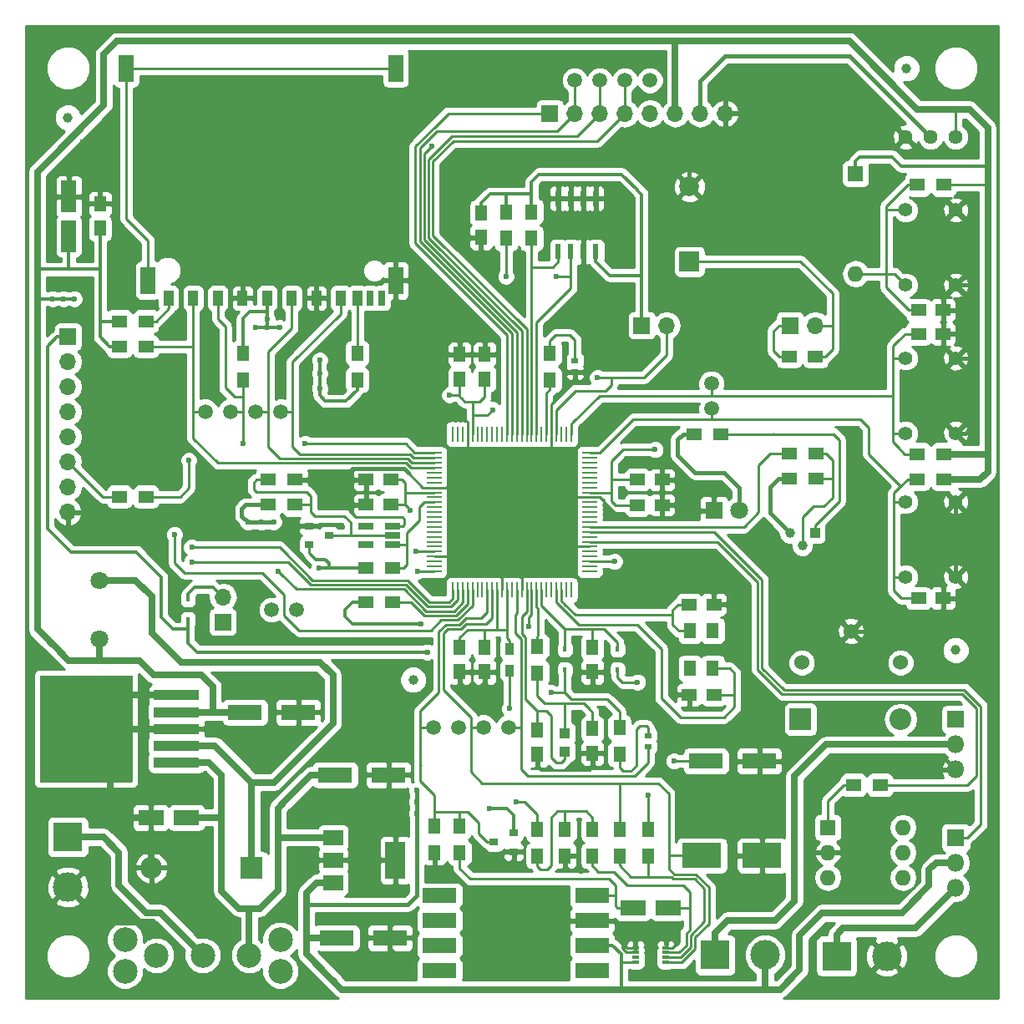
<source format=gbr>
G04 #@! TF.FileFunction,Copper,L1,Top,Signal*
%FSLAX46Y46*%
G04 Gerber Fmt 4.6, Leading zero omitted, Abs format (unit mm)*
G04 Created by KiCad (PCBNEW 4.0.7-e2-6376~58~ubuntu16.04.1) date Sun Nov 18 23:22:19 2018*
%MOMM*%
%LPD*%
G01*
G04 APERTURE LIST*
%ADD10C,0.100000*%
%ADD11R,3.500000X1.500000*%
%ADD12C,1.000000*%
%ADD13R,1.300000X1.600000*%
%ADD14R,1.700000X1.700000*%
%ADD15O,1.700000X1.700000*%
%ADD16C,1.397000*%
%ADD17C,1.440000*%
%ADD18C,1.524000*%
%ADD19R,2.000000X2.000000*%
%ADD20C,2.000000*%
%ADD21R,1.500000X3.200000*%
%ADD22R,1.250000X1.500000*%
%ADD23R,2.600000X1.600000*%
%ADD24R,3.500000X1.600000*%
%ADD25R,4.000000X2.500000*%
%ADD26R,1.500000X1.250000*%
%ADD27R,2.200000X2.200000*%
%ADD28O,2.200000X2.200000*%
%ADD29R,0.450000X0.600000*%
%ADD30R,1.600000X1.600000*%
%ADD31O,1.600000X1.600000*%
%ADD32R,1.000000X1.500000*%
%ADD33R,0.700000X1.500000*%
%ADD34R,1.500000X2.800000*%
%ADD35R,3.000000X3.000000*%
%ADD36C,3.000000*%
%ADD37C,1.800000*%
%ADD38R,0.900000X1.200000*%
%ADD39R,1.000000X1.000000*%
%ADD40R,1.800000X1.800000*%
%ADD41O,1.800000X1.800000*%
%ADD42R,1.300000X1.500000*%
%ADD43R,1.500000X1.300000*%
%ADD44C,2.500000*%
%ADD45C,1.500000*%
%ADD46R,0.800000X0.300000*%
%ADD47R,1.560000X0.650000*%
%ADD48R,0.900000X0.800000*%
%ADD49R,4.600000X1.100000*%
%ADD50R,9.400000X10.800000*%
%ADD51R,4.550000X5.250000*%
%ADD52R,2.000000X3.800000*%
%ADD53R,2.000000X1.500000*%
%ADD54R,0.600000X1.550000*%
%ADD55R,1.100000X1.050000*%
%ADD56R,0.280000X1.500000*%
%ADD57R,1.500000X0.280000*%
%ADD58R,0.700000X0.600000*%
%ADD59C,0.600000*%
%ADD60C,0.250000*%
%ADD61C,0.400000*%
%ADD62C,0.700000*%
%ADD63C,0.300000*%
%ADD64C,0.254000*%
G04 APERTURE END LIST*
D10*
D11*
X142670380Y-138853420D03*
X158140380Y-141393420D03*
X158140380Y-138853420D03*
X158140380Y-143933420D03*
X158140380Y-146473420D03*
X142670380Y-141393420D03*
X142670380Y-143933420D03*
X142670380Y-146473420D03*
D12*
X190000000Y-54999800D03*
X140000000Y-116999800D03*
X105000000Y-59999800D03*
D13*
X170364880Y-115831420D03*
X170364880Y-112031420D03*
X168064880Y-112031420D03*
X168064880Y-115831420D03*
D14*
X153840380Y-59583420D03*
D15*
X156380380Y-59583420D03*
X158920380Y-59583420D03*
X161460380Y-59583420D03*
X164000380Y-59583420D03*
X166540380Y-59583420D03*
X169080380Y-59583420D03*
X171620380Y-59583420D03*
D16*
X189919880Y-84379420D03*
X194999880Y-84379420D03*
X189919880Y-91999420D03*
X194999880Y-91999420D03*
D17*
X194999880Y-61999420D03*
X192459880Y-61999420D03*
X189919880Y-61999420D03*
D18*
X184388960Y-112067640D03*
X179388960Y-115267640D03*
X189388960Y-115267640D03*
D19*
X168000000Y-74599800D03*
D20*
X168000000Y-66999800D03*
D21*
X105079880Y-72021420D03*
X105079880Y-68021420D03*
D22*
X108254880Y-71239420D03*
X108254880Y-68739420D03*
D23*
X162270380Y-140093420D03*
X165870380Y-140093420D03*
D24*
X169682380Y-125242420D03*
X175082380Y-125242420D03*
D25*
X169268880Y-134818220D03*
X175368880Y-134818220D03*
D24*
X132090380Y-126639420D03*
X137490380Y-126639420D03*
D23*
X117010380Y-130957420D03*
X113410380Y-130957420D03*
D24*
X132250380Y-143149420D03*
X137650380Y-143149420D03*
X122946380Y-120289420D03*
X128346380Y-120289420D03*
D26*
X170464880Y-118503420D03*
X167964880Y-118503420D03*
X167964880Y-109359420D03*
X170464880Y-109359420D03*
D22*
X152577880Y-122079420D03*
X152577880Y-124579420D03*
X158165880Y-121952420D03*
X158165880Y-124452420D03*
X147243880Y-86487420D03*
X147243880Y-83987420D03*
D26*
X162723446Y-99272104D03*
X165223446Y-99272104D03*
X137698880Y-96722920D03*
X135198880Y-96722920D03*
D22*
X147243880Y-113697420D03*
X147243880Y-116197420D03*
X144703880Y-86487420D03*
X144703880Y-83987420D03*
D26*
X162717240Y-96722920D03*
X165217240Y-96722920D03*
X137698880Y-99262920D03*
X135198880Y-99262920D03*
D22*
X144703880Y-113697420D03*
X144703880Y-116197420D03*
X158165880Y-113697420D03*
X158165880Y-116197420D03*
X146875580Y-69653820D03*
X146875580Y-72153820D03*
D26*
X191205880Y-81927420D03*
X193705880Y-81927420D03*
X191205880Y-108724420D03*
X193705880Y-108724420D03*
X191205880Y-79514420D03*
X193705880Y-79514420D03*
D27*
X123614380Y-136037420D03*
D28*
X113454380Y-136037420D03*
D29*
X117170780Y-110916820D03*
X117170780Y-108816820D03*
X155371880Y-113897420D03*
X155371880Y-115997420D03*
X160705880Y-113897420D03*
X160705880Y-115997420D03*
D30*
X184836000Y-65671420D03*
D31*
X184836000Y-75831420D03*
D27*
X179240380Y-120987920D03*
D28*
X189400380Y-120987920D03*
D32*
X117696880Y-78303420D03*
X120196880Y-78303420D03*
X122696880Y-78303420D03*
X125196880Y-78303420D03*
X127696880Y-78303420D03*
X130196880Y-78303420D03*
X132626880Y-78303420D03*
X134326880Y-78303420D03*
X115196880Y-78303420D03*
D33*
X135626880Y-78303420D03*
X136826880Y-78303420D03*
D34*
X113121880Y-76503420D03*
X110921880Y-55003420D03*
X138221880Y-55003420D03*
X138221880Y-76503420D03*
D35*
X104992380Y-132927420D03*
D36*
X104992380Y-138007420D03*
D14*
X104999880Y-82219420D03*
D15*
X104999880Y-84759420D03*
X104999880Y-87299420D03*
X104999880Y-89839420D03*
X104999880Y-92379420D03*
X104999880Y-94919420D03*
X104999880Y-97459420D03*
X104999880Y-99999420D03*
D35*
X182912380Y-145007420D03*
D36*
X187992380Y-145007420D03*
D14*
X120700780Y-111137800D03*
D15*
X120700780Y-108597800D03*
D14*
X163152020Y-81066740D03*
D15*
X165692020Y-81066740D03*
D14*
X178188820Y-81066740D03*
D15*
X180728820Y-81066740D03*
D37*
X108170380Y-112893420D03*
X108170380Y-106893420D03*
D38*
X149783880Y-113847420D03*
X149783880Y-116047420D03*
D12*
X179463900Y-103393340D03*
X178193900Y-102123340D03*
D39*
X180733900Y-102123340D03*
D40*
X194992380Y-133007420D03*
D41*
X194992380Y-135547420D03*
X194992380Y-138087420D03*
D40*
X194992380Y-121007420D03*
D41*
X194992380Y-123547420D03*
X194992380Y-126087420D03*
D42*
X152577880Y-132139420D03*
X152577880Y-134839420D03*
D43*
X110206880Y-80657420D03*
X112906880Y-80657420D03*
D42*
X134327980Y-86587420D03*
X134327980Y-83887420D03*
D43*
X110206880Y-83197420D03*
X112906880Y-83197420D03*
D42*
X122725380Y-83887420D03*
X122725380Y-86587420D03*
X155371880Y-132139420D03*
X155371880Y-134839420D03*
X158165880Y-132139420D03*
X158165880Y-134839420D03*
X163809880Y-134847420D03*
X163809880Y-132147420D03*
X160896500Y-132139420D03*
X160896500Y-134839420D03*
D43*
X184621380Y-127655420D03*
X187321380Y-127655420D03*
X180821400Y-94038140D03*
X178121400Y-94038140D03*
X178111240Y-96583220D03*
X180811240Y-96583220D03*
X168499880Y-92087420D03*
X171199880Y-92087420D03*
X180788500Y-84213800D03*
X178088500Y-84213800D03*
X125319880Y-99262920D03*
X128019880Y-99262920D03*
X125319880Y-96722920D03*
X128019880Y-96722920D03*
X135213180Y-105623080D03*
X137913180Y-105623080D03*
X135213180Y-109159140D03*
X137913180Y-109159140D03*
D42*
X152577880Y-113597420D03*
X152577880Y-116297420D03*
D43*
X110206880Y-98437420D03*
X112906880Y-98437420D03*
D42*
X151999880Y-69553820D03*
X151999880Y-72253820D03*
X149415580Y-69553820D03*
X149415580Y-72253820D03*
X144703880Y-131840080D03*
X144703880Y-134540080D03*
X142158920Y-131840080D03*
X142158920Y-134540080D03*
D43*
X193805880Y-94119420D03*
X191105880Y-94119420D03*
X193805880Y-96659420D03*
X191105880Y-96659420D03*
X193805880Y-66814420D03*
X191105880Y-66814420D03*
D44*
X123360380Y-144927420D03*
X118661380Y-144927420D03*
X113962380Y-144927420D03*
X110787380Y-146514920D03*
X126535380Y-146514920D03*
X110787380Y-143339920D03*
X126535380Y-143339920D03*
D16*
X189919880Y-98942858D03*
X194999880Y-98942858D03*
X189919880Y-106562858D03*
X194999880Y-106562858D03*
X189919880Y-69379420D03*
X194999880Y-69379420D03*
X189919880Y-76999420D03*
X194999880Y-76999420D03*
D45*
X128194000Y-109893420D03*
X125654000Y-109893420D03*
X170218300Y-89483360D03*
X118915380Y-89809420D03*
X123995380Y-89809420D03*
X126535380Y-89809420D03*
X121455380Y-89809420D03*
X164000380Y-56230620D03*
X156380380Y-56223000D03*
X158920380Y-56230620D03*
X161460380Y-56230620D03*
X144569380Y-121813420D03*
X142029380Y-121813420D03*
X147109380Y-121813420D03*
X149649380Y-121813420D03*
D46*
X165620380Y-145643420D03*
X165620380Y-145143420D03*
X165620380Y-144643420D03*
X165620380Y-144143420D03*
X162520380Y-144143420D03*
X162520380Y-144643420D03*
X162520380Y-145143420D03*
X162520380Y-145643420D03*
D30*
X182034380Y-131973420D03*
D31*
X189654380Y-137053420D03*
X182034380Y-134513420D03*
X189654380Y-134513420D03*
X182034380Y-137053420D03*
X189654380Y-131973420D03*
D47*
X137913180Y-103316800D03*
X137913180Y-102366800D03*
X137913180Y-101416800D03*
X135213180Y-101416800D03*
X135213180Y-103316800D03*
D48*
X129429200Y-101424800D03*
X129429200Y-103324800D03*
X131429200Y-102374800D03*
D49*
X115994380Y-125369420D03*
X115994380Y-123669420D03*
X115994380Y-121969420D03*
X115994380Y-120269420D03*
X115994380Y-118569420D03*
D50*
X106844380Y-121969420D03*
D51*
X104419380Y-119194420D03*
X109269380Y-124744420D03*
X104419380Y-124744420D03*
X109269380Y-119194420D03*
D52*
X138194380Y-135275420D03*
D53*
X131894380Y-135275420D03*
X131894380Y-137575420D03*
X131894380Y-132975420D03*
D54*
X158508780Y-68203820D03*
X157238780Y-68203820D03*
X155968780Y-68203820D03*
X154698780Y-68203820D03*
X154698780Y-73603820D03*
X155968780Y-73603820D03*
X157238780Y-73603820D03*
X158508780Y-73603820D03*
D48*
X150183680Y-134414020D03*
X150183680Y-132514020D03*
X148183680Y-133464020D03*
D55*
X155371880Y-124254420D03*
X155371880Y-122404420D03*
D35*
X170590380Y-144893420D03*
D36*
X175670380Y-144893420D03*
D56*
X143999880Y-107899420D03*
X144499880Y-107899420D03*
X144999880Y-107899420D03*
X145499880Y-107899420D03*
X145999880Y-107899420D03*
X146499880Y-107899420D03*
X146999880Y-107899420D03*
X147499880Y-107899420D03*
X147999880Y-107899420D03*
X148499880Y-107899420D03*
X148999880Y-107899420D03*
X149499880Y-107899420D03*
X149999880Y-107899420D03*
X150499880Y-107899420D03*
X150999880Y-107899420D03*
X151499880Y-107899420D03*
X151999880Y-107899420D03*
X152499880Y-107899420D03*
X152999880Y-107899420D03*
X153499880Y-107899420D03*
X153999880Y-107899420D03*
X154499880Y-107899420D03*
X154999880Y-107899420D03*
X155499880Y-107899420D03*
X155999880Y-107899420D03*
D57*
X157899880Y-105999420D03*
X157899880Y-105499420D03*
X157899880Y-104999420D03*
X157899880Y-104499420D03*
X157899880Y-103999420D03*
X157899880Y-103499420D03*
X157899880Y-102999420D03*
X157899880Y-102499420D03*
X157899880Y-101999420D03*
X157899880Y-101499420D03*
X157899880Y-100999420D03*
X157899880Y-100499420D03*
X157899880Y-99999420D03*
X157899880Y-99499420D03*
X157899880Y-98999420D03*
X157899880Y-98499420D03*
X157899880Y-97999420D03*
X157899880Y-97499420D03*
X157899880Y-96999420D03*
X157899880Y-96499420D03*
X157899880Y-95999420D03*
X157899880Y-95499420D03*
X157899880Y-94999420D03*
X157899880Y-94499420D03*
X157899880Y-93999420D03*
D56*
X155999880Y-92099420D03*
X155499880Y-92099420D03*
X154999880Y-92099420D03*
X154499880Y-92099420D03*
X153999880Y-92099420D03*
X153499880Y-92099420D03*
X152999880Y-92099420D03*
X152499880Y-92099420D03*
X151999880Y-92099420D03*
X151499880Y-92099420D03*
X150999880Y-92099420D03*
X150499880Y-92099420D03*
X149999880Y-92099420D03*
X149499880Y-92099420D03*
X148999880Y-92099420D03*
X148499880Y-92099420D03*
X147999880Y-92099420D03*
X147499880Y-92099420D03*
X146999880Y-92099420D03*
X146499880Y-92099420D03*
X145999880Y-92099420D03*
X145499880Y-92099420D03*
X144999880Y-92099420D03*
X144499880Y-92099420D03*
X143999880Y-92099420D03*
D57*
X142099880Y-93999420D03*
X142099880Y-94499420D03*
X142099880Y-94999420D03*
X142099880Y-95499420D03*
X142099880Y-95999420D03*
X142099880Y-96499420D03*
X142099880Y-96999420D03*
X142099880Y-97499420D03*
X142099880Y-97999420D03*
X142099880Y-98499420D03*
X142099880Y-98999420D03*
X142099880Y-99499420D03*
X142099880Y-99999420D03*
X142099880Y-100499420D03*
X142099880Y-100999420D03*
X142099880Y-101499420D03*
X142099880Y-101999420D03*
X142099880Y-102499420D03*
X142099880Y-102999420D03*
X142099880Y-103499420D03*
X142099880Y-103999420D03*
X142099880Y-104499420D03*
X142099880Y-104999420D03*
X142099880Y-105499420D03*
X142099880Y-105999420D03*
D58*
X163807340Y-122652420D03*
X163807340Y-123752420D03*
X156388000Y-84687420D03*
X156388000Y-85787420D03*
D40*
X170484880Y-99834420D03*
D37*
X173024880Y-99834420D03*
D42*
X160896500Y-121852420D03*
X160896500Y-124552420D03*
X153848000Y-86579800D03*
X153848000Y-83879800D03*
D45*
X170218300Y-86943360D03*
D12*
X195000000Y-113999800D03*
D59*
X138870380Y-140893420D03*
X138870380Y-145393420D03*
X127660600Y-100977800D03*
X157023000Y-136398100D03*
X146532800Y-134493100D03*
X142186860Y-107658000D03*
X130238700Y-96722920D03*
X130238700Y-96722920D03*
X130238700Y-97574200D03*
X130238700Y-96722920D03*
X130238700Y-95885100D03*
X145981620Y-118326000D03*
X145979080Y-119301360D03*
X157541160Y-92456100D03*
X158181240Y-91816020D03*
X158290460Y-108290460D03*
X157475120Y-107475120D03*
X136855400Y-130899000D03*
X106535420Y-62489180D03*
X106535420Y-63550900D03*
X143406060Y-136017100D03*
X138196520Y-130888840D03*
X156649620Y-125554840D03*
X160906660Y-68996660D03*
X130480000Y-105626000D03*
X126433780Y-81315660D03*
X123985220Y-81315660D03*
X125199340Y-81315660D03*
X125199340Y-80421580D03*
X130518100Y-87431980D03*
X130518100Y-85925760D03*
X130518100Y-84574480D03*
X103441700Y-78376880D03*
X104541520Y-78376880D03*
X105648960Y-78376880D03*
X147762160Y-130063340D03*
X166421000Y-125234800D03*
X163804680Y-128663420D03*
X150431700Y-129336900D03*
X140350440Y-130589120D03*
X140350440Y-128176120D03*
X140350440Y-129336900D03*
X125852120Y-101003200D03*
X124604980Y-101003200D03*
X123215600Y-101003200D03*
X143675300Y-88125400D03*
X158674000Y-86372800D03*
X139690040Y-99791620D03*
X140264080Y-103997860D03*
X160401200Y-104998620D03*
X153997860Y-118292980D03*
X149789080Y-119926200D03*
X148031400Y-89616380D03*
X164518540Y-93660060D03*
X140784780Y-111292740D03*
X141424860Y-114175640D03*
X117241520Y-94749720D03*
X151739800Y-111569600D03*
X162737880Y-117223260D03*
X129049600Y-93078020D03*
X122725380Y-93078400D03*
X126344880Y-105986680D03*
X115791180Y-102255420D03*
X117543780Y-103576220D03*
X117566640Y-105041800D03*
X141902380Y-62885420D03*
X140454580Y-106001920D03*
X149395380Y-76093420D03*
X154475380Y-76093420D03*
D60*
X171620380Y-74593420D02*
X171614000Y-74599800D01*
X171614000Y-74599800D02*
X168000000Y-74599800D01*
X182488920Y-81066740D02*
X182488920Y-83515300D01*
X180788500Y-84213800D02*
X181788500Y-84213800D01*
X182487000Y-83515300D02*
X182488920Y-83515300D01*
X181788500Y-84213800D02*
X182487000Y-83515300D01*
X182488920Y-81066740D02*
X182488920Y-77822780D01*
X182488920Y-77822780D02*
X179259560Y-74593420D01*
X179259560Y-74593420D02*
X171620380Y-74593420D01*
X180728820Y-81066740D02*
X181930901Y-81066740D01*
X181930901Y-81066740D02*
X182488920Y-81066740D01*
X138456380Y-141293420D02*
X138556380Y-141193420D01*
X138456380Y-141293420D02*
X138470380Y-141293420D01*
X137650380Y-142099420D02*
X138456380Y-141293420D01*
X138470380Y-141293420D02*
X138870380Y-140893420D01*
X137650380Y-143149420D02*
X137650380Y-144199420D01*
X137650380Y-144199420D02*
X138844380Y-145393420D01*
X138844380Y-145393420D02*
X138870380Y-145393420D01*
X137650380Y-143149420D02*
X137650380Y-142099420D01*
X165620380Y-144143420D02*
X166270380Y-144143420D01*
X166670380Y-143743420D02*
X166670380Y-143093420D01*
X166270380Y-144143420D02*
X166670380Y-143743420D01*
X166670380Y-143093420D02*
X165970380Y-142393420D01*
X165970380Y-142393420D02*
X165940380Y-142423420D01*
X165940380Y-142423420D02*
X161170380Y-142423420D01*
X158140380Y-141393420D02*
X160140380Y-141393420D01*
X160140380Y-141393420D02*
X161170380Y-142423420D01*
X161170380Y-142423420D02*
X161170380Y-143893420D01*
X161720380Y-144143420D02*
X161470380Y-143893420D01*
X161470380Y-143893420D02*
X161170380Y-143893420D01*
X162520380Y-144143420D02*
X161720380Y-144143420D01*
X161170380Y-144193420D02*
X161170380Y-143893420D01*
X161620380Y-144643420D02*
X161170380Y-144193420D01*
X162520380Y-144643420D02*
X161620380Y-144643420D01*
X166331720Y-96722920D02*
X167049564Y-97440764D01*
X167049564Y-97440764D02*
X167049564Y-99272104D01*
X165217240Y-96722920D02*
X166331720Y-96722920D01*
X167614800Y-100736500D02*
X168064380Y-100286920D01*
X168064380Y-100286920D02*
X168516880Y-99834420D01*
X165223446Y-99272104D02*
X167049564Y-99272104D01*
X167049564Y-99272104D02*
X168064380Y-100286920D01*
X168516880Y-99834420D02*
X170484880Y-99834420D01*
X161136960Y-100736500D02*
X167614800Y-100736500D01*
X158899880Y-98499420D02*
X161136960Y-100736500D01*
D61*
X171615300Y-61887200D02*
X168000000Y-65502500D01*
X168000000Y-65502500D02*
X168000000Y-66999800D01*
X171615300Y-60744200D02*
X171615300Y-61887200D01*
X171620380Y-60739120D02*
X171615300Y-60744200D01*
X171620380Y-59583420D02*
X171620380Y-60739120D01*
X168000000Y-65671800D02*
X168000000Y-66999800D01*
D60*
X129429200Y-101424800D02*
X128107600Y-101424800D01*
X128107600Y-101424800D02*
X127660600Y-100977800D01*
X155930560Y-136398100D02*
X157023000Y-136398100D01*
X155371880Y-134839420D02*
X155371880Y-135839420D01*
X155371880Y-135839420D02*
X155930560Y-136398100D01*
X147396400Y-135598000D02*
X146532800Y-134734400D01*
X146532800Y-134734400D02*
X146532800Y-134493100D01*
X149649700Y-135598000D02*
X147396400Y-135598000D01*
X150183680Y-134414020D02*
X150183680Y-135064020D01*
X150183680Y-135064020D02*
X149649700Y-135598000D01*
X153999880Y-92099420D02*
X153999880Y-89078420D01*
X153999880Y-89078420D02*
X156388000Y-86690300D01*
X156388000Y-86690300D02*
X156388000Y-85787420D01*
X143845480Y-104499420D02*
X142099880Y-104499420D01*
X146151680Y-104499420D02*
X143845480Y-104499420D01*
X143845480Y-104499420D02*
X143845480Y-105999380D01*
X143845480Y-105999380D02*
X142186860Y-107658000D01*
X145499880Y-92099420D02*
X145499880Y-90866920D01*
X144930060Y-90297100D02*
X143233340Y-90297100D01*
X145499880Y-90866920D02*
X144930060Y-90297100D01*
X142770380Y-88137420D02*
X142770380Y-85237420D01*
X143233340Y-90297100D02*
X142770380Y-89834140D01*
X142770380Y-89834140D02*
X142770380Y-88137420D01*
D62*
X114340980Y-134348200D02*
X116644880Y-136652100D01*
X116644880Y-138714960D02*
X121033620Y-143103700D01*
X121033620Y-143103700D02*
X121033620Y-146054800D01*
X116644880Y-136652100D02*
X116644880Y-138714960D01*
D61*
X130238700Y-95885100D02*
X130238700Y-97574200D01*
X130238700Y-96722920D02*
X128019880Y-96722920D01*
X133484700Y-96722920D02*
X130238700Y-96722920D01*
X130238700Y-96722920D02*
X130238700Y-95885100D01*
D60*
X133484700Y-99857280D02*
X134150180Y-100522760D01*
X133484700Y-99257840D02*
X133484700Y-99857280D01*
X134150180Y-100522760D02*
X138910140Y-100522760D01*
X138910140Y-100522760D02*
X139126040Y-100738660D01*
X139126040Y-100738660D02*
X139126040Y-101254260D01*
X139126040Y-101254260D02*
X138955880Y-101424420D01*
X138955880Y-101424420D02*
X137925880Y-101424420D01*
D61*
X133484700Y-96722920D02*
X135198880Y-96722920D01*
D60*
X142099880Y-97499420D02*
X140991940Y-97499420D01*
X140991940Y-97499420D02*
X139518823Y-96026303D01*
D61*
X139518823Y-96026303D02*
X139518823Y-96024429D01*
X139518823Y-96024429D02*
X139053224Y-95558830D01*
X139053224Y-95558830D02*
X133820750Y-95558830D01*
X133820750Y-95558830D02*
X133484700Y-95894880D01*
X133484700Y-99257840D02*
X133489780Y-99262920D01*
X133489780Y-99262920D02*
X135198880Y-99262920D01*
X133484700Y-95894880D02*
X133484700Y-99257840D01*
D60*
X145981620Y-117881120D02*
X145981620Y-118326000D01*
X145981620Y-118326000D02*
X145981620Y-119298820D01*
X145981620Y-117881120D02*
X145387580Y-117881120D01*
X146560180Y-117881120D02*
X145981620Y-117881120D01*
X145981620Y-119298820D02*
X145979080Y-119301360D01*
X145503980Y-94406820D02*
X145503980Y-97499420D01*
X145503980Y-93103520D02*
X145503980Y-94406820D01*
X155250080Y-94747180D02*
X157541160Y-92456100D01*
X157541160Y-92456100D02*
X158181240Y-91816020D01*
X153999880Y-94747180D02*
X153999880Y-98436320D01*
X153999880Y-92099420D02*
X153999880Y-94747180D01*
X153999880Y-94747180D02*
X155250080Y-94747180D01*
X156779160Y-106779160D02*
X157058560Y-107058560D01*
X155275480Y-105275480D02*
X156779160Y-106779160D01*
X156779160Y-106779160D02*
X158290460Y-108290460D01*
X157058560Y-107058560D02*
X157475120Y-107475120D01*
X157058560Y-107058560D02*
X158290460Y-108290460D01*
X155275480Y-103499420D02*
X156899880Y-103499420D01*
X151180880Y-103499420D02*
X155275480Y-103499420D01*
X155275480Y-103499420D02*
X155275480Y-105275480D01*
D61*
X138196520Y-130888840D02*
X136865560Y-130888840D01*
X136865560Y-130888840D02*
X136855400Y-130899000D01*
X138194380Y-135275420D02*
X138194380Y-131315560D01*
X138194380Y-131315560D02*
X138196520Y-131313420D01*
X138196520Y-131313420D02*
X138196520Y-130888840D01*
X106535420Y-64099540D02*
X106535420Y-63550900D01*
X106535420Y-65138400D02*
X106535420Y-64099540D01*
X106535420Y-64099540D02*
X106535420Y-62489180D01*
X106535420Y-65138400D02*
X107386320Y-65138400D01*
X105661660Y-65138400D02*
X106535420Y-65138400D01*
X108254880Y-68739420D02*
X108254880Y-66006960D01*
X108254880Y-66006960D02*
X107386320Y-65138400D01*
X105079880Y-65720180D02*
X105661660Y-65138400D01*
X105079880Y-68021420D02*
X105079880Y-65720180D01*
D60*
X142158920Y-135643720D02*
X142158920Y-134540080D01*
X142158920Y-135643720D02*
X142532300Y-136017100D01*
X142532300Y-136017100D02*
X143406060Y-136017100D01*
D61*
X182034380Y-134513420D02*
X180540860Y-134513420D01*
X180540860Y-134513420D02*
X180144620Y-134117180D01*
X180144620Y-134117180D02*
X180144620Y-128158340D01*
X180144620Y-128158340D02*
X183294220Y-125008740D01*
X183294220Y-125008740D02*
X193913700Y-125008740D01*
X193913700Y-125008740D02*
X194992380Y-126087420D01*
X194992380Y-126087420D02*
X194092381Y-125187421D01*
X194092381Y-125187421D02*
X194090101Y-125187421D01*
X195698379Y-110719901D02*
X195698379Y-108727340D01*
X195698379Y-108727340D02*
X195698379Y-108225621D01*
X193705880Y-108724420D02*
X195695459Y-108724420D01*
X195695459Y-108724420D02*
X195698379Y-108727340D01*
X194348300Y-112069980D02*
X195698379Y-110719901D01*
X185468930Y-112069980D02*
X194348300Y-112069980D01*
X184388960Y-112067640D02*
X185466590Y-112067640D01*
X185466590Y-112067640D02*
X185468930Y-112069980D01*
X194999880Y-106562858D02*
X195698379Y-107261357D01*
X195698379Y-107261357D02*
X195698379Y-108225621D01*
X194999880Y-98942858D02*
X194999880Y-106562858D01*
X196512380Y-84368740D02*
X196512380Y-81930340D01*
X196512380Y-81930340D02*
X196512380Y-79497020D01*
X193705880Y-81927420D02*
X194705880Y-81927420D01*
X194705880Y-81927420D02*
X194708800Y-81930340D01*
X194708800Y-81930340D02*
X196512380Y-81930340D01*
X193705880Y-79514420D02*
X196494980Y-79514420D01*
X196512380Y-79497020D02*
X196512380Y-76997660D01*
X196494980Y-79514420D02*
X196512380Y-79497020D01*
X196512380Y-91474748D02*
X196512380Y-84368740D01*
X196501700Y-84379420D02*
X196512380Y-84368740D01*
X194999880Y-84379420D02*
X196501700Y-84379420D01*
X196512380Y-76997660D02*
X196512380Y-70891920D01*
X194999880Y-76999420D02*
X195987708Y-76999420D01*
X195987708Y-76999420D02*
X195989468Y-76997660D01*
X195989468Y-76997660D02*
X196512380Y-76997660D01*
X196512380Y-70891920D02*
X194999880Y-69379420D01*
X194999880Y-91999420D02*
X195987708Y-91999420D01*
X195987708Y-91999420D02*
X196512380Y-91474748D01*
X171620380Y-59583420D02*
X171620380Y-57043420D01*
X171620380Y-57043420D02*
X173144380Y-55519420D01*
X173144380Y-55519420D02*
X183558380Y-55519420D01*
X189199881Y-61279421D02*
X189919880Y-61999420D01*
X183558380Y-55519420D02*
X189199881Y-61160921D01*
X189199881Y-61160921D02*
X189199881Y-61279421D01*
D60*
X146474380Y-81935420D02*
X144696380Y-81935420D01*
X144696380Y-81935420D02*
X143680380Y-81935420D01*
X144703880Y-83987420D02*
X144703880Y-82987420D01*
X144703880Y-82987420D02*
X144696380Y-82979920D01*
X144696380Y-82979920D02*
X144696380Y-81935420D01*
X143680380Y-81935420D02*
X142770380Y-82845420D01*
X142770380Y-82845420D02*
X142770380Y-85237420D01*
X147236380Y-82697420D02*
X146474380Y-81935420D01*
X147236380Y-82979920D02*
X147236380Y-82697420D01*
X147243880Y-83987420D02*
X147243880Y-82987420D01*
X147243880Y-82987420D02*
X147236380Y-82979920D01*
X142770380Y-85593420D02*
X142770380Y-85237420D01*
X133484700Y-96722920D02*
X133484700Y-99257840D01*
X145499880Y-92099420D02*
X145499880Y-93099420D01*
X145503980Y-97499420D02*
X149734880Y-97499420D01*
X142099880Y-97499420D02*
X145503980Y-97499420D01*
X153999880Y-98436320D02*
X153936780Y-98499420D01*
X153936780Y-98499420D02*
X157899880Y-98499420D01*
X150734880Y-98499420D02*
X153936780Y-98499420D01*
X149734880Y-97499420D02*
X150734880Y-98499420D01*
X157899880Y-98499420D02*
X158899880Y-98499420D01*
X145499880Y-93099420D02*
X145503980Y-93103520D01*
X133484700Y-95894880D02*
X133484700Y-96722920D01*
X156644540Y-126151040D02*
X152950680Y-126151040D01*
X157849200Y-126151040D02*
X156644540Y-126151040D01*
X156644540Y-126151040D02*
X156644540Y-125559920D01*
X156644540Y-125559920D02*
X156649620Y-125554840D01*
X158165880Y-124452420D02*
X158165880Y-125834360D01*
X158165880Y-125834360D02*
X157849200Y-126151040D01*
X152577880Y-125778240D02*
X152577880Y-125579420D01*
X152950680Y-126151040D02*
X152577880Y-125778240D01*
X152577880Y-125579420D02*
X152577880Y-124579420D01*
X157238780Y-73603820D02*
X157238780Y-72578820D01*
X157238780Y-72578820D02*
X157238780Y-68203820D01*
X155339660Y-66537940D02*
X155973980Y-66537940D01*
X155973980Y-66537940D02*
X157238900Y-66537940D01*
X155968780Y-68203820D02*
X155968780Y-66543140D01*
X155968780Y-66543140D02*
X155973980Y-66537940D01*
X157238900Y-66537940D02*
X158534300Y-66537940D01*
X157238780Y-68203820D02*
X157238780Y-67178820D01*
X157238780Y-67178820D02*
X157238900Y-67178700D01*
X157238900Y-67178700D02*
X157238900Y-66537940D01*
X158534300Y-66537940D02*
X159149660Y-66537940D01*
X158508780Y-68203820D02*
X158508780Y-66563460D01*
X158508780Y-66563460D02*
X158534300Y-66537940D01*
X154698780Y-68203820D02*
X154698780Y-67178820D01*
X154698780Y-67178820D02*
X155339660Y-66537940D01*
X160495180Y-66537940D02*
X160906660Y-66949420D01*
X160906660Y-66949420D02*
X160906660Y-68996660D01*
X159149660Y-66537940D02*
X160495180Y-66537940D01*
D61*
X193705880Y-108724420D02*
X193830880Y-108724420D01*
D60*
X148996480Y-103499420D02*
X147151680Y-103499420D01*
X147151680Y-103499420D02*
X146151680Y-104499420D01*
X151180880Y-103499420D02*
X148996480Y-103499420D01*
X148999880Y-107899420D02*
X148999880Y-106899420D01*
X148999880Y-106899420D02*
X148996480Y-106896020D01*
X148996480Y-106896020D02*
X148996480Y-103499420D01*
X151015780Y-106883520D02*
X151015780Y-103664520D01*
X151015780Y-103664520D02*
X151180880Y-103499420D01*
X150999880Y-107899420D02*
X150999880Y-106899420D01*
X150999880Y-106899420D02*
X151015780Y-106883520D01*
X156899880Y-103499420D02*
X157899880Y-103499420D01*
D62*
X111765160Y-134348200D02*
X113370440Y-134348200D01*
X113370440Y-134348200D02*
X114340980Y-134348200D01*
X113454380Y-136037420D02*
X113454380Y-134432140D01*
X113454380Y-134432140D02*
X113370440Y-134348200D01*
X110980680Y-130957420D02*
X110980680Y-133563720D01*
X110980680Y-133563720D02*
X111765160Y-134348200D01*
X108524879Y-141539919D02*
X104992380Y-138007420D01*
X121033620Y-146054800D02*
X119580740Y-147507680D01*
X117630020Y-147507680D02*
X116177140Y-146054800D01*
X119580740Y-147507680D02*
X117630020Y-147507680D01*
X116177140Y-146054800D02*
X116177140Y-144101540D01*
X116177140Y-144101540D02*
X113615519Y-141539919D01*
X113615519Y-141539919D02*
X108524879Y-141539919D01*
X113410380Y-130957420D02*
X110980680Y-130957420D01*
X110980680Y-130957420D02*
X109269380Y-129246120D01*
X109269380Y-129246120D02*
X109269380Y-124744420D01*
X115994380Y-118569420D02*
X105044380Y-118569420D01*
X105044380Y-118569420D02*
X104419380Y-119194420D01*
X115994380Y-121969420D02*
X112994380Y-121969420D01*
X112994380Y-121969420D02*
X106844380Y-121969420D01*
X104419380Y-124744420D02*
X109269380Y-124744420D01*
X104419380Y-119194420D02*
X104419380Y-124744420D01*
X109269380Y-119194420D02*
X104419380Y-119194420D01*
X109269380Y-124744420D02*
X109269380Y-119194420D01*
D60*
X147243880Y-116197420D02*
X147243880Y-117197420D01*
X144703880Y-117197420D02*
X144703880Y-116197420D01*
X147243880Y-117197420D02*
X146560180Y-117881120D01*
X145387580Y-117881120D02*
X144703880Y-117197420D01*
D62*
X194996000Y-59181720D02*
X191117040Y-59181720D01*
X191117040Y-59181720D02*
X184182840Y-52247520D01*
X184182840Y-52247520D02*
X183626960Y-52247520D01*
X183626960Y-52247520D02*
X166540380Y-52247520D01*
X101887100Y-75389840D02*
X101887100Y-65999800D01*
X108623180Y-57149720D02*
X108623180Y-58774222D01*
X108623180Y-58774222D02*
X101887100Y-65510302D01*
X101887100Y-65510302D02*
X101887100Y-65999800D01*
X198234380Y-61048620D02*
X198234380Y-64909800D01*
D63*
X185260180Y-63977620D02*
X188539320Y-63977620D01*
D62*
X198234380Y-64909800D02*
X198234380Y-66814800D01*
D63*
X184836000Y-65671420D02*
X184836000Y-64401800D01*
X189471500Y-64909800D02*
X198234380Y-64909800D01*
X184836000Y-64401800D02*
X185260180Y-63977620D01*
X188539320Y-63977620D02*
X189471500Y-64909800D01*
D62*
X108170380Y-114166212D02*
X108170380Y-112893420D01*
D63*
X103441700Y-78376880D02*
X103017436Y-78376880D01*
X103017436Y-78376880D02*
X101887100Y-78376880D01*
X105461000Y-75381840D02*
X105130680Y-75381840D01*
X108254880Y-75381840D02*
X105461000Y-75381840D01*
X105461000Y-75381840D02*
X101895100Y-75381840D01*
D62*
X194996000Y-59181720D02*
X196367480Y-59181720D01*
D60*
X194999880Y-61999420D02*
X194999880Y-60981187D01*
X194999880Y-60981187D02*
X194996000Y-60977307D01*
X194996000Y-60977307D02*
X194996000Y-59181720D01*
D62*
X198234380Y-66814800D02*
X198234380Y-94056300D01*
D60*
X193805880Y-66814420D02*
X198234000Y-66814420D01*
X198234000Y-66814420D02*
X198234380Y-66814800D01*
D62*
X198234380Y-94056300D02*
X198234380Y-95884720D01*
X193805880Y-94119420D02*
X198171260Y-94119420D01*
X198171260Y-94119420D02*
X198234380Y-94056300D01*
X198234380Y-95884720D02*
X197459680Y-96659420D01*
X196367480Y-59181720D02*
X198234380Y-61048620D01*
X197459680Y-96659420D02*
X193805880Y-96659420D01*
D63*
X131066740Y-104777640D02*
X130099000Y-104777640D01*
D60*
X129429200Y-103324800D02*
X129429200Y-104107840D01*
X129429200Y-104107840D02*
X130099000Y-104777640D01*
D63*
X149532540Y-130063340D02*
X150183680Y-130714480D01*
X150183680Y-130714480D02*
X150183680Y-132514020D01*
X149225200Y-130063340D02*
X147762160Y-130063340D01*
X149225200Y-130063340D02*
X149532540Y-130063340D01*
X131468060Y-105178960D02*
X131066740Y-104777640D01*
X131468060Y-105623080D02*
X130482920Y-105623080D01*
X135213180Y-105623080D02*
X131468060Y-105623080D01*
X131468060Y-105623080D02*
X131468060Y-105178960D01*
X130482920Y-105623080D02*
X130480000Y-105626000D01*
X123436580Y-79649420D02*
X122725380Y-80360620D01*
X122725380Y-80360620D02*
X122725380Y-83887420D01*
X125196880Y-79649420D02*
X125196880Y-79804360D01*
X125196880Y-78303420D02*
X125196880Y-79649420D01*
X125196880Y-79649420D02*
X123436580Y-79649420D01*
X125199340Y-81315660D02*
X126433780Y-81315660D01*
X125199340Y-81315660D02*
X123985220Y-81315660D01*
X125196880Y-79804360D02*
X125196880Y-79996820D01*
X125199340Y-79806820D02*
X125199340Y-81315660D01*
X125196880Y-79804360D02*
X125199340Y-79806820D01*
X125196880Y-79996820D02*
X125196880Y-80419120D01*
X125196880Y-80419120D02*
X125199340Y-80421580D01*
X130518100Y-88166040D02*
X130518100Y-87431980D01*
X130518100Y-87431980D02*
X130518100Y-85925760D01*
X130518100Y-85925760D02*
X130518100Y-84574480D01*
X131079440Y-88727380D02*
X130518100Y-88166040D01*
X131584900Y-88727380D02*
X131079440Y-88727380D01*
X133188020Y-88727380D02*
X131584900Y-88727380D01*
X134327980Y-86587420D02*
X134327980Y-87587420D01*
X134327980Y-87587420D02*
X133188020Y-88727380D01*
X103441700Y-78376880D02*
X104541520Y-78376880D01*
X104541520Y-78376880D02*
X105648960Y-78376880D01*
D62*
X101887100Y-78376880D02*
X101887100Y-75389840D01*
X101887100Y-111876560D02*
X101887100Y-78376880D01*
X164998480Y-52247520D02*
X166540380Y-52247520D01*
X166540380Y-58381339D02*
X166540380Y-52247520D01*
X166540380Y-59583420D02*
X166540380Y-58381339D01*
X119684880Y-120269420D02*
X119684880Y-117723640D01*
X119684880Y-117723640D02*
X118486000Y-116524760D01*
X118486000Y-116524760D02*
X113690600Y-116524760D01*
X113690600Y-116524760D02*
X112240260Y-115074420D01*
X112240260Y-115074420D02*
X108168520Y-115074420D01*
X101895100Y-75381840D02*
X101887100Y-75389840D01*
X103657860Y-113647320D02*
X101887100Y-111876560D01*
X103657860Y-113652400D02*
X103174880Y-113169420D01*
X105079880Y-115074420D02*
X103657860Y-113652400D01*
X103657860Y-113652400D02*
X103657860Y-113647320D01*
X109994780Y-52247520D02*
X164998480Y-52247520D01*
X108623180Y-57149720D02*
X108623180Y-53619120D01*
X108623180Y-53619120D02*
X109994780Y-52247520D01*
D63*
X105079880Y-72021420D02*
X105079880Y-75331040D01*
X105079880Y-75331040D02*
X105130680Y-75381840D01*
D62*
X103162180Y-113169420D02*
X103187580Y-113144020D01*
X103174880Y-113169420D02*
X103162180Y-113169420D01*
D63*
X108254880Y-71239420D02*
X108254880Y-75381840D01*
X108254880Y-75381840D02*
X108254880Y-80616780D01*
X108254880Y-80616780D02*
X108254880Y-82245420D01*
X110206880Y-80657420D02*
X108295520Y-80657420D01*
X108295520Y-80657420D02*
X108254880Y-80616780D01*
X108254880Y-82245420D02*
X109206880Y-83197420D01*
X109206880Y-83197420D02*
X110206880Y-83197420D01*
D62*
X108168520Y-115074420D02*
X105079880Y-115074420D01*
X108168520Y-114168072D02*
X108168520Y-115074420D01*
X108170380Y-114166212D02*
X108168520Y-114168072D01*
X119684880Y-120269420D02*
X122926380Y-120269420D01*
X115994380Y-120269420D02*
X119684880Y-120269420D01*
X122926380Y-120269420D02*
X122946380Y-120289420D01*
D60*
X160470380Y-138793420D02*
X160470380Y-137793420D01*
X160470380Y-137793420D02*
X159870380Y-137193420D01*
X159870380Y-137193420D02*
X145770380Y-137193420D01*
X145770380Y-137193420D02*
X144703880Y-136126920D01*
X144703880Y-136126920D02*
X144703880Y-134540080D01*
X160470380Y-139293420D02*
X160470380Y-138793420D01*
X160410380Y-138853420D02*
X160470380Y-138793420D01*
X158140380Y-138853420D02*
X160410380Y-138853420D01*
X160470380Y-139293420D02*
X160470380Y-139093420D01*
X160470380Y-139843420D02*
X160470380Y-139293420D01*
X162270380Y-140093420D02*
X160720380Y-140093420D01*
X160720380Y-140093420D02*
X160470380Y-139843420D01*
X168070380Y-142320600D02*
X168070380Y-140093420D01*
X168070380Y-140093420D02*
X168070380Y-139593420D01*
X167570380Y-140093420D02*
X168070380Y-140093420D01*
X167670361Y-142720619D02*
X168070380Y-142320600D01*
X166947560Y-144643420D02*
X167670360Y-143920620D01*
X167670360Y-143920620D02*
X167670361Y-142720619D01*
X165620380Y-144643420D02*
X166947560Y-144643420D01*
X165870380Y-140093420D02*
X167570380Y-140093420D01*
X168070380Y-139593420D02*
X168070380Y-138493420D01*
X168070380Y-138493420D02*
X167370380Y-137793420D01*
X167370380Y-137793420D02*
X161670380Y-137793420D01*
X161670380Y-137793420D02*
X160320880Y-136443920D01*
X160320880Y-136443920D02*
X158770380Y-136443920D01*
X158770380Y-136443920D02*
X158165880Y-135839420D01*
X158165880Y-135839420D02*
X158165880Y-134839420D01*
X166421000Y-125234800D02*
X169674760Y-125234800D01*
X169674760Y-125234800D02*
X169682380Y-125242420D01*
X169674380Y-125234420D02*
X169682380Y-125242420D01*
X163809880Y-132147420D02*
X163809880Y-128668620D01*
X163809880Y-128668620D02*
X163804680Y-128663420D01*
X165620380Y-145643420D02*
X167220380Y-145643420D01*
X167220380Y-145643420D02*
X168570380Y-144293420D01*
X166470380Y-136693420D02*
X165887480Y-136110520D01*
X168570380Y-144293420D02*
X168570380Y-143093420D01*
X169970380Y-141693420D02*
X169970380Y-137993420D01*
X168570380Y-143093420D02*
X169970380Y-141693420D01*
X169970380Y-137993420D02*
X168670380Y-136693420D01*
X168670380Y-136693420D02*
X166470380Y-136693420D01*
X165887480Y-136110520D02*
X165887480Y-135546820D01*
X145839380Y-120797420D02*
X145839380Y-121805800D01*
X145839380Y-121805800D02*
X145839380Y-125623420D01*
X147109380Y-121813420D02*
X145847000Y-121813420D01*
X145847000Y-121813420D02*
X145839380Y-121805800D01*
X146982380Y-127462430D02*
X160878720Y-127462430D01*
X160878720Y-127462430D02*
X161340880Y-127462430D01*
X160896500Y-132139420D02*
X160896500Y-127480210D01*
X160896500Y-127480210D02*
X160878720Y-127462430D01*
X145839380Y-125623420D02*
X145839380Y-126319430D01*
X147999880Y-107899420D02*
X147999880Y-108899420D01*
X144883520Y-111834240D02*
X143524460Y-111834240D01*
X147999880Y-108899420D02*
X148000800Y-108900340D01*
X147419140Y-111348240D02*
X145369520Y-111348240D01*
X148000800Y-108900340D02*
X148000800Y-110766580D01*
X145839380Y-126319430D02*
X146982380Y-127462430D01*
X148000800Y-110766580D02*
X147419140Y-111348240D01*
X145369520Y-111348240D02*
X144883520Y-111834240D01*
X143524460Y-111834240D02*
X143052880Y-112305820D01*
X143052880Y-112305820D02*
X143052880Y-118010920D01*
X143052880Y-118010920D02*
X145839380Y-120797420D01*
X164788090Y-127462430D02*
X161340880Y-127462430D01*
X165887480Y-128561820D02*
X164788090Y-127462430D01*
X165887480Y-135013420D02*
X165887480Y-135546820D01*
X165887480Y-134861020D02*
X165887480Y-135013420D01*
X165887480Y-135013420D02*
X165887480Y-128561820D01*
X169268880Y-134818220D02*
X165930280Y-134818220D01*
X165930280Y-134818220D02*
X165887480Y-134861020D01*
X165887480Y-135323300D02*
X165887480Y-135546820D01*
D62*
X126273760Y-130006040D02*
X126273760Y-132981800D01*
X126273760Y-132981800D02*
X126273760Y-138353900D01*
X131894380Y-132975420D02*
X126280140Y-132975420D01*
X126280140Y-132975420D02*
X126273760Y-132981800D01*
X127090220Y-129189580D02*
X126273760Y-130006040D01*
X126273760Y-138353900D02*
X124457660Y-140170000D01*
X124457660Y-140170000D02*
X122362160Y-140170000D01*
X126974300Y-129305500D02*
X127090220Y-129189580D01*
X127090220Y-129189580D02*
X128701880Y-127577920D01*
X120573880Y-131000600D02*
X120573880Y-138392000D01*
X122362160Y-140170000D02*
X123271480Y-140170000D01*
X120573880Y-138392000D02*
X120584160Y-138392000D01*
X120584160Y-138392000D02*
X122362160Y-140170000D01*
X123360380Y-141878920D02*
X123360380Y-140258900D01*
X123360380Y-140258900D02*
X123271480Y-140170000D01*
X123360380Y-141878920D02*
X123360380Y-141869260D01*
X120573880Y-131000600D02*
X120573880Y-129019400D01*
X117010380Y-130957420D02*
X120530700Y-130957420D01*
X120530700Y-130957420D02*
X120573880Y-131000600D01*
X120573880Y-129425420D02*
X120573880Y-129019400D01*
X120573880Y-129019400D02*
X120573880Y-126631420D01*
X132090380Y-126639420D02*
X129640380Y-126639420D01*
X129640380Y-126639420D02*
X128701880Y-127577920D01*
X120573880Y-126631420D02*
X119311880Y-125369420D01*
X119311880Y-125369420D02*
X115994380Y-125369420D01*
X123360380Y-141878920D02*
X123360380Y-144927420D01*
D60*
X162520380Y-145643420D02*
X161120380Y-145643420D01*
X161120380Y-145643420D02*
X161070380Y-145693420D01*
D63*
X161070380Y-144813420D02*
X161070380Y-145693420D01*
X161070380Y-145693420D02*
X161070380Y-148393420D01*
D62*
X132775320Y-148393420D02*
X161070380Y-148393420D01*
X161070380Y-148393420D02*
X175670380Y-148393420D01*
D63*
X158140380Y-143933420D02*
X160190380Y-143933420D01*
X160190380Y-143933420D02*
X161070380Y-144813420D01*
D62*
X175670380Y-148393420D02*
X177170380Y-148393420D01*
X175670380Y-144893420D02*
X175670380Y-147014740D01*
X175670380Y-147014740D02*
X175670380Y-148393420D01*
X131670380Y-147288480D02*
X132775320Y-148393420D01*
X179170380Y-146393420D02*
X179170380Y-142893420D01*
X189529800Y-140624280D02*
X192285700Y-137868380D01*
X177170380Y-148393420D02*
X179170380Y-146393420D01*
X179170380Y-142893420D02*
X181427200Y-140636600D01*
X193719588Y-135547420D02*
X194992380Y-135547420D01*
X181427200Y-140636600D02*
X181427200Y-140624280D01*
X181427200Y-140624280D02*
X189529800Y-140624280D01*
X192285700Y-137868380D02*
X192295500Y-137868380D01*
X192295500Y-137868380D02*
X192295500Y-136235520D01*
X192295500Y-136235520D02*
X192984200Y-135546820D01*
X192984200Y-135546820D02*
X193718988Y-135546820D01*
X193718988Y-135546820D02*
X193719588Y-135547420D01*
X131988640Y-147606740D02*
X131670380Y-147288480D01*
X131670380Y-147288480D02*
X129143840Y-144761940D01*
D60*
X150431700Y-129336900D02*
X151266025Y-129336900D01*
X151266025Y-129336900D02*
X152577880Y-130648755D01*
X152577880Y-130648755D02*
X152577880Y-131139420D01*
X152577880Y-131139420D02*
X152577880Y-132139420D01*
D61*
X140350440Y-131803240D02*
X140350440Y-130589120D01*
X140350440Y-130589120D02*
X140350440Y-129336900D01*
X129143840Y-139768680D02*
X139466520Y-139768680D01*
X139466520Y-139768680D02*
X140350440Y-138884760D01*
X140350440Y-138884760D02*
X140350440Y-131803240D01*
X140350440Y-129336900D02*
X140350440Y-128176120D01*
X123215600Y-101003200D02*
X122621240Y-100408840D01*
X122621240Y-100408840D02*
X122621240Y-99657000D01*
X122621240Y-99657000D02*
X123017480Y-99260760D01*
X123017480Y-99260760D02*
X124167720Y-99260760D01*
X124167720Y-99260760D02*
X124169880Y-99262920D01*
X124169880Y-99262920D02*
X125319880Y-99262920D01*
X124604980Y-101003200D02*
X125852120Y-101003200D01*
X123215600Y-101003200D02*
X124604980Y-101003200D01*
D62*
X129143840Y-139768680D02*
X129143840Y-143171900D01*
X129143840Y-138625960D02*
X129143840Y-139768680D01*
D61*
X178193900Y-102123340D02*
X176852780Y-100782220D01*
X176852780Y-100782220D02*
X176852780Y-100781960D01*
X176144000Y-97436660D02*
X176997440Y-96583220D01*
X176852780Y-100781960D02*
X176144000Y-100073180D01*
X176997440Y-96583220D02*
X178111240Y-96583220D01*
X176144000Y-100073180D02*
X176144000Y-97436660D01*
D62*
X129143840Y-144761940D02*
X129143840Y-143171900D01*
X132250380Y-143149420D02*
X129166320Y-143149420D01*
X129166320Y-143149420D02*
X129143840Y-143171900D01*
X131894380Y-137575420D02*
X130194380Y-137575420D01*
X130194380Y-137575420D02*
X129143840Y-138625960D01*
D60*
X172575300Y-119730240D02*
X172575300Y-118506340D01*
X172575300Y-118506340D02*
X172575300Y-116326640D01*
X170464880Y-118503420D02*
X171464880Y-118503420D01*
X171464880Y-118503420D02*
X171467800Y-118506340D01*
X171467800Y-118506340D02*
X172575300Y-118506340D01*
X154499880Y-107899420D02*
X154499880Y-108609340D01*
X154499880Y-108609340D02*
X154500660Y-108610120D01*
X154517030Y-109125740D02*
X156777630Y-111386340D01*
X154500660Y-108610120D02*
X154500660Y-109125740D01*
X154500660Y-109125740D02*
X154517030Y-109125740D01*
X165148340Y-113850140D02*
X165148340Y-118828540D01*
X156777630Y-111386340D02*
X162684540Y-111386340D01*
X162684540Y-111386340D02*
X165148340Y-113850140D01*
X171526280Y-120779260D02*
X172575300Y-119730240D01*
X165148340Y-118828540D02*
X167099060Y-120779260D01*
X167099060Y-120779260D02*
X171526280Y-120779260D01*
X172575300Y-116326640D02*
X172080080Y-115831420D01*
X172080080Y-115831420D02*
X170364880Y-115831420D01*
X166309240Y-110680600D02*
X166309240Y-111419740D01*
X166309240Y-110680600D02*
X166309240Y-109903360D01*
X166309240Y-110464700D02*
X166309240Y-110680600D01*
X166763900Y-109448700D02*
X166853180Y-109359420D01*
X166309240Y-109903360D02*
X166763900Y-109448700D01*
X166271140Y-110426600D02*
X166309240Y-110464700D01*
X166309240Y-111419740D02*
X166920920Y-112031420D01*
X166920920Y-112031420D02*
X168064880Y-112031420D01*
X166853180Y-109359420D02*
X167964880Y-109359420D01*
X155387120Y-109359420D02*
X156454300Y-110426600D01*
X156454300Y-110426600D02*
X166271140Y-110426600D01*
X155387120Y-109359420D02*
X154999880Y-108972180D01*
X154999880Y-108972180D02*
X154999880Y-107899420D01*
X151499880Y-107899420D02*
X151499880Y-110071218D01*
X151499880Y-110071218D02*
X151498282Y-110071218D01*
X151498282Y-110071218D02*
X151038760Y-110530740D01*
X151038760Y-112332554D02*
X151373759Y-112667553D01*
X151038760Y-110530740D02*
X151038760Y-112332554D01*
X151373759Y-112667553D02*
X151373759Y-118950299D01*
X151373759Y-118950299D02*
X152577880Y-120154420D01*
X153974880Y-120662420D02*
X153974880Y-124853420D01*
X155039880Y-125361420D02*
X154482880Y-125361420D01*
X154482880Y-125361420D02*
X153974880Y-124853420D01*
X155371880Y-124254420D02*
X155371880Y-125029420D01*
X155371880Y-125029420D02*
X155039880Y-125361420D01*
X152577880Y-120154420D02*
X153466880Y-120154420D01*
X152577880Y-122079420D02*
X152577880Y-120154420D01*
X153466880Y-120154420D02*
X153974880Y-120662420D01*
X155351560Y-119392420D02*
X153344960Y-119392420D01*
X152577880Y-117703320D02*
X152577880Y-116297420D01*
X153344960Y-119392420D02*
X152577880Y-118625340D01*
X152577880Y-118625340D02*
X152577880Y-117703320D01*
X155351560Y-119392420D02*
X157276880Y-119392420D01*
X155371880Y-122404420D02*
X155371880Y-119412740D01*
X155371880Y-119412740D02*
X155351560Y-119392420D01*
X157276880Y-119392420D02*
X157784880Y-119900420D01*
X157784880Y-119900420D02*
X158165880Y-120281420D01*
X158165880Y-120281420D02*
X158165880Y-121952420D01*
X144703880Y-86487420D02*
X144703880Y-88133020D01*
X144703880Y-88133020D02*
X144703880Y-88285420D01*
X143675300Y-88125400D02*
X144696260Y-88125400D01*
X144696260Y-88125400D02*
X144703880Y-88133020D01*
X161478846Y-99272104D02*
X162723446Y-99272104D01*
X161472640Y-96722920D02*
X162717240Y-96722920D01*
X158674000Y-86372800D02*
X160071000Y-86372800D01*
X160071000Y-86372800D02*
X163354720Y-86372800D01*
X160071000Y-87134800D02*
X160071000Y-86372800D01*
X159519820Y-87685980D02*
X160071000Y-87134800D01*
X156459120Y-87685980D02*
X159519820Y-87685980D01*
X163354720Y-86372800D02*
X165692020Y-84035500D01*
X165692020Y-84035500D02*
X165692020Y-81066740D01*
X144929940Y-88511480D02*
X144703880Y-88285420D01*
X145204380Y-88785920D02*
X144929940Y-88511480D01*
X144929940Y-88511480D02*
X144929940Y-88534460D01*
X139390041Y-99489081D02*
X139163880Y-99262920D01*
X139690040Y-99791620D02*
X139390041Y-99491621D01*
X139390041Y-99491621D02*
X139390041Y-99489081D01*
X139163880Y-99262920D02*
X139163880Y-98023780D01*
X139163880Y-98023780D02*
X139163880Y-97045240D01*
X142099880Y-97999420D02*
X139188240Y-97999420D01*
X139188240Y-97999420D02*
X139163880Y-98023780D01*
X138841560Y-96722920D02*
X139090600Y-96971960D01*
X139163880Y-97045240D02*
X139090600Y-96971960D01*
X139163880Y-99262920D02*
X139164640Y-99262920D01*
X139163880Y-99262920D02*
X138849180Y-99262920D01*
X142099880Y-103999420D02*
X140265640Y-103999420D01*
X140265640Y-103999420D02*
X140264080Y-103997860D01*
X158900680Y-104998620D02*
X160401200Y-104998620D01*
X157899880Y-104999420D02*
X158899880Y-104999420D01*
X158899880Y-104999420D02*
X158900680Y-104998620D01*
X160896500Y-121852420D02*
X160896500Y-120205600D01*
X156021430Y-118942410D02*
X155372000Y-118292980D01*
X160896500Y-120205600D02*
X159633310Y-118942410D01*
X159633310Y-118942410D02*
X156021430Y-118942410D01*
X153997860Y-118292980D02*
X155372000Y-118292980D01*
X155371880Y-116814320D02*
X155371880Y-118292860D01*
X155371880Y-118292860D02*
X155372000Y-118292980D01*
X149783880Y-119560320D02*
X149783880Y-119921000D01*
X149783880Y-119921000D02*
X149789080Y-119926200D01*
X149783880Y-116047420D02*
X149783880Y-119560320D01*
X149783880Y-119560320D02*
X149784000Y-119560440D01*
X154499880Y-89645220D02*
X156459120Y-87685980D01*
X154499880Y-92099420D02*
X154499880Y-89645220D01*
X145999880Y-90159940D02*
X145999880Y-88826920D01*
X145999880Y-92099420D02*
X145999880Y-90159940D01*
X145999880Y-90159940D02*
X147487840Y-90159940D01*
X147487840Y-90159940D02*
X148031400Y-89616380D01*
X160070880Y-96652180D02*
X160070880Y-94831120D01*
X160070880Y-94831120D02*
X161241940Y-93660060D01*
X161241940Y-93660060D02*
X164518540Y-93660060D01*
X160070880Y-96652180D02*
X160070880Y-97376080D01*
X161472640Y-96722920D02*
X160141620Y-96722920D01*
X160141620Y-96722920D02*
X160070880Y-96652180D01*
X160070880Y-97124680D02*
X160070880Y-97376080D01*
X160070880Y-97376080D02*
X160070880Y-98056420D01*
X145966380Y-88793420D02*
X146735880Y-88793420D01*
X146735880Y-88793420D02*
X147243880Y-88285420D01*
X147243880Y-88285420D02*
X147243880Y-86487420D01*
X145204380Y-88793420D02*
X145966380Y-88793420D01*
X145204380Y-88793420D02*
X145204380Y-88785920D01*
X145999880Y-88826920D02*
X145966380Y-88793420D01*
X160070880Y-98056420D02*
X160070880Y-98864138D01*
X157899880Y-97999420D02*
X160013880Y-97999420D01*
X160013880Y-97999420D02*
X160070880Y-98056420D01*
X160070880Y-98864138D02*
X160478846Y-99272104D01*
X160478846Y-99272104D02*
X161478846Y-99272104D01*
X138849180Y-99262920D02*
X137698880Y-99262920D01*
X137698880Y-96722920D02*
X138841560Y-96722920D01*
X155371880Y-116814320D02*
X155371880Y-116844800D01*
X155371880Y-116547420D02*
X155371880Y-116814320D01*
X155371880Y-115997420D02*
X155371880Y-116547420D01*
X147243880Y-111899420D02*
X148554520Y-111899420D01*
X148554520Y-111899420D02*
X149504480Y-111899420D01*
X148499880Y-109718418D02*
X148499880Y-111844780D01*
X148499880Y-111844780D02*
X148554520Y-111899420D01*
X149504480Y-111899420D02*
X149504480Y-112737620D01*
X149504480Y-112737620D02*
X149524080Y-112737620D01*
X149524080Y-112737620D02*
X149783880Y-112997420D01*
X149783880Y-112997420D02*
X149783880Y-113847420D01*
X149504480Y-110172220D02*
X149504480Y-111899420D01*
X144703880Y-112686820D02*
X144703880Y-113697420D01*
X147243880Y-111899420D02*
X145491280Y-111899420D01*
X144703880Y-112686820D02*
X145491280Y-111899420D01*
X148499880Y-107899420D02*
X148499880Y-109718418D01*
X149504480Y-108904020D02*
X149504480Y-110172220D01*
X149499880Y-107899420D02*
X149499880Y-108899420D01*
X149499880Y-108899420D02*
X149504480Y-108904020D01*
X147243880Y-113697420D02*
X147243880Y-111899420D01*
X159862600Y-112379480D02*
X160705880Y-113222760D01*
X159323770Y-111840650D02*
X159862600Y-112379480D01*
X160705880Y-113222760D02*
X160705880Y-113897420D01*
X158092220Y-111840650D02*
X159323770Y-111840650D01*
X155371880Y-111840650D02*
X158092220Y-111840650D01*
X158165880Y-113697420D02*
X158165880Y-111914310D01*
X158165880Y-111914310D02*
X158092220Y-111840650D01*
X155371880Y-112379480D02*
X155371880Y-113347420D01*
X155371880Y-111840650D02*
X155371880Y-112379480D01*
X152999880Y-107899420D02*
X152999880Y-108638420D01*
X152999880Y-108638420D02*
X152999520Y-108638780D01*
X152999520Y-108638780D02*
X152999520Y-109468290D01*
X152999520Y-109468290D02*
X155371880Y-111840650D01*
X155371880Y-113347420D02*
X155371880Y-113897420D01*
D63*
X139326820Y-111292740D02*
X140784780Y-111292740D01*
X117170780Y-110916820D02*
X117170780Y-111849000D01*
X117170780Y-111849000D02*
X117170780Y-113251460D01*
X116788600Y-111849000D02*
X117170780Y-111849000D01*
X140091360Y-114178180D02*
X141422320Y-114178180D01*
X141422320Y-114178180D02*
X141424860Y-114175640D01*
X131587440Y-114178180D02*
X140091360Y-114178180D01*
X118097500Y-114178180D02*
X131587440Y-114178180D01*
X117170780Y-113251460D02*
X118097500Y-114178180D01*
X115646400Y-111849000D02*
X114467720Y-110670320D01*
X114467720Y-110670320D02*
X114467720Y-106603520D01*
X116788600Y-111849000D02*
X115646400Y-111849000D01*
X102910840Y-101675920D02*
X105283200Y-104048280D01*
X112656560Y-104792620D02*
X111912220Y-104048280D01*
X111912220Y-104048280D02*
X105283200Y-104048280D01*
X112656820Y-104792620D02*
X112458580Y-104594380D01*
X112656820Y-104792620D02*
X112656560Y-104792620D01*
X114467720Y-106603520D02*
X112656820Y-104792620D01*
X102910840Y-83208460D02*
X102910840Y-101567080D01*
X102910840Y-101567080D02*
X102910840Y-101675920D01*
X104999880Y-82219420D02*
X103899880Y-82219420D01*
X103899880Y-82219420D02*
X102910840Y-83208460D01*
X139326820Y-111292740D02*
X133830260Y-111292740D01*
X133830260Y-111292740D02*
X133119060Y-110581540D01*
X133825180Y-109159140D02*
X135213180Y-109159140D01*
X133119060Y-110581540D02*
X133119060Y-109865260D01*
X133119060Y-109865260D02*
X133825180Y-109159140D01*
X163152020Y-81066740D02*
X163152020Y-75971500D01*
X163152020Y-75971500D02*
X163152020Y-67792700D01*
X158508780Y-73603820D02*
X158508780Y-74628820D01*
X158508780Y-74628820D02*
X159887020Y-76007060D01*
X159887020Y-76007060D02*
X163116460Y-76007060D01*
X163116460Y-76007060D02*
X163152020Y-75971500D01*
X163152020Y-67792700D02*
X162720220Y-67360900D01*
X151999880Y-66503920D02*
X151999880Y-67726660D01*
X151999880Y-67726660D02*
X151999880Y-68156920D01*
X149441100Y-67711420D02*
X151984640Y-67711420D01*
X151984640Y-67711420D02*
X151999880Y-67726660D01*
X152753260Y-65750540D02*
X151999880Y-66503920D01*
X161135260Y-65750540D02*
X152753260Y-65750540D01*
X162720220Y-67335500D02*
X161135260Y-65750540D01*
X162720220Y-67360900D02*
X162720220Y-67335500D01*
X147817980Y-67711420D02*
X149441100Y-67711420D01*
X149415700Y-68553700D02*
X149415700Y-67736820D01*
X149415700Y-67736820D02*
X149441100Y-67711420D01*
X149415580Y-69553820D02*
X149415580Y-68553820D01*
X149415580Y-68553820D02*
X149415700Y-68553700D01*
X151999880Y-68156920D02*
X151999880Y-69553820D01*
X146875580Y-69653820D02*
X146875580Y-68653820D01*
X146875580Y-68653820D02*
X147817980Y-67711420D01*
D60*
X171234300Y-88188520D02*
X170218300Y-88188520D01*
X170218300Y-88188520D02*
X158910780Y-88188520D01*
X170218300Y-86943360D02*
X170218300Y-88004020D01*
X170218300Y-88004020D02*
X170218300Y-88188520D01*
X174160380Y-88188520D02*
X171234300Y-88188520D01*
X188638380Y-88188520D02*
X188638380Y-84383980D01*
X188638380Y-84383980D02*
X188638380Y-83149040D01*
X189919880Y-84379420D02*
X188642940Y-84379420D01*
X188642940Y-84379420D02*
X188638380Y-84383980D01*
X188638380Y-92857420D02*
X188638380Y-91998900D01*
X188931532Y-91998900D02*
X188638380Y-91998900D01*
X188638380Y-91998900D02*
X188638380Y-88188520D01*
X189919880Y-91999420D02*
X188932052Y-91999420D01*
X188932052Y-91999420D02*
X188931532Y-91998900D01*
X189221381Y-93440421D02*
X188638380Y-92857420D01*
X189221381Y-93495921D02*
X189221381Y-93440421D01*
X174160380Y-88188520D02*
X188638380Y-88188520D01*
X188638380Y-83149040D02*
X189221381Y-82566039D01*
X174366000Y-88188520D02*
X174160380Y-88188520D01*
X189844880Y-94119420D02*
X191105880Y-94119420D01*
X189221381Y-93495921D02*
X189844880Y-94119420D01*
X189221381Y-82566039D02*
X189860000Y-81927420D01*
X189860000Y-81927420D02*
X190205880Y-81927420D01*
X155999880Y-91099420D02*
X156230700Y-90868600D01*
X156230700Y-90868600D02*
X156396180Y-90703120D01*
X158910780Y-88188520D02*
X156230700Y-90868600D01*
X155999880Y-92099420D02*
X155999880Y-91099420D01*
X191205880Y-81927420D02*
X190205880Y-81927420D01*
X162305880Y-90593420D02*
X170218300Y-90593420D01*
X170218300Y-90593420D02*
X171249540Y-90593420D01*
X170218300Y-89483360D02*
X170218300Y-90593420D01*
X171249540Y-90593420D02*
X174170380Y-90593420D01*
X171234300Y-90578180D02*
X171249540Y-90593420D01*
X174170380Y-90593420D02*
X185338060Y-90593420D01*
X157899880Y-93999420D02*
X158899880Y-93999420D01*
X158899880Y-93999420D02*
X162305880Y-90593420D01*
X189386680Y-97344600D02*
X189420700Y-97344600D01*
X185338060Y-90593420D02*
X186199980Y-91455340D01*
X186199980Y-91455340D02*
X186199980Y-94157900D01*
X186199980Y-94157900D02*
X189386680Y-97344600D01*
X189420700Y-97344600D02*
X188714460Y-98050840D01*
X190105880Y-96659420D02*
X189420700Y-97344600D01*
X188714460Y-98050840D02*
X188714460Y-98940720D01*
X188932052Y-98942858D02*
X188929914Y-98940720D01*
X188714460Y-98940720D02*
X188714460Y-106565800D01*
X189919880Y-98942858D02*
X188932052Y-98942858D01*
X188929914Y-98940720D02*
X188714460Y-98940720D01*
X188929110Y-106565800D02*
X188714460Y-106565800D01*
X188714460Y-106565800D02*
X188714460Y-107975120D01*
X189919880Y-106562858D02*
X188932052Y-106562858D01*
X188932052Y-106562858D02*
X188929110Y-106565800D01*
X188714460Y-107975120D02*
X189463760Y-108724420D01*
X189463760Y-108724420D02*
X191205880Y-108724420D01*
X191105880Y-96659420D02*
X190105880Y-96659420D01*
X187934300Y-75831420D02*
X184836000Y-75831420D01*
X117244060Y-96423580D02*
X117244060Y-94752260D01*
X117244060Y-94752260D02*
X117241520Y-94749720D01*
X151999880Y-110430680D02*
X151739800Y-110690760D01*
X151739800Y-110690760D02*
X151739800Y-111569600D01*
X151999880Y-107899420D02*
X151999880Y-110430680D01*
X116363060Y-98437420D02*
X117244060Y-97556420D01*
X117244060Y-97556420D02*
X117244060Y-96423580D01*
X116133960Y-98437420D02*
X116363060Y-98437420D01*
X112906880Y-98437420D02*
X116133960Y-98437420D01*
X187934300Y-75831420D02*
X187934680Y-75831800D01*
X187934680Y-77243220D02*
X187934680Y-75831800D01*
X187934680Y-75831800D02*
X187934680Y-69453860D01*
X189919880Y-76999420D02*
X188752260Y-75831800D01*
X188752260Y-75831800D02*
X187934680Y-75831800D01*
X187934680Y-69453860D02*
X187934680Y-68985620D01*
X189919880Y-69379420D02*
X188009120Y-69379420D01*
X188009120Y-69379420D02*
X187934680Y-69453860D01*
X191205880Y-79514420D02*
X190205880Y-79514420D01*
X190205880Y-79514420D02*
X187934680Y-77243220D01*
X190105880Y-66814420D02*
X191105880Y-66814420D01*
X187934680Y-68985620D02*
X190105880Y-66814420D01*
X160896500Y-124552420D02*
X160896500Y-125887580D01*
X160896500Y-125887580D02*
X161269880Y-126260960D01*
X161269880Y-126260960D02*
X162054740Y-126260960D01*
X162054740Y-126260960D02*
X162608460Y-125707240D01*
X162608460Y-125707240D02*
X162608460Y-122031860D01*
X163807340Y-122102420D02*
X163807340Y-122652420D01*
X162608460Y-122031860D02*
X162994540Y-121645780D01*
X163807340Y-121841360D02*
X163807340Y-122102420D01*
X162994540Y-121645780D02*
X163611760Y-121645780D01*
X163611760Y-121645780D02*
X163807340Y-121841360D01*
X155880000Y-82054800D02*
X156388000Y-82562800D01*
X156388000Y-82562800D02*
X156388000Y-84687420D01*
X154419500Y-82054800D02*
X155880000Y-82054800D01*
X153848000Y-82626300D02*
X154419500Y-82054800D01*
X153848000Y-83879800D02*
X153848000Y-82626300D01*
D61*
X173024880Y-99834420D02*
X173024880Y-97548420D01*
X166801880Y-94246420D02*
X166801880Y-92635420D01*
X173024880Y-97548420D02*
X171500880Y-96024420D01*
X171500880Y-96024420D02*
X168579880Y-96024420D01*
X168579880Y-96024420D02*
X166801880Y-94246420D01*
X166801880Y-92635420D02*
X167349880Y-92087420D01*
X167349880Y-92087420D02*
X168499880Y-92087420D01*
D60*
X150923749Y-112853953D02*
X150923749Y-121805800D01*
X150923749Y-121805800D02*
X150923749Y-125623420D01*
X149649380Y-121813420D02*
X150916129Y-121813420D01*
X150916129Y-121813420D02*
X150923749Y-121805800D01*
X150499880Y-107899420D02*
X150499880Y-110248800D01*
X150335180Y-112265560D02*
X150335180Y-110413500D01*
X150335180Y-110413500D02*
X150499880Y-110248800D01*
X150588575Y-112518955D02*
X150335180Y-112265560D01*
X150923749Y-112853953D02*
X150588751Y-112518955D01*
X150588751Y-112518955D02*
X150588575Y-112518955D01*
X158635900Y-126746100D02*
X162458600Y-126746100D01*
X162458600Y-126746100D02*
X163807340Y-125397360D01*
X163807340Y-125397360D02*
X163807340Y-124302420D01*
X163807340Y-124302420D02*
X163807340Y-123752420D01*
X151630580Y-126746100D02*
X158635900Y-126746100D01*
X158635900Y-126746100D02*
X159133740Y-126746100D01*
X150923749Y-125623420D02*
X150923749Y-126039269D01*
X150923749Y-126039269D02*
X151630580Y-126746100D01*
D62*
X116493620Y-115216660D02*
X113525500Y-112248540D01*
X111841700Y-106893420D02*
X113525500Y-108577220D01*
X113525500Y-108577220D02*
X113525500Y-112248540D01*
X108170380Y-106893420D02*
X111841700Y-106893420D01*
X123614380Y-127385920D02*
X125897600Y-127385920D01*
X125897600Y-127385920D02*
X131864180Y-121419340D01*
X131864180Y-121419340D02*
X131864180Y-116534920D01*
X131864180Y-116534920D02*
X130545920Y-115216660D01*
X130545920Y-115216660D02*
X116493620Y-115216660D01*
X123614380Y-127385920D02*
X119897880Y-123669420D01*
X119897880Y-123669420D02*
X115994380Y-123669420D01*
X123614380Y-136037420D02*
X123614380Y-127385920D01*
D63*
X117855800Y-107581800D02*
X119684780Y-107581800D01*
X119684780Y-107581800D02*
X120700780Y-108597800D01*
X117170780Y-108816820D02*
X117170780Y-108266820D01*
X117170780Y-108266820D02*
X117855800Y-107581800D01*
D60*
X160705880Y-116745740D02*
X161183400Y-117223260D01*
X161183400Y-117223260D02*
X162737880Y-117223260D01*
X160705880Y-116072420D02*
X160705880Y-116745740D01*
X160705880Y-115997420D02*
X160705880Y-116072420D01*
X117696880Y-92512420D02*
X117696880Y-89809420D01*
X117696880Y-89809420D02*
X117696880Y-83184720D01*
X118915380Y-89809420D02*
X117696880Y-89809420D01*
X117696880Y-83184720D02*
X117696880Y-80537220D01*
X112906880Y-83197420D02*
X117684180Y-83197420D01*
X117684180Y-83197420D02*
X117696880Y-83184720D01*
X120218280Y-95033820D02*
X117696880Y-92512420D01*
X139270690Y-95033820D02*
X120218280Y-95033820D01*
X142099880Y-95499420D02*
X139736290Y-95499420D01*
X139736290Y-95499420D02*
X139270690Y-95033820D01*
X117696880Y-80537220D02*
X117696880Y-78303420D01*
X129049600Y-93078020D02*
X139224120Y-93078020D01*
X139224120Y-93078020D02*
X140145520Y-93999420D01*
X140145520Y-93999420D02*
X140251880Y-93999420D01*
X140251880Y-93999420D02*
X142099880Y-93999420D01*
X122725380Y-88323420D02*
X122725380Y-88539420D01*
X122725380Y-88539420D02*
X122725380Y-89809420D01*
X122725380Y-87587420D02*
X122725380Y-88539420D01*
X122725380Y-86587420D02*
X122725380Y-87587420D01*
X120947380Y-87400420D02*
X121870380Y-88323420D01*
X121870380Y-88323420D02*
X122725380Y-88323420D01*
X120947380Y-86606220D02*
X120947380Y-87400420D01*
X121455380Y-89809420D02*
X122725380Y-89809420D01*
X122725380Y-89809420D02*
X122725380Y-90571420D01*
X122725380Y-90571420D02*
X122725380Y-93078400D01*
X120196880Y-78303420D02*
X120196880Y-80422920D01*
X120196880Y-80422920D02*
X120947380Y-81173420D01*
X120947380Y-81173420D02*
X120947380Y-86606220D01*
X127696880Y-78303420D02*
X127696880Y-81332720D01*
X127696880Y-81332720D02*
X125265380Y-83764220D01*
X125265380Y-83764220D02*
X125265380Y-84241740D01*
X125265380Y-84241740D02*
X125265380Y-89809420D01*
X125265380Y-89809420D02*
X125265380Y-93390820D01*
X123995380Y-89809420D02*
X125056040Y-89809420D01*
X125056040Y-89809420D02*
X125265380Y-89809420D01*
X139872700Y-94999420D02*
X142099880Y-94999420D01*
X125265380Y-93390820D02*
X126458370Y-94583810D01*
X126458370Y-94583810D02*
X139457090Y-94583810D01*
X139457090Y-94583810D02*
X139872700Y-94999420D01*
X127754580Y-93365420D02*
X127754580Y-89809420D01*
X127754580Y-89809420D02*
X127754580Y-84780220D01*
X126535380Y-89809420D02*
X127754580Y-89809420D01*
X142099880Y-94499420D02*
X140009110Y-94499420D01*
X140009110Y-94499420D02*
X139643490Y-94133800D01*
X139643490Y-94133800D02*
X128522960Y-94133800D01*
X128522960Y-94133800D02*
X127754580Y-93365420D01*
X127754580Y-84780220D02*
X132626880Y-79907920D01*
X132626880Y-79907920D02*
X132626880Y-78303420D01*
X134327980Y-81961720D02*
X134327980Y-83887420D01*
X134327980Y-81961720D02*
X134327980Y-78304520D01*
X134327980Y-78304520D02*
X134326880Y-78303420D01*
X112906880Y-80657420D02*
X113906880Y-80657420D01*
X113906880Y-80657420D02*
X115196880Y-79367420D01*
X115196880Y-79367420D02*
X115196880Y-79303420D01*
X115196880Y-79303420D02*
X115196880Y-78303420D01*
X110921880Y-55003420D02*
X138221880Y-55003420D01*
X113121640Y-72481540D02*
X110921880Y-70281780D01*
X110921880Y-70281780D02*
X110921880Y-68259940D01*
X113121640Y-74853180D02*
X113121640Y-72481540D01*
X113121880Y-76503420D02*
X113121880Y-74853420D01*
X113121880Y-74853420D02*
X113121640Y-74853180D01*
X110921880Y-55003420D02*
X110921880Y-68259940D01*
D62*
X110159880Y-134505420D02*
X108581880Y-132927420D01*
X108581880Y-132927420D02*
X104992380Y-132927420D01*
X110159880Y-137807420D02*
X110159880Y-134505420D01*
X112953880Y-140601420D02*
X110159880Y-137807420D01*
X114335380Y-140601420D02*
X112953880Y-140601420D01*
X118661380Y-144927420D02*
X114335380Y-140601420D01*
D60*
X110206880Y-98437420D02*
X108517880Y-98437420D01*
X108517880Y-98437420D02*
X104999880Y-94919420D01*
D62*
X183533420Y-142186380D02*
X190893420Y-142186380D01*
X190893420Y-142186380D02*
X194992380Y-138087420D01*
X182912380Y-145007420D02*
X182912380Y-142807420D01*
X182912380Y-142807420D02*
X183533420Y-142186380D01*
D60*
X178088500Y-84213800D02*
X177088500Y-84213800D01*
X177088500Y-84213800D02*
X176499600Y-83624900D01*
X176499600Y-83624900D02*
X176499600Y-81655960D01*
X177088820Y-81066740D02*
X178188820Y-81066740D01*
X176499600Y-81655960D02*
X177088820Y-81066740D01*
X180733900Y-102123340D02*
X180733900Y-101373340D01*
X180733900Y-101373340D02*
X183189960Y-98917280D01*
X183189960Y-98917280D02*
X183189960Y-92671620D01*
X182605760Y-92087420D02*
X176532740Y-92087420D01*
X183189960Y-92671620D02*
X182605760Y-92087420D01*
X176532740Y-92087420D02*
X171199880Y-92087420D01*
X176499600Y-92054280D02*
X176532740Y-92087420D01*
X182494000Y-97265980D02*
X182494000Y-96570900D01*
X182494000Y-96570900D02*
X182494000Y-94710740D01*
X180811240Y-96583220D02*
X182481680Y-96583220D01*
X182481680Y-96583220D02*
X182494000Y-96570900D01*
X182494000Y-94710740D02*
X181821400Y-94038140D01*
X181821400Y-94038140D02*
X180821400Y-94038140D01*
X179463900Y-103393340D02*
X179463900Y-100497240D01*
X179463900Y-100497240D02*
X180535780Y-99425360D01*
X180535780Y-99425360D02*
X181582260Y-99425360D01*
X181582260Y-99425360D02*
X182494000Y-98513620D01*
X182494000Y-98513620D02*
X182494000Y-97265980D01*
X157899880Y-101999420D02*
X170495960Y-101999420D01*
X170495960Y-101999420D02*
X175368700Y-106872160D01*
X175368700Y-115783610D02*
X177580200Y-117995110D01*
X197535880Y-119690730D02*
X197535880Y-131613920D01*
X175368700Y-106872160D02*
X175368700Y-115783610D01*
X196142380Y-133007420D02*
X194992380Y-133007420D01*
X177580200Y-117995110D02*
X195840261Y-117995111D01*
X197535880Y-131613920D02*
X196142380Y-133007420D01*
X195840261Y-117995111D02*
X197535880Y-119690730D01*
X156070500Y-130337280D02*
X157566180Y-130337280D01*
X157566180Y-130337280D02*
X158165880Y-130936980D01*
X158165880Y-130936980D02*
X158165880Y-132139420D01*
X154587520Y-130337280D02*
X155372000Y-130337280D01*
X155372000Y-130337280D02*
X156070500Y-130337280D01*
X155371880Y-132139420D02*
X155371880Y-131139420D01*
X155371880Y-131139420D02*
X155372000Y-131139300D01*
X155372000Y-131139300D02*
X155372000Y-130337280D01*
X156070500Y-130337280D02*
X155768120Y-130337280D01*
X153987700Y-130937100D02*
X154587520Y-130337280D01*
X153987700Y-135815680D02*
X153987700Y-130937100D01*
X153537740Y-136265640D02*
X153987700Y-135815680D01*
X152915440Y-136265640D02*
X153537740Y-136265640D01*
X152915440Y-136265640D02*
X152577880Y-135928080D01*
X152577880Y-135928080D02*
X152577880Y-134839420D01*
X163809880Y-137017600D02*
X166158150Y-137017600D01*
X166158150Y-137017600D02*
X166333970Y-137193420D01*
X168533970Y-137193420D02*
X169520370Y-138179820D01*
X166333970Y-137193420D02*
X168533970Y-137193420D01*
X169520370Y-138179820D02*
X169520370Y-141507020D01*
X169520370Y-141507020D02*
X168120370Y-142907020D01*
X168120370Y-142907020D02*
X168120370Y-144107020D01*
X168120370Y-144107020D02*
X167083970Y-145143420D01*
X167083970Y-145143420D02*
X165620380Y-145143420D01*
X160896500Y-134839420D02*
X160896500Y-135839420D01*
X160896500Y-135839420D02*
X162074680Y-137017600D01*
X162074680Y-137017600D02*
X162166500Y-137017600D01*
X163809880Y-137017600D02*
X162166500Y-137017600D01*
X163809880Y-137017600D02*
X163809880Y-134847420D01*
X184621380Y-127655420D02*
X183621380Y-127655420D01*
X183621380Y-127655420D02*
X182034380Y-129242420D01*
X182034380Y-129242420D02*
X182034380Y-130923420D01*
X182034380Y-130923420D02*
X182034380Y-131973420D01*
X197085870Y-119877130D02*
X196690060Y-119481320D01*
X196196920Y-127655420D02*
X197085870Y-126766470D01*
X197085870Y-126766470D02*
X197085870Y-119877130D01*
X187321380Y-127655420D02*
X196196920Y-127655420D01*
X195653860Y-118445120D02*
X196690060Y-119481320D01*
X157899880Y-102999420D02*
X170859550Y-102999420D01*
X170859550Y-102999420D02*
X174918690Y-107058560D01*
X174918690Y-115970010D02*
X177393800Y-118445120D01*
X174918690Y-107058560D02*
X174918690Y-115970010D01*
X177393800Y-118445120D02*
X195653860Y-118445120D01*
X157899880Y-101499420D02*
X173523960Y-101499420D01*
X173523960Y-101499420D02*
X175011160Y-100012220D01*
X175011160Y-100012220D02*
X175011160Y-95211620D01*
X176184640Y-94038140D02*
X177121400Y-94038140D01*
X175011160Y-95211620D02*
X176184640Y-94038140D01*
X177121400Y-94038140D02*
X178121400Y-94038140D01*
X133629480Y-102374420D02*
X132321380Y-102374420D01*
X132321380Y-102374420D02*
X132321000Y-102374800D01*
X132321000Y-102374800D02*
X131429200Y-102374800D01*
X129616400Y-99199800D02*
X129616400Y-99949100D01*
X133019880Y-100393220D02*
X133629480Y-101002820D01*
X129616400Y-99949100D02*
X130060520Y-100393220D01*
X130060520Y-100393220D02*
X133019880Y-100393220D01*
X133629480Y-101002820D02*
X133629480Y-101777520D01*
X133629480Y-101777520D02*
X133629480Y-102374420D01*
X129616400Y-98374420D02*
X129616400Y-99199800D01*
X128019880Y-99262920D02*
X129553280Y-99262920D01*
X129553280Y-99262920D02*
X129616400Y-99199800D01*
X125319880Y-96722920D02*
X124079080Y-96722920D01*
X123812380Y-97675420D02*
X124117180Y-97980220D01*
X124079080Y-96722920D02*
X123812380Y-96989620D01*
X123812380Y-96989620D02*
X123812380Y-97675420D01*
X124117180Y-97980220D02*
X129222200Y-97980220D01*
X129222200Y-97980220D02*
X129616400Y-98374420D01*
X133629480Y-102374420D02*
X137905560Y-102374420D01*
X137905560Y-102374420D02*
X137913180Y-102366800D01*
X139347140Y-105288060D02*
X139347140Y-103324760D01*
X139347140Y-103324760D02*
X139347140Y-102092740D01*
X137913180Y-103316800D02*
X139339180Y-103316800D01*
X139339180Y-103316800D02*
X139347140Y-103324760D01*
X141124878Y-98999420D02*
X140627300Y-99496998D01*
X139718100Y-101732060D02*
X140627300Y-100822860D01*
X140627300Y-100822860D02*
X140627300Y-99496998D01*
X139347140Y-102092740D02*
X139707820Y-101732060D01*
X139707820Y-101732060D02*
X139718100Y-101732060D01*
X139012120Y-105623080D02*
X139347140Y-105288060D01*
X137913180Y-105623080D02*
X139012120Y-105623080D01*
X142099880Y-98999420D02*
X141124878Y-98999420D01*
X137913180Y-109159140D02*
X139799260Y-109159140D01*
X139799260Y-109159140D02*
X141112060Y-110471940D01*
X141112060Y-110471940D02*
X144336590Y-110471940D01*
X144336590Y-110471940D02*
X145499880Y-109308650D01*
X145499880Y-109308650D02*
X145499880Y-107899420D01*
X152499880Y-108973340D02*
X152499880Y-109103620D01*
X152499880Y-107899420D02*
X152499880Y-108973340D01*
X152499880Y-108973340D02*
X152499880Y-109605060D01*
X152623761Y-112551539D02*
X152577880Y-112597420D01*
X152499880Y-109605060D02*
X152623761Y-109728941D01*
X152623761Y-109728941D02*
X152623761Y-112551539D01*
X152577880Y-112597420D02*
X152577880Y-113597420D01*
X126670000Y-106311800D02*
X126344880Y-105986680D01*
X128164000Y-107805800D02*
X126670000Y-106311800D01*
X128254960Y-107805800D02*
X128164000Y-107805800D01*
X144999880Y-107899420D02*
X144999880Y-109172240D01*
X144999880Y-109172240D02*
X144150190Y-110021930D01*
X144150190Y-110021930D02*
X141298460Y-110021930D01*
X141298460Y-110021930D02*
X139082330Y-107805800D01*
X139082330Y-107805800D02*
X138793420Y-107805800D01*
X138793420Y-107805800D02*
X128254960Y-107805800D01*
X122047200Y-106148431D02*
X124680371Y-106148431D01*
X142852340Y-110934220D02*
X144510720Y-110934220D01*
X124680371Y-106148431D02*
X126924000Y-108392060D01*
X126924000Y-110515500D02*
X128417520Y-112009020D01*
X126924000Y-108392060D02*
X126924000Y-110515500D01*
X128417520Y-112009020D02*
X141777540Y-112009020D01*
X141777540Y-112009020D02*
X142852340Y-110934220D01*
X144510720Y-110934220D02*
X145999880Y-109445060D01*
X145999880Y-109445060D02*
X145999880Y-107899420D01*
X116789400Y-106148431D02*
X122047200Y-106148431D01*
X122047200Y-106148431D02*
X122935391Y-106148431D01*
X115791180Y-102859940D02*
X115791180Y-102255420D01*
X115791180Y-102859940D02*
X115791180Y-105150211D01*
X115791180Y-105150211D02*
X116789400Y-106148431D01*
X129796620Y-106905780D02*
X126941780Y-104050940D01*
X126941780Y-104050940D02*
X126766400Y-103875560D01*
X117543780Y-103576220D02*
X126467060Y-103576220D01*
X126467060Y-103576220D02*
X126941780Y-104050940D01*
X143999880Y-107899420D02*
X143999880Y-108612240D01*
X143999880Y-108612240D02*
X144013000Y-108625360D01*
X144013000Y-108625360D02*
X144013000Y-108749820D01*
X144013000Y-108749820D02*
X143640910Y-109121910D01*
X143640910Y-109121910D02*
X141671260Y-109121910D01*
X141671260Y-109121910D02*
X139455131Y-106905781D01*
X139455131Y-106905781D02*
X129796620Y-106905780D01*
X129610219Y-107355789D02*
X127443550Y-105189120D01*
X117566640Y-105041800D02*
X127296230Y-105041800D01*
X127443550Y-105189120D02*
X127295850Y-105041420D01*
X127296230Y-105041800D02*
X127443550Y-105189120D01*
X144499880Y-107899420D02*
X144499880Y-108899420D01*
X144499880Y-108899420D02*
X143827380Y-109571920D01*
X143827380Y-109571920D02*
X141484860Y-109571920D01*
X139268730Y-107355790D02*
X129610219Y-107355789D01*
X141484860Y-109571920D02*
X139268730Y-107355790D01*
X140723820Y-125585320D02*
X140723820Y-121805800D01*
X140723820Y-121805800D02*
X140723820Y-120142100D01*
X142029380Y-121813420D02*
X140731440Y-121813420D01*
X140731440Y-121813420D02*
X140723820Y-121805800D01*
X144703880Y-130390620D02*
X142171120Y-130390620D01*
X142171120Y-130390620D02*
X142168580Y-130388080D01*
X144703880Y-131840080D02*
X144703880Y-130390620D01*
X142163880Y-130967580D02*
X142163880Y-131835120D01*
X142163880Y-131835120D02*
X142158920Y-131840080D01*
X140723820Y-127236320D02*
X140723820Y-125585320D01*
X140761920Y-125623420D02*
X140723820Y-125585320D01*
X140723820Y-120142100D02*
X140954379Y-119911541D01*
X140954379Y-127466879D02*
X140723820Y-127236320D01*
X140954379Y-127471959D02*
X140954379Y-127466879D01*
X142163880Y-128681460D02*
X142163880Y-130383380D01*
X142163880Y-130383380D02*
X142163880Y-130967580D01*
X142602871Y-130388080D02*
X142168580Y-130388080D01*
X142168580Y-130388080D02*
X142163880Y-130383380D01*
X142163880Y-130835120D02*
X142163880Y-130967580D01*
X142163880Y-130967580D02*
X142163880Y-131139420D01*
X140954379Y-127471959D02*
X142163880Y-128681460D01*
X142602871Y-118263049D02*
X140954379Y-119911541D01*
X142602871Y-118257420D02*
X142602871Y-118263049D01*
X142602871Y-130388080D02*
X143299380Y-130388080D01*
X143299380Y-130388080D02*
X143606600Y-130388080D01*
X142602871Y-112119419D02*
X142602871Y-118257420D01*
X146897150Y-110747550D02*
X147499880Y-110144820D01*
X147499880Y-110144820D02*
X147499880Y-108899420D01*
X145333800Y-110747550D02*
X144697120Y-111384230D01*
X145333800Y-110747550D02*
X146897150Y-110747550D01*
X142602871Y-130388080D02*
X142602871Y-130396129D01*
X143609140Y-130390620D02*
X143433880Y-130390620D01*
X143955080Y-130390620D02*
X143609140Y-130390620D01*
X143606600Y-130388080D02*
X143609140Y-130390620D01*
X147499880Y-107899420D02*
X147499880Y-108899420D01*
X144697120Y-111384230D02*
X143338059Y-111384231D01*
X143338059Y-111384231D02*
X142602871Y-112119419D01*
X145542080Y-130390620D02*
X144703880Y-130390620D01*
X144703880Y-130390620D02*
X143955080Y-130390620D01*
X146634280Y-131482820D02*
X145542080Y-130390620D01*
X146634280Y-132614620D02*
X146634280Y-131482820D01*
X148183680Y-133464020D02*
X147483680Y-133464020D01*
X147483680Y-133464020D02*
X146634280Y-132614620D01*
X141108101Y-72365461D02*
X141108101Y-63679699D01*
X141108101Y-63679699D02*
X141902380Y-62885420D01*
X141108101Y-72365461D02*
X150499880Y-81757240D01*
X150499880Y-90563420D02*
X150499880Y-92099420D01*
X150499880Y-81757240D02*
X150499880Y-90563420D01*
X156380380Y-56223000D02*
X156380380Y-57283660D01*
X156380380Y-57283660D02*
X156380380Y-59583420D01*
X156380380Y-59583420D02*
X154602380Y-61361420D01*
X154602380Y-61361420D02*
X142410380Y-61361420D01*
X140658090Y-63113710D02*
X140658090Y-72551860D01*
X142410380Y-61361420D02*
X140658090Y-63113710D01*
X140658090Y-72551860D02*
X149999780Y-81893550D01*
X149999780Y-81893550D02*
X149999780Y-91099320D01*
X149999780Y-91099320D02*
X149999880Y-91099420D01*
X149999880Y-91099420D02*
X149999880Y-92099420D01*
X158920380Y-56230620D02*
X158920380Y-57291280D01*
X158920380Y-57291280D02*
X158920380Y-59583420D01*
X158920380Y-59583420D02*
X156634380Y-61869420D01*
X156634380Y-61869420D02*
X143934380Y-61869420D01*
X141558111Y-64245689D02*
X141558110Y-72179060D01*
X143934380Y-61869420D02*
X141558111Y-64245689D01*
X141558110Y-72179060D02*
X151003080Y-81624030D01*
X151003080Y-81624030D02*
X151003080Y-91096220D01*
X151003080Y-91096220D02*
X150999880Y-91099420D01*
X150999880Y-91099420D02*
X150999880Y-92099420D01*
X161460380Y-56230620D02*
X161460380Y-57291280D01*
X161460380Y-57291280D02*
X161460380Y-59583420D01*
X144062790Y-62377420D02*
X142008120Y-64432090D01*
X142008120Y-64432090D02*
X142008120Y-71992660D01*
X158666380Y-62377420D02*
X144062790Y-62377420D01*
X161460380Y-59583420D02*
X158666380Y-62377420D01*
X142008120Y-71992660D02*
X151499880Y-81484420D01*
X151499880Y-81484420D02*
X151499880Y-90182420D01*
X151499880Y-90182420D02*
X151499880Y-92099420D01*
X140817880Y-106001920D02*
X140454580Y-106001920D01*
X140820380Y-105999420D02*
X140817880Y-106001920D01*
X142099880Y-105999420D02*
X140820380Y-105999420D01*
X149499880Y-92099420D02*
X149499880Y-82030060D01*
X143553380Y-59583420D02*
X153840380Y-59583420D01*
X149499880Y-82030060D02*
X140208080Y-72738260D01*
X140208080Y-72738260D02*
X140208081Y-62927309D01*
X142281970Y-60853420D02*
X142283380Y-60853420D01*
X140208081Y-62927309D02*
X142281970Y-60853420D01*
X142283380Y-60853420D02*
X143553380Y-59583420D01*
D62*
X171890380Y-141393420D02*
X176672800Y-141393420D01*
X176672800Y-141393420D02*
X178625700Y-139440520D01*
X170590380Y-144893420D02*
X170590380Y-142693420D01*
X170590380Y-142693420D02*
X171890380Y-141393420D01*
X178625700Y-139440520D02*
X178625700Y-126776580D01*
X178625700Y-126776580D02*
X181854860Y-123547420D01*
X181854860Y-123547420D02*
X184244060Y-123547420D01*
X184244060Y-123547420D02*
X194992380Y-123547420D01*
D60*
X151999880Y-74505920D02*
X151999880Y-75204420D01*
X151999880Y-75204420D02*
X151999880Y-92099420D01*
X152824380Y-75204420D02*
X151999880Y-75204420D01*
X151999880Y-74379920D02*
X151999880Y-74505920D01*
X151999880Y-74505920D02*
X151999880Y-72253820D01*
X154123180Y-75204420D02*
X152824380Y-75204420D01*
X154698780Y-73603820D02*
X154698780Y-74628820D01*
X154698780Y-74628820D02*
X154123180Y-75204420D01*
X152499880Y-92099420D02*
X152499880Y-80735920D01*
X152499880Y-80735920D02*
X155968780Y-77267020D01*
X155968780Y-77267020D02*
X155968780Y-76974800D01*
X155968780Y-76974800D02*
X155968780Y-76093420D01*
X149395380Y-76093420D02*
X149395380Y-72274020D01*
X149395380Y-72274020D02*
X149415580Y-72253820D01*
X155968780Y-73603820D02*
X155968780Y-76093420D01*
X155968780Y-76093420D02*
X154475380Y-76093420D01*
D61*
X171620380Y-53741420D02*
X184201880Y-53741420D01*
X184201880Y-53741420D02*
X192459880Y-61999420D01*
X169080380Y-56281420D02*
X171620380Y-53741420D01*
X169080380Y-59583420D02*
X169080380Y-56281420D01*
D60*
X153848000Y-86579800D02*
X153848000Y-87579800D01*
X153848000Y-87579800D02*
X153499880Y-87927920D01*
X153499880Y-87927920D02*
X153499880Y-91099420D01*
X153499880Y-91099420D02*
X153499880Y-92099420D01*
D64*
G36*
X199290000Y-149290000D02*
X177567439Y-149290000D01*
X177866880Y-149089920D01*
X179866880Y-147089920D01*
X180080401Y-146770363D01*
X180155380Y-146393420D01*
X180155380Y-143301420D01*
X181847520Y-141609280D01*
X182717520Y-141609280D01*
X182215880Y-142110920D01*
X182002359Y-142430477D01*
X181927380Y-142807420D01*
X181927380Y-142859980D01*
X181412380Y-142859980D01*
X181177063Y-142904258D01*
X180960939Y-143043330D01*
X180815949Y-143255530D01*
X180764940Y-143507420D01*
X180764940Y-146507420D01*
X180809218Y-146742737D01*
X180948290Y-146958861D01*
X181160490Y-147103851D01*
X181412380Y-147154860D01*
X184412380Y-147154860D01*
X184647697Y-147110582D01*
X184863821Y-146971510D01*
X185008811Y-146759310D01*
X185056991Y-146521390D01*
X186658015Y-146521390D01*
X186817798Y-146840159D01*
X187608567Y-147150143D01*
X188457767Y-147133917D01*
X189166962Y-146840159D01*
X189326745Y-146521390D01*
X187992380Y-145187025D01*
X186658015Y-146521390D01*
X185056991Y-146521390D01*
X185059820Y-146507420D01*
X185059820Y-144623607D01*
X185849657Y-144623607D01*
X185865883Y-145472807D01*
X186159641Y-146182002D01*
X186478410Y-146341785D01*
X187812775Y-145007420D01*
X188171985Y-145007420D01*
X189506350Y-146341785D01*
X189825119Y-146182002D01*
X190112050Y-145450039D01*
X192756993Y-145450039D01*
X193096535Y-146271792D01*
X193724701Y-146901056D01*
X194545861Y-147242031D01*
X195434999Y-147242807D01*
X196256752Y-146903265D01*
X196886016Y-146275099D01*
X197226991Y-145453939D01*
X197227767Y-144564801D01*
X196888225Y-143743048D01*
X196260059Y-143113784D01*
X195438899Y-142772809D01*
X194549761Y-142772033D01*
X193728008Y-143111575D01*
X193098744Y-143739741D01*
X192757769Y-144560901D01*
X192756993Y-145450039D01*
X190112050Y-145450039D01*
X190135103Y-145391233D01*
X190118877Y-144542033D01*
X189825119Y-143832838D01*
X189506350Y-143673055D01*
X188171985Y-145007420D01*
X187812775Y-145007420D01*
X186478410Y-143673055D01*
X186159641Y-143832838D01*
X185849657Y-144623607D01*
X185059820Y-144623607D01*
X185059820Y-143507420D01*
X185015542Y-143272103D01*
X184950729Y-143171380D01*
X186825767Y-143171380D01*
X186817798Y-143174681D01*
X186658015Y-143493450D01*
X187992380Y-144827815D01*
X189326745Y-143493450D01*
X189166962Y-143174681D01*
X189158541Y-143171380D01*
X190893420Y-143171380D01*
X191270363Y-143096401D01*
X191589920Y-142882880D01*
X194848857Y-139623943D01*
X194992380Y-139652492D01*
X195579799Y-139535647D01*
X196077789Y-139202901D01*
X196410535Y-138704911D01*
X196527380Y-138117492D01*
X196527380Y-138057348D01*
X196410535Y-137469929D01*
X196077789Y-136971939D01*
X195846535Y-136817420D01*
X196077789Y-136662901D01*
X196410535Y-136164911D01*
X196527380Y-135577492D01*
X196527380Y-135517348D01*
X196410535Y-134929929D01*
X196129543Y-134509394D01*
X196343821Y-134371510D01*
X196488811Y-134159310D01*
X196539820Y-133907420D01*
X196539820Y-133638340D01*
X196679781Y-133544821D01*
X198073281Y-132151321D01*
X198238028Y-131904759D01*
X198295880Y-131613920D01*
X198295880Y-119690730D01*
X198286696Y-119644558D01*
X198238028Y-119399890D01*
X198073281Y-119153329D01*
X196377662Y-117457710D01*
X196131100Y-117292963D01*
X195840261Y-117235111D01*
X177895002Y-117235110D01*
X176204193Y-115544301D01*
X177991718Y-115544301D01*
X178203950Y-116057943D01*
X178596590Y-116451269D01*
X179109860Y-116664397D01*
X179665621Y-116664882D01*
X180179263Y-116452650D01*
X180572589Y-116060010D01*
X180785717Y-115546740D01*
X180785719Y-115544301D01*
X187991718Y-115544301D01*
X188203950Y-116057943D01*
X188596590Y-116451269D01*
X189109860Y-116664397D01*
X189665621Y-116664882D01*
X190179263Y-116452650D01*
X190572589Y-116060010D01*
X190785717Y-115546740D01*
X190786202Y-114990979D01*
X190573970Y-114477337D01*
X190373445Y-114276461D01*
X193602758Y-114276461D01*
X193814990Y-114790103D01*
X194207630Y-115183429D01*
X194720900Y-115396557D01*
X195276661Y-115397042D01*
X195790303Y-115184810D01*
X196183629Y-114792170D01*
X196396757Y-114278900D01*
X196397242Y-113723139D01*
X196185010Y-113209497D01*
X195792370Y-112816171D01*
X195279100Y-112603043D01*
X194723339Y-112602558D01*
X194209697Y-112814790D01*
X193816371Y-113207430D01*
X193603243Y-113720700D01*
X193602758Y-114276461D01*
X190373445Y-114276461D01*
X190181330Y-114084011D01*
X189668060Y-113870883D01*
X189112299Y-113870398D01*
X188598657Y-114082630D01*
X188205331Y-114475270D01*
X187992203Y-114988540D01*
X187991718Y-115544301D01*
X180785719Y-115544301D01*
X180786202Y-114990979D01*
X180573970Y-114477337D01*
X180181330Y-114084011D01*
X179668060Y-113870883D01*
X179112299Y-113870398D01*
X178598657Y-114082630D01*
X178205331Y-114475270D01*
X177992203Y-114988540D01*
X177991718Y-115544301D01*
X176204193Y-115544301D01*
X176128700Y-115468808D01*
X176128700Y-113047853D01*
X183588352Y-113047853D01*
X183657817Y-113290037D01*
X184181262Y-113476784D01*
X184736328Y-113449002D01*
X185120103Y-113290037D01*
X185189568Y-113047853D01*
X184388960Y-112247245D01*
X183588352Y-113047853D01*
X176128700Y-113047853D01*
X176128700Y-111859942D01*
X182979816Y-111859942D01*
X183007598Y-112415008D01*
X183166563Y-112798783D01*
X183408747Y-112868248D01*
X184209355Y-112067640D01*
X184568565Y-112067640D01*
X185369173Y-112868248D01*
X185611357Y-112798783D01*
X185798104Y-112275338D01*
X185770322Y-111720272D01*
X185611357Y-111336497D01*
X185369173Y-111267032D01*
X184568565Y-112067640D01*
X184209355Y-112067640D01*
X183408747Y-111267032D01*
X183166563Y-111336497D01*
X182979816Y-111859942D01*
X176128700Y-111859942D01*
X176128700Y-111087427D01*
X183588352Y-111087427D01*
X184388960Y-111888035D01*
X185189568Y-111087427D01*
X185120103Y-110845243D01*
X184596658Y-110658496D01*
X184041592Y-110686278D01*
X183657817Y-110845243D01*
X183588352Y-111087427D01*
X176128700Y-111087427D01*
X176128700Y-106872160D01*
X176070848Y-106581321D01*
X175906101Y-106334759D01*
X171830762Y-102259420D01*
X173523960Y-102259420D01*
X173814799Y-102201568D01*
X174061361Y-102036821D01*
X175505902Y-100592280D01*
X175545303Y-100651248D01*
X175553566Y-100663614D01*
X176261822Y-101371870D01*
X176262346Y-101372654D01*
X177058859Y-102169167D01*
X177058703Y-102348115D01*
X177231133Y-102765426D01*
X177550135Y-103084985D01*
X177967144Y-103258143D01*
X178329017Y-103258459D01*
X178328703Y-103618115D01*
X178501133Y-104035426D01*
X178820135Y-104354985D01*
X179237144Y-104528143D01*
X179688675Y-104528537D01*
X180105986Y-104356107D01*
X180425545Y-104037105D01*
X180598703Y-103620096D01*
X180599008Y-103270780D01*
X181233900Y-103270780D01*
X181469217Y-103226502D01*
X181685341Y-103087430D01*
X181830331Y-102875230D01*
X181881340Y-102623340D01*
X181881340Y-101623340D01*
X181837062Y-101388023D01*
X181820209Y-101361833D01*
X183727361Y-99454681D01*
X183892108Y-99208120D01*
X183949960Y-98917280D01*
X183949960Y-92671620D01*
X183892108Y-92380781D01*
X183727361Y-92134219D01*
X183143161Y-91550019D01*
X182896599Y-91385272D01*
X182736470Y-91353420D01*
X185023258Y-91353420D01*
X185439980Y-91770142D01*
X185439980Y-94157900D01*
X185497832Y-94448739D01*
X185662579Y-94695301D01*
X188328888Y-97361610D01*
X188177059Y-97513439D01*
X188012312Y-97760001D01*
X187954460Y-98050840D01*
X187954460Y-107975120D01*
X188012312Y-108265959D01*
X188177059Y-108512521D01*
X188926359Y-109261821D01*
X189172920Y-109426568D01*
X189463760Y-109484420D01*
X189833842Y-109484420D01*
X189852718Y-109584737D01*
X189991790Y-109800861D01*
X190203990Y-109945851D01*
X190455880Y-109996860D01*
X191955880Y-109996860D01*
X192191197Y-109952582D01*
X192407321Y-109813510D01*
X192453849Y-109745414D01*
X192596182Y-109887747D01*
X192829571Y-109984420D01*
X193420130Y-109984420D01*
X193578880Y-109825670D01*
X193578880Y-108851420D01*
X193832880Y-108851420D01*
X193832880Y-109825670D01*
X193991630Y-109984420D01*
X194582189Y-109984420D01*
X194815578Y-109887747D01*
X194994207Y-109709119D01*
X195090880Y-109475730D01*
X195090880Y-109010170D01*
X194932130Y-108851420D01*
X193832880Y-108851420D01*
X193578880Y-108851420D01*
X193558880Y-108851420D01*
X193558880Y-108597420D01*
X193578880Y-108597420D01*
X193578880Y-107623170D01*
X193420130Y-107464420D01*
X192829571Y-107464420D01*
X192596182Y-107561093D01*
X192454944Y-107702330D01*
X192419970Y-107647979D01*
X192207770Y-107502989D01*
X191955880Y-107451980D01*
X190916706Y-107451980D01*
X191049707Y-107319211D01*
X191253148Y-106829271D01*
X191253548Y-106370338D01*
X193653953Y-106370338D01*
X193682732Y-106900057D01*
X193830080Y-107255787D01*
X194065690Y-107317440D01*
X193950435Y-107432695D01*
X193986895Y-107469155D01*
X193832880Y-107623170D01*
X193832880Y-108597420D01*
X194932130Y-108597420D01*
X195090880Y-108438670D01*
X195090880Y-107973110D01*
X195058582Y-107895136D01*
X195337079Y-107880006D01*
X195692809Y-107732658D01*
X195754463Y-107497046D01*
X194999880Y-106742463D01*
X194985738Y-106756606D01*
X194806133Y-106577001D01*
X194820275Y-106562858D01*
X195179485Y-106562858D01*
X195934068Y-107317441D01*
X196169680Y-107255787D01*
X196345807Y-106755378D01*
X196317028Y-106225659D01*
X196169680Y-105869929D01*
X195934068Y-105808275D01*
X195179485Y-106562858D01*
X194820275Y-106562858D01*
X194065692Y-105808275D01*
X193830080Y-105869929D01*
X193653953Y-106370338D01*
X191253548Y-106370338D01*
X191253611Y-106298772D01*
X191051026Y-105808478D01*
X190871532Y-105628670D01*
X194245297Y-105628670D01*
X194999880Y-106383253D01*
X195754463Y-105628670D01*
X195692809Y-105393058D01*
X195192400Y-105216931D01*
X194662681Y-105245710D01*
X194306951Y-105393058D01*
X194245297Y-105628670D01*
X190871532Y-105628670D01*
X190676233Y-105433031D01*
X190186293Y-105229590D01*
X189655794Y-105229127D01*
X189474460Y-105304053D01*
X189474460Y-100201796D01*
X189653467Y-100276126D01*
X190183966Y-100276589D01*
X190674260Y-100074004D01*
X190871561Y-99877046D01*
X194245297Y-99877046D01*
X194306951Y-100112658D01*
X194807360Y-100288785D01*
X195337079Y-100260006D01*
X195692809Y-100112658D01*
X195754463Y-99877046D01*
X194999880Y-99122463D01*
X194245297Y-99877046D01*
X190871561Y-99877046D01*
X191049707Y-99699211D01*
X191253148Y-99209271D01*
X191253548Y-98750338D01*
X193653953Y-98750338D01*
X193682732Y-99280057D01*
X193830080Y-99635787D01*
X194065692Y-99697441D01*
X194820275Y-98942858D01*
X195179485Y-98942858D01*
X195934068Y-99697441D01*
X196169680Y-99635787D01*
X196345807Y-99135378D01*
X196317028Y-98605659D01*
X196169680Y-98249929D01*
X195934068Y-98188275D01*
X195179485Y-98942858D01*
X194820275Y-98942858D01*
X194065692Y-98188275D01*
X193830080Y-98249929D01*
X193653953Y-98750338D01*
X191253548Y-98750338D01*
X191253611Y-98678772D01*
X191051026Y-98188478D01*
X190819811Y-97956860D01*
X191855880Y-97956860D01*
X192091197Y-97912582D01*
X192307321Y-97773510D01*
X192452311Y-97561310D01*
X192454961Y-97548223D01*
X192591790Y-97760861D01*
X192803990Y-97905851D01*
X193055880Y-97956860D01*
X194258854Y-97956860D01*
X194245297Y-98008670D01*
X194999880Y-98763253D01*
X195754463Y-98008670D01*
X195692809Y-97773058D01*
X195327325Y-97644420D01*
X197459680Y-97644420D01*
X197836623Y-97569441D01*
X198156180Y-97355920D01*
X198930880Y-96581220D01*
X199144401Y-96261663D01*
X199219380Y-95884720D01*
X199219380Y-61048620D01*
X199144401Y-60671677D01*
X198930880Y-60352120D01*
X197063980Y-58485220D01*
X196744423Y-58271699D01*
X196367480Y-58196720D01*
X191525040Y-58196720D01*
X189724880Y-56396560D01*
X190276661Y-56397042D01*
X190790303Y-56184810D01*
X191183629Y-55792170D01*
X191329015Y-55442039D01*
X192764493Y-55442039D01*
X193104035Y-56263792D01*
X193732201Y-56893056D01*
X194553361Y-57234031D01*
X195442499Y-57234807D01*
X196264252Y-56895265D01*
X196893516Y-56267099D01*
X197234491Y-55445939D01*
X197235267Y-54556801D01*
X196895725Y-53735048D01*
X196267559Y-53105784D01*
X195446399Y-52764809D01*
X194557261Y-52764033D01*
X193735508Y-53103575D01*
X193106244Y-53731741D01*
X192765269Y-54552901D01*
X192764493Y-55442039D01*
X191329015Y-55442039D01*
X191396757Y-55278900D01*
X191397242Y-54723139D01*
X191185010Y-54209497D01*
X190792370Y-53816171D01*
X190279100Y-53603043D01*
X189723339Y-53602558D01*
X189209697Y-53814790D01*
X188816371Y-54207430D01*
X188603243Y-54720700D01*
X188602760Y-55274440D01*
X184879340Y-51551020D01*
X184559783Y-51337499D01*
X184182840Y-51262520D01*
X109994780Y-51262520D01*
X109617837Y-51337499D01*
X109298280Y-51551020D01*
X107926680Y-52922620D01*
X107713159Y-53242177D01*
X107638180Y-53619120D01*
X107638180Y-58366222D01*
X106363332Y-59641070D01*
X106185010Y-59209497D01*
X105792370Y-58816171D01*
X105279100Y-58603043D01*
X104723339Y-58602558D01*
X104209697Y-58814790D01*
X103816371Y-59207430D01*
X103603243Y-59720700D01*
X103602758Y-60276461D01*
X103814990Y-60790103D01*
X104207630Y-61183429D01*
X104641016Y-61363386D01*
X101190600Y-64813802D01*
X100977079Y-65133359D01*
X100902100Y-65510302D01*
X100902100Y-111876560D01*
X100977079Y-112253503D01*
X101190600Y-112573060D01*
X102429877Y-113812337D01*
X102465680Y-113865920D01*
X102503954Y-113891494D01*
X104383380Y-115770920D01*
X104628075Y-115934420D01*
X102018071Y-115934420D01*
X101784682Y-116031093D01*
X101606053Y-116209721D01*
X101509380Y-116443110D01*
X101509380Y-121945730D01*
X101519193Y-121969420D01*
X101509380Y-121993110D01*
X101509380Y-127495730D01*
X101606053Y-127729119D01*
X101784682Y-127907747D01*
X102018071Y-128004420D01*
X106820689Y-128004420D01*
X106844380Y-127994607D01*
X106868071Y-128004420D01*
X111670689Y-128004420D01*
X111904078Y-127907747D01*
X112082707Y-127729119D01*
X112179380Y-127495730D01*
X112179380Y-121993110D01*
X112169567Y-121969420D01*
X112179380Y-121945730D01*
X112179380Y-116443110D01*
X112153521Y-116380682D01*
X112994099Y-117221260D01*
X113234965Y-117382201D01*
X113313657Y-117434781D01*
X113403395Y-117452631D01*
X113334682Y-117481093D01*
X113156053Y-117659721D01*
X113059380Y-117893110D01*
X113059380Y-118283670D01*
X113218130Y-118442420D01*
X115867380Y-118442420D01*
X115867380Y-118422420D01*
X116121380Y-118422420D01*
X116121380Y-118442420D01*
X116141380Y-118442420D01*
X116141380Y-118696420D01*
X116121380Y-118696420D01*
X116121380Y-118716420D01*
X115867380Y-118716420D01*
X115867380Y-118696420D01*
X113218130Y-118696420D01*
X113059380Y-118855170D01*
X113059380Y-119245730D01*
X113131135Y-119418961D01*
X113097949Y-119467530D01*
X113046940Y-119719420D01*
X113046940Y-120819420D01*
X113091218Y-121054737D01*
X113131918Y-121117987D01*
X113059380Y-121293110D01*
X113059380Y-121683670D01*
X113218130Y-121842420D01*
X115867380Y-121842420D01*
X115867380Y-121822420D01*
X116121380Y-121822420D01*
X116121380Y-121842420D01*
X118770630Y-121842420D01*
X118929380Y-121683670D01*
X118929380Y-121293110D01*
X118913354Y-121254420D01*
X120579987Y-121254420D01*
X120593218Y-121324737D01*
X120732290Y-121540861D01*
X120944490Y-121685851D01*
X121196380Y-121736860D01*
X124696380Y-121736860D01*
X124931697Y-121692582D01*
X125147821Y-121553510D01*
X125292811Y-121341310D01*
X125343820Y-121089420D01*
X125343820Y-120575170D01*
X125961380Y-120575170D01*
X125961380Y-121215730D01*
X126058053Y-121449119D01*
X126236682Y-121627747D01*
X126470071Y-121724420D01*
X128060630Y-121724420D01*
X128219380Y-121565670D01*
X128219380Y-120416420D01*
X126120130Y-120416420D01*
X125961380Y-120575170D01*
X125343820Y-120575170D01*
X125343820Y-119489420D01*
X125320054Y-119363110D01*
X125961380Y-119363110D01*
X125961380Y-120003670D01*
X126120130Y-120162420D01*
X128219380Y-120162420D01*
X128219380Y-119013170D01*
X128473380Y-119013170D01*
X128473380Y-120162420D01*
X130572630Y-120162420D01*
X130731380Y-120003670D01*
X130731380Y-119363110D01*
X130634707Y-119129721D01*
X130456078Y-118951093D01*
X130222689Y-118854420D01*
X128632130Y-118854420D01*
X128473380Y-119013170D01*
X128219380Y-119013170D01*
X128060630Y-118854420D01*
X126470071Y-118854420D01*
X126236682Y-118951093D01*
X126058053Y-119129721D01*
X125961380Y-119363110D01*
X125320054Y-119363110D01*
X125299542Y-119254103D01*
X125160470Y-119037979D01*
X124948270Y-118892989D01*
X124696380Y-118841980D01*
X121196380Y-118841980D01*
X120961063Y-118886258D01*
X120744939Y-119025330D01*
X120669880Y-119135183D01*
X120669880Y-117723640D01*
X120594901Y-117346697D01*
X120381380Y-117027140D01*
X119555900Y-116201660D01*
X130137920Y-116201660D01*
X130879180Y-116942920D01*
X130879180Y-121011340D01*
X130731380Y-121159140D01*
X130731380Y-120575170D01*
X130572630Y-120416420D01*
X128473380Y-120416420D01*
X128473380Y-121565670D01*
X128632130Y-121724420D01*
X130166100Y-121724420D01*
X125489600Y-126400920D01*
X124022380Y-126400920D01*
X120594380Y-122972920D01*
X120274823Y-122759399D01*
X119897880Y-122684420D01*
X118913354Y-122684420D01*
X118929380Y-122645730D01*
X118929380Y-122255170D01*
X118770630Y-122096420D01*
X116121380Y-122096420D01*
X116121380Y-122116420D01*
X115867380Y-122116420D01*
X115867380Y-122096420D01*
X113218130Y-122096420D01*
X113059380Y-122255170D01*
X113059380Y-122645730D01*
X113131135Y-122818961D01*
X113097949Y-122867530D01*
X113046940Y-123119420D01*
X113046940Y-124219420D01*
X113091218Y-124454737D01*
X113131861Y-124517898D01*
X113097949Y-124567530D01*
X113046940Y-124819420D01*
X113046940Y-125919420D01*
X113091218Y-126154737D01*
X113230290Y-126370861D01*
X113442490Y-126515851D01*
X113694380Y-126566860D01*
X118294380Y-126566860D01*
X118529697Y-126522582D01*
X118745821Y-126383510D01*
X118765697Y-126354420D01*
X118903880Y-126354420D01*
X119588880Y-127039421D01*
X119588880Y-129972420D01*
X118923010Y-129972420D01*
X118913542Y-129922103D01*
X118774470Y-129705979D01*
X118562270Y-129560989D01*
X118310380Y-129509980D01*
X115710380Y-129509980D01*
X115475063Y-129554258D01*
X115258939Y-129693330D01*
X115212411Y-129761426D01*
X115070078Y-129619093D01*
X114836689Y-129522420D01*
X113696130Y-129522420D01*
X113537380Y-129681170D01*
X113537380Y-130830420D01*
X113557380Y-130830420D01*
X113557380Y-131084420D01*
X113537380Y-131084420D01*
X113537380Y-132233670D01*
X113696130Y-132392420D01*
X114836689Y-132392420D01*
X115070078Y-132295747D01*
X115211316Y-132154510D01*
X115246290Y-132208861D01*
X115458490Y-132353851D01*
X115710380Y-132404860D01*
X118310380Y-132404860D01*
X118545697Y-132360582D01*
X118761821Y-132221510D01*
X118906811Y-132009310D01*
X118920357Y-131942420D01*
X119588880Y-131942420D01*
X119588880Y-138392000D01*
X119663859Y-138768943D01*
X119877380Y-139088500D01*
X119908360Y-139109200D01*
X121665660Y-140866500D01*
X121985217Y-141080021D01*
X122362160Y-141155000D01*
X122375380Y-141155000D01*
X122375380Y-143294841D01*
X122294008Y-143328463D01*
X121763287Y-143858259D01*
X121475708Y-144550825D01*
X121475054Y-145300725D01*
X121761423Y-145993792D01*
X122291219Y-146524513D01*
X122983785Y-146812092D01*
X123733685Y-146812746D01*
X124426752Y-146526377D01*
X124650564Y-146302955D01*
X124650054Y-146888225D01*
X124936423Y-147581292D01*
X125466219Y-148112013D01*
X126158785Y-148399592D01*
X126908685Y-148400246D01*
X127601752Y-148113877D01*
X128132473Y-147584081D01*
X128420052Y-146891515D01*
X128420706Y-146141615D01*
X128134337Y-145448548D01*
X127613674Y-144926976D01*
X128132473Y-144409081D01*
X128158840Y-144345582D01*
X128158840Y-144761940D01*
X128233819Y-145138883D01*
X128447340Y-145458440D01*
X132078820Y-149089920D01*
X132378261Y-149290000D01*
X100710000Y-149290000D01*
X100710000Y-145450039D01*
X102756993Y-145450039D01*
X103096535Y-146271792D01*
X103724701Y-146901056D01*
X104545861Y-147242031D01*
X105434999Y-147242807D01*
X106256752Y-146903265D01*
X106886016Y-146275099D01*
X107226991Y-145453939D01*
X107227767Y-144564801D01*
X106888225Y-143743048D01*
X106858455Y-143713225D01*
X108902054Y-143713225D01*
X109188423Y-144406292D01*
X109709086Y-144927864D01*
X109190287Y-145445759D01*
X108902708Y-146138325D01*
X108902054Y-146888225D01*
X109188423Y-147581292D01*
X109718219Y-148112013D01*
X110410785Y-148399592D01*
X111160685Y-148400246D01*
X111853752Y-148113877D01*
X112384473Y-147584081D01*
X112672052Y-146891515D01*
X112672565Y-146303474D01*
X112893219Y-146524513D01*
X113585785Y-146812092D01*
X114335685Y-146812746D01*
X115028752Y-146526377D01*
X115559473Y-145996581D01*
X115847052Y-145304015D01*
X115847706Y-144554115D01*
X115561337Y-143861048D01*
X115031541Y-143330327D01*
X114338975Y-143042748D01*
X113589075Y-143042094D01*
X112896008Y-143328463D01*
X112672196Y-143551885D01*
X112672706Y-142966615D01*
X112386337Y-142273548D01*
X111856541Y-141742827D01*
X111163975Y-141455248D01*
X110414075Y-141454594D01*
X109721008Y-141740963D01*
X109190287Y-142270759D01*
X108902708Y-142963325D01*
X108902054Y-143713225D01*
X106858455Y-143713225D01*
X106260059Y-143113784D01*
X105438899Y-142772809D01*
X104549761Y-142772033D01*
X103728008Y-143111575D01*
X103098744Y-143739741D01*
X102757769Y-144560901D01*
X102756993Y-145450039D01*
X100710000Y-145450039D01*
X100710000Y-139521390D01*
X103658015Y-139521390D01*
X103817798Y-139840159D01*
X104608567Y-140150143D01*
X105457767Y-140133917D01*
X106166962Y-139840159D01*
X106326745Y-139521390D01*
X104992380Y-138187025D01*
X103658015Y-139521390D01*
X100710000Y-139521390D01*
X100710000Y-137623607D01*
X102849657Y-137623607D01*
X102865883Y-138472807D01*
X103159641Y-139182002D01*
X103478410Y-139341785D01*
X104812775Y-138007420D01*
X105171985Y-138007420D01*
X106506350Y-139341785D01*
X106825119Y-139182002D01*
X107135103Y-138391233D01*
X107118877Y-137542033D01*
X106825119Y-136832838D01*
X106506350Y-136673055D01*
X105171985Y-138007420D01*
X104812775Y-138007420D01*
X103478410Y-136673055D01*
X103159641Y-136832838D01*
X102849657Y-137623607D01*
X100710000Y-137623607D01*
X100710000Y-136493450D01*
X103658015Y-136493450D01*
X104992380Y-137827815D01*
X106326745Y-136493450D01*
X106166962Y-136174681D01*
X105376193Y-135864697D01*
X104526993Y-135880923D01*
X103817798Y-136174681D01*
X103658015Y-136493450D01*
X100710000Y-136493450D01*
X100710000Y-131427420D01*
X102844940Y-131427420D01*
X102844940Y-134427420D01*
X102889218Y-134662737D01*
X103028290Y-134878861D01*
X103240490Y-135023851D01*
X103492380Y-135074860D01*
X106492380Y-135074860D01*
X106727697Y-135030582D01*
X106943821Y-134891510D01*
X107088811Y-134679310D01*
X107139820Y-134427420D01*
X107139820Y-133912420D01*
X108173880Y-133912420D01*
X109174880Y-134913420D01*
X109174880Y-137807420D01*
X109249859Y-138184363D01*
X109463380Y-138503920D01*
X112257380Y-141297920D01*
X112576937Y-141511441D01*
X112953880Y-141586420D01*
X113927380Y-141586420D01*
X116810472Y-144469512D01*
X116776708Y-144550825D01*
X116776054Y-145300725D01*
X117062423Y-145993792D01*
X117592219Y-146524513D01*
X118284785Y-146812092D01*
X119034685Y-146812746D01*
X119727752Y-146526377D01*
X120258473Y-145996581D01*
X120546052Y-145304015D01*
X120546706Y-144554115D01*
X120260337Y-143861048D01*
X119730541Y-143330327D01*
X119037975Y-143042748D01*
X118288075Y-143042094D01*
X118203854Y-143076894D01*
X115031880Y-139904920D01*
X114712323Y-139691399D01*
X114335380Y-139616420D01*
X113361880Y-139616420D01*
X111144880Y-137399420D01*
X111144880Y-136433542D01*
X111765205Y-136433542D01*
X111979846Y-136951752D01*
X112441988Y-137446432D01*
X113058257Y-137726603D01*
X113327380Y-137609024D01*
X113327380Y-136164420D01*
X113581380Y-136164420D01*
X113581380Y-137609024D01*
X113850503Y-137726603D01*
X114466772Y-137446432D01*
X114928914Y-136951752D01*
X115143555Y-136433542D01*
X115025505Y-136164420D01*
X113581380Y-136164420D01*
X113327380Y-136164420D01*
X111883255Y-136164420D01*
X111765205Y-136433542D01*
X111144880Y-136433542D01*
X111144880Y-135641298D01*
X111765205Y-135641298D01*
X111883255Y-135910420D01*
X113327380Y-135910420D01*
X113327380Y-134465816D01*
X113581380Y-134465816D01*
X113581380Y-135910420D01*
X115025505Y-135910420D01*
X115143555Y-135641298D01*
X114928914Y-135123088D01*
X114466772Y-134628408D01*
X113850503Y-134348237D01*
X113581380Y-134465816D01*
X113327380Y-134465816D01*
X113058257Y-134348237D01*
X112441988Y-134628408D01*
X111979846Y-135123088D01*
X111765205Y-135641298D01*
X111144880Y-135641298D01*
X111144880Y-134505420D01*
X111069901Y-134128477D01*
X110856380Y-133808920D01*
X109278380Y-132230920D01*
X108958823Y-132017399D01*
X108581880Y-131942420D01*
X107139820Y-131942420D01*
X107139820Y-131427420D01*
X107105151Y-131243170D01*
X111475380Y-131243170D01*
X111475380Y-131883730D01*
X111572053Y-132117119D01*
X111750682Y-132295747D01*
X111984071Y-132392420D01*
X113124630Y-132392420D01*
X113283380Y-132233670D01*
X113283380Y-131084420D01*
X111634130Y-131084420D01*
X111475380Y-131243170D01*
X107105151Y-131243170D01*
X107095542Y-131192103D01*
X106956470Y-130975979D01*
X106744270Y-130830989D01*
X106492380Y-130779980D01*
X103492380Y-130779980D01*
X103257063Y-130824258D01*
X103040939Y-130963330D01*
X102895949Y-131175530D01*
X102844940Y-131427420D01*
X100710000Y-131427420D01*
X100710000Y-130031110D01*
X111475380Y-130031110D01*
X111475380Y-130671670D01*
X111634130Y-130830420D01*
X113283380Y-130830420D01*
X113283380Y-129681170D01*
X113124630Y-129522420D01*
X111984071Y-129522420D01*
X111750682Y-129619093D01*
X111572053Y-129797721D01*
X111475380Y-130031110D01*
X100710000Y-130031110D01*
X100710000Y-55442039D01*
X102756993Y-55442039D01*
X103096535Y-56263792D01*
X103724701Y-56893056D01*
X104545861Y-57234031D01*
X105434999Y-57234807D01*
X106256752Y-56895265D01*
X106886016Y-56267099D01*
X107226991Y-55445939D01*
X107227767Y-54556801D01*
X106888225Y-53735048D01*
X106260059Y-53105784D01*
X105438899Y-52764809D01*
X104549761Y-52764033D01*
X103728008Y-53103575D01*
X103098744Y-53731741D01*
X102757769Y-54552901D01*
X102756993Y-55442039D01*
X100710000Y-55442039D01*
X100710000Y-50710000D01*
X199290000Y-50710000D01*
X199290000Y-149290000D01*
X199290000Y-149290000D01*
G37*
X199290000Y-149290000D02*
X177567439Y-149290000D01*
X177866880Y-149089920D01*
X179866880Y-147089920D01*
X180080401Y-146770363D01*
X180155380Y-146393420D01*
X180155380Y-143301420D01*
X181847520Y-141609280D01*
X182717520Y-141609280D01*
X182215880Y-142110920D01*
X182002359Y-142430477D01*
X181927380Y-142807420D01*
X181927380Y-142859980D01*
X181412380Y-142859980D01*
X181177063Y-142904258D01*
X180960939Y-143043330D01*
X180815949Y-143255530D01*
X180764940Y-143507420D01*
X180764940Y-146507420D01*
X180809218Y-146742737D01*
X180948290Y-146958861D01*
X181160490Y-147103851D01*
X181412380Y-147154860D01*
X184412380Y-147154860D01*
X184647697Y-147110582D01*
X184863821Y-146971510D01*
X185008811Y-146759310D01*
X185056991Y-146521390D01*
X186658015Y-146521390D01*
X186817798Y-146840159D01*
X187608567Y-147150143D01*
X188457767Y-147133917D01*
X189166962Y-146840159D01*
X189326745Y-146521390D01*
X187992380Y-145187025D01*
X186658015Y-146521390D01*
X185056991Y-146521390D01*
X185059820Y-146507420D01*
X185059820Y-144623607D01*
X185849657Y-144623607D01*
X185865883Y-145472807D01*
X186159641Y-146182002D01*
X186478410Y-146341785D01*
X187812775Y-145007420D01*
X188171985Y-145007420D01*
X189506350Y-146341785D01*
X189825119Y-146182002D01*
X190112050Y-145450039D01*
X192756993Y-145450039D01*
X193096535Y-146271792D01*
X193724701Y-146901056D01*
X194545861Y-147242031D01*
X195434999Y-147242807D01*
X196256752Y-146903265D01*
X196886016Y-146275099D01*
X197226991Y-145453939D01*
X197227767Y-144564801D01*
X196888225Y-143743048D01*
X196260059Y-143113784D01*
X195438899Y-142772809D01*
X194549761Y-142772033D01*
X193728008Y-143111575D01*
X193098744Y-143739741D01*
X192757769Y-144560901D01*
X192756993Y-145450039D01*
X190112050Y-145450039D01*
X190135103Y-145391233D01*
X190118877Y-144542033D01*
X189825119Y-143832838D01*
X189506350Y-143673055D01*
X188171985Y-145007420D01*
X187812775Y-145007420D01*
X186478410Y-143673055D01*
X186159641Y-143832838D01*
X185849657Y-144623607D01*
X185059820Y-144623607D01*
X185059820Y-143507420D01*
X185015542Y-143272103D01*
X184950729Y-143171380D01*
X186825767Y-143171380D01*
X186817798Y-143174681D01*
X186658015Y-143493450D01*
X187992380Y-144827815D01*
X189326745Y-143493450D01*
X189166962Y-143174681D01*
X189158541Y-143171380D01*
X190893420Y-143171380D01*
X191270363Y-143096401D01*
X191589920Y-142882880D01*
X194848857Y-139623943D01*
X194992380Y-139652492D01*
X195579799Y-139535647D01*
X196077789Y-139202901D01*
X196410535Y-138704911D01*
X196527380Y-138117492D01*
X196527380Y-138057348D01*
X196410535Y-137469929D01*
X196077789Y-136971939D01*
X195846535Y-136817420D01*
X196077789Y-136662901D01*
X196410535Y-136164911D01*
X196527380Y-135577492D01*
X196527380Y-135517348D01*
X196410535Y-134929929D01*
X196129543Y-134509394D01*
X196343821Y-134371510D01*
X196488811Y-134159310D01*
X196539820Y-133907420D01*
X196539820Y-133638340D01*
X196679781Y-133544821D01*
X198073281Y-132151321D01*
X198238028Y-131904759D01*
X198295880Y-131613920D01*
X198295880Y-119690730D01*
X198286696Y-119644558D01*
X198238028Y-119399890D01*
X198073281Y-119153329D01*
X196377662Y-117457710D01*
X196131100Y-117292963D01*
X195840261Y-117235111D01*
X177895002Y-117235110D01*
X176204193Y-115544301D01*
X177991718Y-115544301D01*
X178203950Y-116057943D01*
X178596590Y-116451269D01*
X179109860Y-116664397D01*
X179665621Y-116664882D01*
X180179263Y-116452650D01*
X180572589Y-116060010D01*
X180785717Y-115546740D01*
X180785719Y-115544301D01*
X187991718Y-115544301D01*
X188203950Y-116057943D01*
X188596590Y-116451269D01*
X189109860Y-116664397D01*
X189665621Y-116664882D01*
X190179263Y-116452650D01*
X190572589Y-116060010D01*
X190785717Y-115546740D01*
X190786202Y-114990979D01*
X190573970Y-114477337D01*
X190373445Y-114276461D01*
X193602758Y-114276461D01*
X193814990Y-114790103D01*
X194207630Y-115183429D01*
X194720900Y-115396557D01*
X195276661Y-115397042D01*
X195790303Y-115184810D01*
X196183629Y-114792170D01*
X196396757Y-114278900D01*
X196397242Y-113723139D01*
X196185010Y-113209497D01*
X195792370Y-112816171D01*
X195279100Y-112603043D01*
X194723339Y-112602558D01*
X194209697Y-112814790D01*
X193816371Y-113207430D01*
X193603243Y-113720700D01*
X193602758Y-114276461D01*
X190373445Y-114276461D01*
X190181330Y-114084011D01*
X189668060Y-113870883D01*
X189112299Y-113870398D01*
X188598657Y-114082630D01*
X188205331Y-114475270D01*
X187992203Y-114988540D01*
X187991718Y-115544301D01*
X180785719Y-115544301D01*
X180786202Y-114990979D01*
X180573970Y-114477337D01*
X180181330Y-114084011D01*
X179668060Y-113870883D01*
X179112299Y-113870398D01*
X178598657Y-114082630D01*
X178205331Y-114475270D01*
X177992203Y-114988540D01*
X177991718Y-115544301D01*
X176204193Y-115544301D01*
X176128700Y-115468808D01*
X176128700Y-113047853D01*
X183588352Y-113047853D01*
X183657817Y-113290037D01*
X184181262Y-113476784D01*
X184736328Y-113449002D01*
X185120103Y-113290037D01*
X185189568Y-113047853D01*
X184388960Y-112247245D01*
X183588352Y-113047853D01*
X176128700Y-113047853D01*
X176128700Y-111859942D01*
X182979816Y-111859942D01*
X183007598Y-112415008D01*
X183166563Y-112798783D01*
X183408747Y-112868248D01*
X184209355Y-112067640D01*
X184568565Y-112067640D01*
X185369173Y-112868248D01*
X185611357Y-112798783D01*
X185798104Y-112275338D01*
X185770322Y-111720272D01*
X185611357Y-111336497D01*
X185369173Y-111267032D01*
X184568565Y-112067640D01*
X184209355Y-112067640D01*
X183408747Y-111267032D01*
X183166563Y-111336497D01*
X182979816Y-111859942D01*
X176128700Y-111859942D01*
X176128700Y-111087427D01*
X183588352Y-111087427D01*
X184388960Y-111888035D01*
X185189568Y-111087427D01*
X185120103Y-110845243D01*
X184596658Y-110658496D01*
X184041592Y-110686278D01*
X183657817Y-110845243D01*
X183588352Y-111087427D01*
X176128700Y-111087427D01*
X176128700Y-106872160D01*
X176070848Y-106581321D01*
X175906101Y-106334759D01*
X171830762Y-102259420D01*
X173523960Y-102259420D01*
X173814799Y-102201568D01*
X174061361Y-102036821D01*
X175505902Y-100592280D01*
X175545303Y-100651248D01*
X175553566Y-100663614D01*
X176261822Y-101371870D01*
X176262346Y-101372654D01*
X177058859Y-102169167D01*
X177058703Y-102348115D01*
X177231133Y-102765426D01*
X177550135Y-103084985D01*
X177967144Y-103258143D01*
X178329017Y-103258459D01*
X178328703Y-103618115D01*
X178501133Y-104035426D01*
X178820135Y-104354985D01*
X179237144Y-104528143D01*
X179688675Y-104528537D01*
X180105986Y-104356107D01*
X180425545Y-104037105D01*
X180598703Y-103620096D01*
X180599008Y-103270780D01*
X181233900Y-103270780D01*
X181469217Y-103226502D01*
X181685341Y-103087430D01*
X181830331Y-102875230D01*
X181881340Y-102623340D01*
X181881340Y-101623340D01*
X181837062Y-101388023D01*
X181820209Y-101361833D01*
X183727361Y-99454681D01*
X183892108Y-99208120D01*
X183949960Y-98917280D01*
X183949960Y-92671620D01*
X183892108Y-92380781D01*
X183727361Y-92134219D01*
X183143161Y-91550019D01*
X182896599Y-91385272D01*
X182736470Y-91353420D01*
X185023258Y-91353420D01*
X185439980Y-91770142D01*
X185439980Y-94157900D01*
X185497832Y-94448739D01*
X185662579Y-94695301D01*
X188328888Y-97361610D01*
X188177059Y-97513439D01*
X188012312Y-97760001D01*
X187954460Y-98050840D01*
X187954460Y-107975120D01*
X188012312Y-108265959D01*
X188177059Y-108512521D01*
X188926359Y-109261821D01*
X189172920Y-109426568D01*
X189463760Y-109484420D01*
X189833842Y-109484420D01*
X189852718Y-109584737D01*
X189991790Y-109800861D01*
X190203990Y-109945851D01*
X190455880Y-109996860D01*
X191955880Y-109996860D01*
X192191197Y-109952582D01*
X192407321Y-109813510D01*
X192453849Y-109745414D01*
X192596182Y-109887747D01*
X192829571Y-109984420D01*
X193420130Y-109984420D01*
X193578880Y-109825670D01*
X193578880Y-108851420D01*
X193832880Y-108851420D01*
X193832880Y-109825670D01*
X193991630Y-109984420D01*
X194582189Y-109984420D01*
X194815578Y-109887747D01*
X194994207Y-109709119D01*
X195090880Y-109475730D01*
X195090880Y-109010170D01*
X194932130Y-108851420D01*
X193832880Y-108851420D01*
X193578880Y-108851420D01*
X193558880Y-108851420D01*
X193558880Y-108597420D01*
X193578880Y-108597420D01*
X193578880Y-107623170D01*
X193420130Y-107464420D01*
X192829571Y-107464420D01*
X192596182Y-107561093D01*
X192454944Y-107702330D01*
X192419970Y-107647979D01*
X192207770Y-107502989D01*
X191955880Y-107451980D01*
X190916706Y-107451980D01*
X191049707Y-107319211D01*
X191253148Y-106829271D01*
X191253548Y-106370338D01*
X193653953Y-106370338D01*
X193682732Y-106900057D01*
X193830080Y-107255787D01*
X194065690Y-107317440D01*
X193950435Y-107432695D01*
X193986895Y-107469155D01*
X193832880Y-107623170D01*
X193832880Y-108597420D01*
X194932130Y-108597420D01*
X195090880Y-108438670D01*
X195090880Y-107973110D01*
X195058582Y-107895136D01*
X195337079Y-107880006D01*
X195692809Y-107732658D01*
X195754463Y-107497046D01*
X194999880Y-106742463D01*
X194985738Y-106756606D01*
X194806133Y-106577001D01*
X194820275Y-106562858D01*
X195179485Y-106562858D01*
X195934068Y-107317441D01*
X196169680Y-107255787D01*
X196345807Y-106755378D01*
X196317028Y-106225659D01*
X196169680Y-105869929D01*
X195934068Y-105808275D01*
X195179485Y-106562858D01*
X194820275Y-106562858D01*
X194065692Y-105808275D01*
X193830080Y-105869929D01*
X193653953Y-106370338D01*
X191253548Y-106370338D01*
X191253611Y-106298772D01*
X191051026Y-105808478D01*
X190871532Y-105628670D01*
X194245297Y-105628670D01*
X194999880Y-106383253D01*
X195754463Y-105628670D01*
X195692809Y-105393058D01*
X195192400Y-105216931D01*
X194662681Y-105245710D01*
X194306951Y-105393058D01*
X194245297Y-105628670D01*
X190871532Y-105628670D01*
X190676233Y-105433031D01*
X190186293Y-105229590D01*
X189655794Y-105229127D01*
X189474460Y-105304053D01*
X189474460Y-100201796D01*
X189653467Y-100276126D01*
X190183966Y-100276589D01*
X190674260Y-100074004D01*
X190871561Y-99877046D01*
X194245297Y-99877046D01*
X194306951Y-100112658D01*
X194807360Y-100288785D01*
X195337079Y-100260006D01*
X195692809Y-100112658D01*
X195754463Y-99877046D01*
X194999880Y-99122463D01*
X194245297Y-99877046D01*
X190871561Y-99877046D01*
X191049707Y-99699211D01*
X191253148Y-99209271D01*
X191253548Y-98750338D01*
X193653953Y-98750338D01*
X193682732Y-99280057D01*
X193830080Y-99635787D01*
X194065692Y-99697441D01*
X194820275Y-98942858D01*
X195179485Y-98942858D01*
X195934068Y-99697441D01*
X196169680Y-99635787D01*
X196345807Y-99135378D01*
X196317028Y-98605659D01*
X196169680Y-98249929D01*
X195934068Y-98188275D01*
X195179485Y-98942858D01*
X194820275Y-98942858D01*
X194065692Y-98188275D01*
X193830080Y-98249929D01*
X193653953Y-98750338D01*
X191253548Y-98750338D01*
X191253611Y-98678772D01*
X191051026Y-98188478D01*
X190819811Y-97956860D01*
X191855880Y-97956860D01*
X192091197Y-97912582D01*
X192307321Y-97773510D01*
X192452311Y-97561310D01*
X192454961Y-97548223D01*
X192591790Y-97760861D01*
X192803990Y-97905851D01*
X193055880Y-97956860D01*
X194258854Y-97956860D01*
X194245297Y-98008670D01*
X194999880Y-98763253D01*
X195754463Y-98008670D01*
X195692809Y-97773058D01*
X195327325Y-97644420D01*
X197459680Y-97644420D01*
X197836623Y-97569441D01*
X198156180Y-97355920D01*
X198930880Y-96581220D01*
X199144401Y-96261663D01*
X199219380Y-95884720D01*
X199219380Y-61048620D01*
X199144401Y-60671677D01*
X198930880Y-60352120D01*
X197063980Y-58485220D01*
X196744423Y-58271699D01*
X196367480Y-58196720D01*
X191525040Y-58196720D01*
X189724880Y-56396560D01*
X190276661Y-56397042D01*
X190790303Y-56184810D01*
X191183629Y-55792170D01*
X191329015Y-55442039D01*
X192764493Y-55442039D01*
X193104035Y-56263792D01*
X193732201Y-56893056D01*
X194553361Y-57234031D01*
X195442499Y-57234807D01*
X196264252Y-56895265D01*
X196893516Y-56267099D01*
X197234491Y-55445939D01*
X197235267Y-54556801D01*
X196895725Y-53735048D01*
X196267559Y-53105784D01*
X195446399Y-52764809D01*
X194557261Y-52764033D01*
X193735508Y-53103575D01*
X193106244Y-53731741D01*
X192765269Y-54552901D01*
X192764493Y-55442039D01*
X191329015Y-55442039D01*
X191396757Y-55278900D01*
X191397242Y-54723139D01*
X191185010Y-54209497D01*
X190792370Y-53816171D01*
X190279100Y-53603043D01*
X189723339Y-53602558D01*
X189209697Y-53814790D01*
X188816371Y-54207430D01*
X188603243Y-54720700D01*
X188602760Y-55274440D01*
X184879340Y-51551020D01*
X184559783Y-51337499D01*
X184182840Y-51262520D01*
X109994780Y-51262520D01*
X109617837Y-51337499D01*
X109298280Y-51551020D01*
X107926680Y-52922620D01*
X107713159Y-53242177D01*
X107638180Y-53619120D01*
X107638180Y-58366222D01*
X106363332Y-59641070D01*
X106185010Y-59209497D01*
X105792370Y-58816171D01*
X105279100Y-58603043D01*
X104723339Y-58602558D01*
X104209697Y-58814790D01*
X103816371Y-59207430D01*
X103603243Y-59720700D01*
X103602758Y-60276461D01*
X103814990Y-60790103D01*
X104207630Y-61183429D01*
X104641016Y-61363386D01*
X101190600Y-64813802D01*
X100977079Y-65133359D01*
X100902100Y-65510302D01*
X100902100Y-111876560D01*
X100977079Y-112253503D01*
X101190600Y-112573060D01*
X102429877Y-113812337D01*
X102465680Y-113865920D01*
X102503954Y-113891494D01*
X104383380Y-115770920D01*
X104628075Y-115934420D01*
X102018071Y-115934420D01*
X101784682Y-116031093D01*
X101606053Y-116209721D01*
X101509380Y-116443110D01*
X101509380Y-121945730D01*
X101519193Y-121969420D01*
X101509380Y-121993110D01*
X101509380Y-127495730D01*
X101606053Y-127729119D01*
X101784682Y-127907747D01*
X102018071Y-128004420D01*
X106820689Y-128004420D01*
X106844380Y-127994607D01*
X106868071Y-128004420D01*
X111670689Y-128004420D01*
X111904078Y-127907747D01*
X112082707Y-127729119D01*
X112179380Y-127495730D01*
X112179380Y-121993110D01*
X112169567Y-121969420D01*
X112179380Y-121945730D01*
X112179380Y-116443110D01*
X112153521Y-116380682D01*
X112994099Y-117221260D01*
X113234965Y-117382201D01*
X113313657Y-117434781D01*
X113403395Y-117452631D01*
X113334682Y-117481093D01*
X113156053Y-117659721D01*
X113059380Y-117893110D01*
X113059380Y-118283670D01*
X113218130Y-118442420D01*
X115867380Y-118442420D01*
X115867380Y-118422420D01*
X116121380Y-118422420D01*
X116121380Y-118442420D01*
X116141380Y-118442420D01*
X116141380Y-118696420D01*
X116121380Y-118696420D01*
X116121380Y-118716420D01*
X115867380Y-118716420D01*
X115867380Y-118696420D01*
X113218130Y-118696420D01*
X113059380Y-118855170D01*
X113059380Y-119245730D01*
X113131135Y-119418961D01*
X113097949Y-119467530D01*
X113046940Y-119719420D01*
X113046940Y-120819420D01*
X113091218Y-121054737D01*
X113131918Y-121117987D01*
X113059380Y-121293110D01*
X113059380Y-121683670D01*
X113218130Y-121842420D01*
X115867380Y-121842420D01*
X115867380Y-121822420D01*
X116121380Y-121822420D01*
X116121380Y-121842420D01*
X118770630Y-121842420D01*
X118929380Y-121683670D01*
X118929380Y-121293110D01*
X118913354Y-121254420D01*
X120579987Y-121254420D01*
X120593218Y-121324737D01*
X120732290Y-121540861D01*
X120944490Y-121685851D01*
X121196380Y-121736860D01*
X124696380Y-121736860D01*
X124931697Y-121692582D01*
X125147821Y-121553510D01*
X125292811Y-121341310D01*
X125343820Y-121089420D01*
X125343820Y-120575170D01*
X125961380Y-120575170D01*
X125961380Y-121215730D01*
X126058053Y-121449119D01*
X126236682Y-121627747D01*
X126470071Y-121724420D01*
X128060630Y-121724420D01*
X128219380Y-121565670D01*
X128219380Y-120416420D01*
X126120130Y-120416420D01*
X125961380Y-120575170D01*
X125343820Y-120575170D01*
X125343820Y-119489420D01*
X125320054Y-119363110D01*
X125961380Y-119363110D01*
X125961380Y-120003670D01*
X126120130Y-120162420D01*
X128219380Y-120162420D01*
X128219380Y-119013170D01*
X128473380Y-119013170D01*
X128473380Y-120162420D01*
X130572630Y-120162420D01*
X130731380Y-120003670D01*
X130731380Y-119363110D01*
X130634707Y-119129721D01*
X130456078Y-118951093D01*
X130222689Y-118854420D01*
X128632130Y-118854420D01*
X128473380Y-119013170D01*
X128219380Y-119013170D01*
X128060630Y-118854420D01*
X126470071Y-118854420D01*
X126236682Y-118951093D01*
X126058053Y-119129721D01*
X125961380Y-119363110D01*
X125320054Y-119363110D01*
X125299542Y-119254103D01*
X125160470Y-119037979D01*
X124948270Y-118892989D01*
X124696380Y-118841980D01*
X121196380Y-118841980D01*
X120961063Y-118886258D01*
X120744939Y-119025330D01*
X120669880Y-119135183D01*
X120669880Y-117723640D01*
X120594901Y-117346697D01*
X120381380Y-117027140D01*
X119555900Y-116201660D01*
X130137920Y-116201660D01*
X130879180Y-116942920D01*
X130879180Y-121011340D01*
X130731380Y-121159140D01*
X130731380Y-120575170D01*
X130572630Y-120416420D01*
X128473380Y-120416420D01*
X128473380Y-121565670D01*
X128632130Y-121724420D01*
X130166100Y-121724420D01*
X125489600Y-126400920D01*
X124022380Y-126400920D01*
X120594380Y-122972920D01*
X120274823Y-122759399D01*
X119897880Y-122684420D01*
X118913354Y-122684420D01*
X118929380Y-122645730D01*
X118929380Y-122255170D01*
X118770630Y-122096420D01*
X116121380Y-122096420D01*
X116121380Y-122116420D01*
X115867380Y-122116420D01*
X115867380Y-122096420D01*
X113218130Y-122096420D01*
X113059380Y-122255170D01*
X113059380Y-122645730D01*
X113131135Y-122818961D01*
X113097949Y-122867530D01*
X113046940Y-123119420D01*
X113046940Y-124219420D01*
X113091218Y-124454737D01*
X113131861Y-124517898D01*
X113097949Y-124567530D01*
X113046940Y-124819420D01*
X113046940Y-125919420D01*
X113091218Y-126154737D01*
X113230290Y-126370861D01*
X113442490Y-126515851D01*
X113694380Y-126566860D01*
X118294380Y-126566860D01*
X118529697Y-126522582D01*
X118745821Y-126383510D01*
X118765697Y-126354420D01*
X118903880Y-126354420D01*
X119588880Y-127039421D01*
X119588880Y-129972420D01*
X118923010Y-129972420D01*
X118913542Y-129922103D01*
X118774470Y-129705979D01*
X118562270Y-129560989D01*
X118310380Y-129509980D01*
X115710380Y-129509980D01*
X115475063Y-129554258D01*
X115258939Y-129693330D01*
X115212411Y-129761426D01*
X115070078Y-129619093D01*
X114836689Y-129522420D01*
X113696130Y-129522420D01*
X113537380Y-129681170D01*
X113537380Y-130830420D01*
X113557380Y-130830420D01*
X113557380Y-131084420D01*
X113537380Y-131084420D01*
X113537380Y-132233670D01*
X113696130Y-132392420D01*
X114836689Y-132392420D01*
X115070078Y-132295747D01*
X115211316Y-132154510D01*
X115246290Y-132208861D01*
X115458490Y-132353851D01*
X115710380Y-132404860D01*
X118310380Y-132404860D01*
X118545697Y-132360582D01*
X118761821Y-132221510D01*
X118906811Y-132009310D01*
X118920357Y-131942420D01*
X119588880Y-131942420D01*
X119588880Y-138392000D01*
X119663859Y-138768943D01*
X119877380Y-139088500D01*
X119908360Y-139109200D01*
X121665660Y-140866500D01*
X121985217Y-141080021D01*
X122362160Y-141155000D01*
X122375380Y-141155000D01*
X122375380Y-143294841D01*
X122294008Y-143328463D01*
X121763287Y-143858259D01*
X121475708Y-144550825D01*
X121475054Y-145300725D01*
X121761423Y-145993792D01*
X122291219Y-146524513D01*
X122983785Y-146812092D01*
X123733685Y-146812746D01*
X124426752Y-146526377D01*
X124650564Y-146302955D01*
X124650054Y-146888225D01*
X124936423Y-147581292D01*
X125466219Y-148112013D01*
X126158785Y-148399592D01*
X126908685Y-148400246D01*
X127601752Y-148113877D01*
X128132473Y-147584081D01*
X128420052Y-146891515D01*
X128420706Y-146141615D01*
X128134337Y-145448548D01*
X127613674Y-144926976D01*
X128132473Y-144409081D01*
X128158840Y-144345582D01*
X128158840Y-144761940D01*
X128233819Y-145138883D01*
X128447340Y-145458440D01*
X132078820Y-149089920D01*
X132378261Y-149290000D01*
X100710000Y-149290000D01*
X100710000Y-145450039D01*
X102756993Y-145450039D01*
X103096535Y-146271792D01*
X103724701Y-146901056D01*
X104545861Y-147242031D01*
X105434999Y-147242807D01*
X106256752Y-146903265D01*
X106886016Y-146275099D01*
X107226991Y-145453939D01*
X107227767Y-144564801D01*
X106888225Y-143743048D01*
X106858455Y-143713225D01*
X108902054Y-143713225D01*
X109188423Y-144406292D01*
X109709086Y-144927864D01*
X109190287Y-145445759D01*
X108902708Y-146138325D01*
X108902054Y-146888225D01*
X109188423Y-147581292D01*
X109718219Y-148112013D01*
X110410785Y-148399592D01*
X111160685Y-148400246D01*
X111853752Y-148113877D01*
X112384473Y-147584081D01*
X112672052Y-146891515D01*
X112672565Y-146303474D01*
X112893219Y-146524513D01*
X113585785Y-146812092D01*
X114335685Y-146812746D01*
X115028752Y-146526377D01*
X115559473Y-145996581D01*
X115847052Y-145304015D01*
X115847706Y-144554115D01*
X115561337Y-143861048D01*
X115031541Y-143330327D01*
X114338975Y-143042748D01*
X113589075Y-143042094D01*
X112896008Y-143328463D01*
X112672196Y-143551885D01*
X112672706Y-142966615D01*
X112386337Y-142273548D01*
X111856541Y-141742827D01*
X111163975Y-141455248D01*
X110414075Y-141454594D01*
X109721008Y-141740963D01*
X109190287Y-142270759D01*
X108902708Y-142963325D01*
X108902054Y-143713225D01*
X106858455Y-143713225D01*
X106260059Y-143113784D01*
X105438899Y-142772809D01*
X104549761Y-142772033D01*
X103728008Y-143111575D01*
X103098744Y-143739741D01*
X102757769Y-144560901D01*
X102756993Y-145450039D01*
X100710000Y-145450039D01*
X100710000Y-139521390D01*
X103658015Y-139521390D01*
X103817798Y-139840159D01*
X104608567Y-140150143D01*
X105457767Y-140133917D01*
X106166962Y-139840159D01*
X106326745Y-139521390D01*
X104992380Y-138187025D01*
X103658015Y-139521390D01*
X100710000Y-139521390D01*
X100710000Y-137623607D01*
X102849657Y-137623607D01*
X102865883Y-138472807D01*
X103159641Y-139182002D01*
X103478410Y-139341785D01*
X104812775Y-138007420D01*
X105171985Y-138007420D01*
X106506350Y-139341785D01*
X106825119Y-139182002D01*
X107135103Y-138391233D01*
X107118877Y-137542033D01*
X106825119Y-136832838D01*
X106506350Y-136673055D01*
X105171985Y-138007420D01*
X104812775Y-138007420D01*
X103478410Y-136673055D01*
X103159641Y-136832838D01*
X102849657Y-137623607D01*
X100710000Y-137623607D01*
X100710000Y-136493450D01*
X103658015Y-136493450D01*
X104992380Y-137827815D01*
X106326745Y-136493450D01*
X106166962Y-136174681D01*
X105376193Y-135864697D01*
X104526993Y-135880923D01*
X103817798Y-136174681D01*
X103658015Y-136493450D01*
X100710000Y-136493450D01*
X100710000Y-131427420D01*
X102844940Y-131427420D01*
X102844940Y-134427420D01*
X102889218Y-134662737D01*
X103028290Y-134878861D01*
X103240490Y-135023851D01*
X103492380Y-135074860D01*
X106492380Y-135074860D01*
X106727697Y-135030582D01*
X106943821Y-134891510D01*
X107088811Y-134679310D01*
X107139820Y-134427420D01*
X107139820Y-133912420D01*
X108173880Y-133912420D01*
X109174880Y-134913420D01*
X109174880Y-137807420D01*
X109249859Y-138184363D01*
X109463380Y-138503920D01*
X112257380Y-141297920D01*
X112576937Y-141511441D01*
X112953880Y-141586420D01*
X113927380Y-141586420D01*
X116810472Y-144469512D01*
X116776708Y-144550825D01*
X116776054Y-145300725D01*
X117062423Y-145993792D01*
X117592219Y-146524513D01*
X118284785Y-146812092D01*
X119034685Y-146812746D01*
X119727752Y-146526377D01*
X120258473Y-145996581D01*
X120546052Y-145304015D01*
X120546706Y-144554115D01*
X120260337Y-143861048D01*
X119730541Y-143330327D01*
X119037975Y-143042748D01*
X118288075Y-143042094D01*
X118203854Y-143076894D01*
X115031880Y-139904920D01*
X114712323Y-139691399D01*
X114335380Y-139616420D01*
X113361880Y-139616420D01*
X111144880Y-137399420D01*
X111144880Y-136433542D01*
X111765205Y-136433542D01*
X111979846Y-136951752D01*
X112441988Y-137446432D01*
X113058257Y-137726603D01*
X113327380Y-137609024D01*
X113327380Y-136164420D01*
X113581380Y-136164420D01*
X113581380Y-137609024D01*
X113850503Y-137726603D01*
X114466772Y-137446432D01*
X114928914Y-136951752D01*
X115143555Y-136433542D01*
X115025505Y-136164420D01*
X113581380Y-136164420D01*
X113327380Y-136164420D01*
X111883255Y-136164420D01*
X111765205Y-136433542D01*
X111144880Y-136433542D01*
X111144880Y-135641298D01*
X111765205Y-135641298D01*
X111883255Y-135910420D01*
X113327380Y-135910420D01*
X113327380Y-134465816D01*
X113581380Y-134465816D01*
X113581380Y-135910420D01*
X115025505Y-135910420D01*
X115143555Y-135641298D01*
X114928914Y-135123088D01*
X114466772Y-134628408D01*
X113850503Y-134348237D01*
X113581380Y-134465816D01*
X113327380Y-134465816D01*
X113058257Y-134348237D01*
X112441988Y-134628408D01*
X111979846Y-135123088D01*
X111765205Y-135641298D01*
X111144880Y-135641298D01*
X111144880Y-134505420D01*
X111069901Y-134128477D01*
X110856380Y-133808920D01*
X109278380Y-132230920D01*
X108958823Y-132017399D01*
X108581880Y-131942420D01*
X107139820Y-131942420D01*
X107139820Y-131427420D01*
X107105151Y-131243170D01*
X111475380Y-131243170D01*
X111475380Y-131883730D01*
X111572053Y-132117119D01*
X111750682Y-132295747D01*
X111984071Y-132392420D01*
X113124630Y-132392420D01*
X113283380Y-132233670D01*
X113283380Y-131084420D01*
X111634130Y-131084420D01*
X111475380Y-131243170D01*
X107105151Y-131243170D01*
X107095542Y-131192103D01*
X106956470Y-130975979D01*
X106744270Y-130830989D01*
X106492380Y-130779980D01*
X103492380Y-130779980D01*
X103257063Y-130824258D01*
X103040939Y-130963330D01*
X102895949Y-131175530D01*
X102844940Y-131427420D01*
X100710000Y-131427420D01*
X100710000Y-130031110D01*
X111475380Y-130031110D01*
X111475380Y-130671670D01*
X111634130Y-130830420D01*
X113283380Y-130830420D01*
X113283380Y-129681170D01*
X113124630Y-129522420D01*
X111984071Y-129522420D01*
X111750682Y-129619093D01*
X111572053Y-129797721D01*
X111475380Y-130031110D01*
X100710000Y-130031110D01*
X100710000Y-55442039D01*
X102756993Y-55442039D01*
X103096535Y-56263792D01*
X103724701Y-56893056D01*
X104545861Y-57234031D01*
X105434999Y-57234807D01*
X106256752Y-56895265D01*
X106886016Y-56267099D01*
X107226991Y-55445939D01*
X107227767Y-54556801D01*
X106888225Y-53735048D01*
X106260059Y-53105784D01*
X105438899Y-52764809D01*
X104549761Y-52764033D01*
X103728008Y-53103575D01*
X103098744Y-53731741D01*
X102757769Y-54552901D01*
X102756993Y-55442039D01*
X100710000Y-55442039D01*
X100710000Y-50710000D01*
X199290000Y-50710000D01*
X199290000Y-149290000D01*
G36*
X140456290Y-140054861D02*
X140556240Y-140123154D01*
X140468939Y-140179330D01*
X140323949Y-140391530D01*
X140272940Y-140643420D01*
X140272940Y-142143420D01*
X140317218Y-142378737D01*
X140456290Y-142594861D01*
X140556240Y-142663154D01*
X140468939Y-142719330D01*
X140323949Y-142931530D01*
X140272940Y-143183420D01*
X140272940Y-144683420D01*
X140317218Y-144918737D01*
X140456290Y-145134861D01*
X140556240Y-145203154D01*
X140468939Y-145259330D01*
X140323949Y-145471530D01*
X140272940Y-145723420D01*
X140272940Y-147223420D01*
X140307750Y-147408420D01*
X133183320Y-147408420D01*
X130339100Y-144564200D01*
X130500380Y-144596860D01*
X134000380Y-144596860D01*
X134235697Y-144552582D01*
X134451821Y-144413510D01*
X134596811Y-144201310D01*
X134647820Y-143949420D01*
X134647820Y-143435170D01*
X135265380Y-143435170D01*
X135265380Y-144075730D01*
X135362053Y-144309119D01*
X135540682Y-144487747D01*
X135774071Y-144584420D01*
X137364630Y-144584420D01*
X137523380Y-144425670D01*
X137523380Y-143276420D01*
X137777380Y-143276420D01*
X137777380Y-144425670D01*
X137936130Y-144584420D01*
X139526689Y-144584420D01*
X139760078Y-144487747D01*
X139938707Y-144309119D01*
X140035380Y-144075730D01*
X140035380Y-143435170D01*
X139876630Y-143276420D01*
X137777380Y-143276420D01*
X137523380Y-143276420D01*
X135424130Y-143276420D01*
X135265380Y-143435170D01*
X134647820Y-143435170D01*
X134647820Y-142349420D01*
X134624054Y-142223110D01*
X135265380Y-142223110D01*
X135265380Y-142863670D01*
X135424130Y-143022420D01*
X137523380Y-143022420D01*
X137523380Y-141873170D01*
X137777380Y-141873170D01*
X137777380Y-143022420D01*
X139876630Y-143022420D01*
X140035380Y-142863670D01*
X140035380Y-142223110D01*
X139938707Y-141989721D01*
X139760078Y-141811093D01*
X139526689Y-141714420D01*
X137936130Y-141714420D01*
X137777380Y-141873170D01*
X137523380Y-141873170D01*
X137364630Y-141714420D01*
X135774071Y-141714420D01*
X135540682Y-141811093D01*
X135362053Y-141989721D01*
X135265380Y-142223110D01*
X134624054Y-142223110D01*
X134603542Y-142114103D01*
X134464470Y-141897979D01*
X134252270Y-141752989D01*
X134000380Y-141701980D01*
X130500380Y-141701980D01*
X130265063Y-141746258D01*
X130128840Y-141833915D01*
X130128840Y-140603680D01*
X139466520Y-140603680D01*
X139786061Y-140540119D01*
X140056954Y-140359114D01*
X140419062Y-139997006D01*
X140456290Y-140054861D01*
X140456290Y-140054861D01*
G37*
X140456290Y-140054861D02*
X140556240Y-140123154D01*
X140468939Y-140179330D01*
X140323949Y-140391530D01*
X140272940Y-140643420D01*
X140272940Y-142143420D01*
X140317218Y-142378737D01*
X140456290Y-142594861D01*
X140556240Y-142663154D01*
X140468939Y-142719330D01*
X140323949Y-142931530D01*
X140272940Y-143183420D01*
X140272940Y-144683420D01*
X140317218Y-144918737D01*
X140456290Y-145134861D01*
X140556240Y-145203154D01*
X140468939Y-145259330D01*
X140323949Y-145471530D01*
X140272940Y-145723420D01*
X140272940Y-147223420D01*
X140307750Y-147408420D01*
X133183320Y-147408420D01*
X130339100Y-144564200D01*
X130500380Y-144596860D01*
X134000380Y-144596860D01*
X134235697Y-144552582D01*
X134451821Y-144413510D01*
X134596811Y-144201310D01*
X134647820Y-143949420D01*
X134647820Y-143435170D01*
X135265380Y-143435170D01*
X135265380Y-144075730D01*
X135362053Y-144309119D01*
X135540682Y-144487747D01*
X135774071Y-144584420D01*
X137364630Y-144584420D01*
X137523380Y-144425670D01*
X137523380Y-143276420D01*
X137777380Y-143276420D01*
X137777380Y-144425670D01*
X137936130Y-144584420D01*
X139526689Y-144584420D01*
X139760078Y-144487747D01*
X139938707Y-144309119D01*
X140035380Y-144075730D01*
X140035380Y-143435170D01*
X139876630Y-143276420D01*
X137777380Y-143276420D01*
X137523380Y-143276420D01*
X135424130Y-143276420D01*
X135265380Y-143435170D01*
X134647820Y-143435170D01*
X134647820Y-142349420D01*
X134624054Y-142223110D01*
X135265380Y-142223110D01*
X135265380Y-142863670D01*
X135424130Y-143022420D01*
X137523380Y-143022420D01*
X137523380Y-141873170D01*
X137777380Y-141873170D01*
X137777380Y-143022420D01*
X139876630Y-143022420D01*
X140035380Y-142863670D01*
X140035380Y-142223110D01*
X139938707Y-141989721D01*
X139760078Y-141811093D01*
X139526689Y-141714420D01*
X137936130Y-141714420D01*
X137777380Y-141873170D01*
X137523380Y-141873170D01*
X137364630Y-141714420D01*
X135774071Y-141714420D01*
X135540682Y-141811093D01*
X135362053Y-141989721D01*
X135265380Y-142223110D01*
X134624054Y-142223110D01*
X134603542Y-142114103D01*
X134464470Y-141897979D01*
X134252270Y-141752989D01*
X134000380Y-141701980D01*
X130500380Y-141701980D01*
X130265063Y-141746258D01*
X130128840Y-141833915D01*
X130128840Y-140603680D01*
X139466520Y-140603680D01*
X139786061Y-140540119D01*
X140056954Y-140359114D01*
X140419062Y-139997006D01*
X140456290Y-140054861D01*
G36*
X193906971Y-124662901D02*
X194144962Y-124821921D01*
X193754414Y-125179844D01*
X193501334Y-125722678D01*
X193621383Y-125960420D01*
X194865380Y-125960420D01*
X194865380Y-125940420D01*
X195119380Y-125940420D01*
X195119380Y-125960420D01*
X195139380Y-125960420D01*
X195139380Y-126214420D01*
X195119380Y-126214420D01*
X195119380Y-126234420D01*
X194865380Y-126234420D01*
X194865380Y-126214420D01*
X193621383Y-126214420D01*
X193501334Y-126452162D01*
X193707990Y-126895420D01*
X188698122Y-126895420D01*
X188674542Y-126770103D01*
X188535470Y-126553979D01*
X188323270Y-126408989D01*
X188071380Y-126357980D01*
X186571380Y-126357980D01*
X186336063Y-126402258D01*
X186119939Y-126541330D01*
X185974949Y-126753530D01*
X185972299Y-126766617D01*
X185835470Y-126553979D01*
X185623270Y-126408989D01*
X185371380Y-126357980D01*
X183871380Y-126357980D01*
X183636063Y-126402258D01*
X183419939Y-126541330D01*
X183274949Y-126753530D01*
X183223940Y-127005420D01*
X183223940Y-127024500D01*
X183083979Y-127118019D01*
X181496979Y-128705019D01*
X181332232Y-128951581D01*
X181274380Y-129242420D01*
X181274380Y-130525980D01*
X181234380Y-130525980D01*
X180999063Y-130570258D01*
X180782939Y-130709330D01*
X180637949Y-130921530D01*
X180586940Y-131173420D01*
X180586940Y-132773420D01*
X180631218Y-133008737D01*
X180770290Y-133224861D01*
X180982490Y-133369851D01*
X181141996Y-133402152D01*
X180803339Y-133775997D01*
X180642476Y-134164381D01*
X180764465Y-134386420D01*
X181907380Y-134386420D01*
X181907380Y-134366420D01*
X182161380Y-134366420D01*
X182161380Y-134386420D01*
X183304295Y-134386420D01*
X183426284Y-134164381D01*
X183265421Y-133775997D01*
X182927790Y-133403284D01*
X183069697Y-133376582D01*
X183285821Y-133237510D01*
X183430811Y-133025310D01*
X183481820Y-132773420D01*
X183481820Y-131173420D01*
X183437542Y-130938103D01*
X183298470Y-130721979D01*
X183086270Y-130576989D01*
X182834380Y-130525980D01*
X182794380Y-130525980D01*
X182794380Y-129557222D01*
X183518651Y-128832951D01*
X183619490Y-128901851D01*
X183871380Y-128952860D01*
X185371380Y-128952860D01*
X185606697Y-128908582D01*
X185822821Y-128769510D01*
X185967811Y-128557310D01*
X185970461Y-128544223D01*
X186107290Y-128756861D01*
X186319490Y-128901851D01*
X186571380Y-128952860D01*
X188071380Y-128952860D01*
X188306697Y-128908582D01*
X188522821Y-128769510D01*
X188667811Y-128557310D01*
X188696544Y-128415420D01*
X196196920Y-128415420D01*
X196487759Y-128357568D01*
X196734321Y-128192821D01*
X196775880Y-128151262D01*
X196775880Y-131299118D01*
X196380960Y-131694038D01*
X196356470Y-131655979D01*
X196144270Y-131510989D01*
X195892380Y-131459980D01*
X194092380Y-131459980D01*
X193857063Y-131504258D01*
X193640939Y-131643330D01*
X193495949Y-131855530D01*
X193444940Y-132107420D01*
X193444940Y-133907420D01*
X193489218Y-134142737D01*
X193628290Y-134358861D01*
X193840490Y-134503851D01*
X193856724Y-134507139D01*
X193819786Y-134562420D01*
X193722004Y-134562420D01*
X193718988Y-134561820D01*
X192984200Y-134561820D01*
X192607257Y-134636799D01*
X192287700Y-134850320D01*
X191599000Y-135539020D01*
X191385479Y-135858577D01*
X191310500Y-136235520D01*
X191310500Y-137450580D01*
X190705707Y-138055373D01*
X191008260Y-137602571D01*
X191117493Y-137053420D01*
X191008260Y-136504269D01*
X190697191Y-136038722D01*
X190315105Y-135783420D01*
X190697191Y-135528118D01*
X191008260Y-135062571D01*
X191117493Y-134513420D01*
X191008260Y-133964269D01*
X190697191Y-133498722D01*
X190315105Y-133243420D01*
X190697191Y-132988118D01*
X191008260Y-132522571D01*
X191117493Y-131973420D01*
X191008260Y-131424269D01*
X190697191Y-130958722D01*
X190231644Y-130647653D01*
X189682493Y-130538420D01*
X189626267Y-130538420D01*
X189077116Y-130647653D01*
X188611569Y-130958722D01*
X188300500Y-131424269D01*
X188191267Y-131973420D01*
X188300500Y-132522571D01*
X188611569Y-132988118D01*
X188993655Y-133243420D01*
X188611569Y-133498722D01*
X188300500Y-133964269D01*
X188191267Y-134513420D01*
X188300500Y-135062571D01*
X188611569Y-135528118D01*
X188993655Y-135783420D01*
X188611569Y-136038722D01*
X188300500Y-136504269D01*
X188191267Y-137053420D01*
X188300500Y-137602571D01*
X188611569Y-138068118D01*
X189077116Y-138379187D01*
X189626267Y-138488420D01*
X189682493Y-138488420D01*
X190231644Y-138379187D01*
X190684446Y-138076634D01*
X189121800Y-139639280D01*
X181427200Y-139639280D01*
X181050257Y-139714259D01*
X180730700Y-139927780D01*
X180705892Y-139964908D01*
X178473880Y-142196920D01*
X178260359Y-142516477D01*
X178185380Y-142893420D01*
X178185380Y-145985420D01*
X176762380Y-147408420D01*
X176655380Y-147408420D01*
X176655380Y-146796499D01*
X176878180Y-146704440D01*
X177479289Y-146104379D01*
X177805008Y-145319961D01*
X177805750Y-144470605D01*
X177481400Y-143685620D01*
X176881339Y-143084511D01*
X176096921Y-142758792D01*
X175247565Y-142758050D01*
X174462580Y-143082400D01*
X173861471Y-143682461D01*
X173535752Y-144466879D01*
X173535010Y-145316235D01*
X173859360Y-146101220D01*
X174459421Y-146702329D01*
X174685380Y-146796155D01*
X174685380Y-147408420D01*
X161855380Y-147408420D01*
X161855380Y-146403420D01*
X161935496Y-146403420D01*
X162120380Y-146440860D01*
X162920380Y-146440860D01*
X163155697Y-146396582D01*
X163371821Y-146257510D01*
X163516811Y-146045310D01*
X163567820Y-145793420D01*
X163567820Y-145493420D01*
X163548313Y-145389749D01*
X163567820Y-145293420D01*
X163567820Y-144993420D01*
X163554399Y-144922096D01*
X163555380Y-144919729D01*
X163555380Y-144877170D01*
X163543759Y-144865549D01*
X163523542Y-144758103D01*
X163457051Y-144654774D01*
X163458707Y-144653118D01*
X163555380Y-144419729D01*
X163555380Y-144367111D01*
X163458707Y-144133722D01*
X163393405Y-144068420D01*
X163396630Y-144068420D01*
X163555380Y-143909670D01*
X163555380Y-143867111D01*
X163458707Y-143633722D01*
X163280079Y-143455093D01*
X163046690Y-143358420D01*
X162806130Y-143358420D01*
X162647380Y-143517170D01*
X162647380Y-144290420D01*
X162393380Y-144290420D01*
X162393380Y-143517170D01*
X162234630Y-143358420D01*
X161994070Y-143358420D01*
X161760681Y-143455093D01*
X161582053Y-143633722D01*
X161485380Y-143867111D01*
X161485380Y-143909670D01*
X161592128Y-144016418D01*
X161485380Y-144016418D01*
X161485380Y-144118262D01*
X160745459Y-143378341D01*
X160537820Y-143239601D01*
X160537820Y-143183420D01*
X160493542Y-142948103D01*
X160354470Y-142731979D01*
X160262611Y-142669214D01*
X160428707Y-142503119D01*
X160525380Y-142269730D01*
X160525380Y-141679170D01*
X160366630Y-141520420D01*
X158267380Y-141520420D01*
X158267380Y-141540420D01*
X158013380Y-141540420D01*
X158013380Y-141520420D01*
X155914130Y-141520420D01*
X155755380Y-141679170D01*
X155755380Y-142269730D01*
X155852053Y-142503119D01*
X156017629Y-142668694D01*
X155938939Y-142719330D01*
X155793949Y-142931530D01*
X155742940Y-143183420D01*
X155742940Y-144683420D01*
X155787218Y-144918737D01*
X155926290Y-145134861D01*
X156026240Y-145203154D01*
X155938939Y-145259330D01*
X155793949Y-145471530D01*
X155742940Y-145723420D01*
X155742940Y-147223420D01*
X155777750Y-147408420D01*
X145030357Y-147408420D01*
X145067820Y-147223420D01*
X145067820Y-145723420D01*
X145023542Y-145488103D01*
X144884470Y-145271979D01*
X144784520Y-145203686D01*
X144871821Y-145147510D01*
X145016811Y-144935310D01*
X145067820Y-144683420D01*
X145067820Y-143183420D01*
X145023542Y-142948103D01*
X144884470Y-142731979D01*
X144784520Y-142663686D01*
X144871821Y-142607510D01*
X145016811Y-142395310D01*
X145067820Y-142143420D01*
X145067820Y-140643420D01*
X145023542Y-140408103D01*
X144884470Y-140191979D01*
X144784520Y-140123686D01*
X144871821Y-140067510D01*
X145016811Y-139855310D01*
X145067820Y-139603420D01*
X145067820Y-138103420D01*
X145023542Y-137868103D01*
X144884470Y-137651979D01*
X144672270Y-137506989D01*
X144420380Y-137455980D01*
X141185440Y-137455980D01*
X141185440Y-135843409D01*
X141382610Y-135925080D01*
X141873170Y-135925080D01*
X142031920Y-135766330D01*
X142031920Y-134667080D01*
X142011920Y-134667080D01*
X142011920Y-134413080D01*
X142031920Y-134413080D01*
X142031920Y-134393080D01*
X142285920Y-134393080D01*
X142285920Y-134413080D01*
X142305920Y-134413080D01*
X142305920Y-134667080D01*
X142285920Y-134667080D01*
X142285920Y-135766330D01*
X142444670Y-135925080D01*
X142935230Y-135925080D01*
X143168619Y-135828407D01*
X143347247Y-135649778D01*
X143434490Y-135439154D01*
X143450718Y-135525397D01*
X143589790Y-135741521D01*
X143801990Y-135886511D01*
X143943880Y-135915244D01*
X143943880Y-136126920D01*
X144001732Y-136417759D01*
X144166479Y-136664321D01*
X145232979Y-137730821D01*
X145479541Y-137895568D01*
X145770380Y-137953420D01*
X155773316Y-137953420D01*
X155742940Y-138103420D01*
X155742940Y-139603420D01*
X155787218Y-139838737D01*
X155926290Y-140054861D01*
X156018149Y-140117626D01*
X155852053Y-140283721D01*
X155755380Y-140517110D01*
X155755380Y-141107670D01*
X155914130Y-141266420D01*
X158013380Y-141266420D01*
X158013380Y-141246420D01*
X158267380Y-141246420D01*
X158267380Y-141266420D01*
X160366630Y-141266420D01*
X160420896Y-141212154D01*
X160506290Y-141344861D01*
X160718490Y-141489851D01*
X160970380Y-141540860D01*
X163570380Y-141540860D01*
X163805697Y-141496582D01*
X164021821Y-141357510D01*
X164069514Y-141287709D01*
X164106290Y-141344861D01*
X164318490Y-141489851D01*
X164570380Y-141540860D01*
X167170380Y-141540860D01*
X167310380Y-141514517D01*
X167310380Y-142005798D01*
X167132960Y-142183218D01*
X166968213Y-142429779D01*
X166910361Y-142720618D01*
X166910360Y-143605818D01*
X166653531Y-143862647D01*
X166558707Y-143633722D01*
X166380079Y-143455093D01*
X166146690Y-143358420D01*
X165906130Y-143358420D01*
X165747380Y-143517170D01*
X165747380Y-143845980D01*
X165493380Y-143845980D01*
X165493380Y-143517170D01*
X165334630Y-143358420D01*
X165094070Y-143358420D01*
X164860681Y-143455093D01*
X164682053Y-143633722D01*
X164585380Y-143867111D01*
X164585380Y-143909670D01*
X164743001Y-144067291D01*
X164623949Y-144241530D01*
X164599300Y-144363250D01*
X164585380Y-144377170D01*
X164585380Y-144419729D01*
X164587048Y-144423755D01*
X164572940Y-144493420D01*
X164572940Y-144793420D01*
X164592447Y-144897091D01*
X164572940Y-144993420D01*
X164572940Y-145293420D01*
X164592447Y-145397091D01*
X164572940Y-145493420D01*
X164572940Y-145793420D01*
X164617218Y-146028737D01*
X164756290Y-146244861D01*
X164968490Y-146389851D01*
X165220380Y-146440860D01*
X166020380Y-146440860D01*
X166219356Y-146403420D01*
X167220380Y-146403420D01*
X167511219Y-146345568D01*
X167757781Y-146180821D01*
X168442940Y-145495662D01*
X168442940Y-146393420D01*
X168487218Y-146628737D01*
X168626290Y-146844861D01*
X168838490Y-146989851D01*
X169090380Y-147040860D01*
X172090380Y-147040860D01*
X172325697Y-146996582D01*
X172541821Y-146857510D01*
X172686811Y-146645310D01*
X172737820Y-146393420D01*
X172737820Y-143393420D01*
X172693542Y-143158103D01*
X172554470Y-142941979D01*
X172342270Y-142796989D01*
X172090380Y-142745980D01*
X171930820Y-142745980D01*
X172298380Y-142378420D01*
X176672800Y-142378420D01*
X177049743Y-142303441D01*
X177369300Y-142089920D01*
X179322200Y-140137020D01*
X179535721Y-139817463D01*
X179610700Y-139440520D01*
X179610700Y-137053420D01*
X180571267Y-137053420D01*
X180680500Y-137602571D01*
X180991569Y-138068118D01*
X181457116Y-138379187D01*
X182006267Y-138488420D01*
X182062493Y-138488420D01*
X182611644Y-138379187D01*
X183077191Y-138068118D01*
X183388260Y-137602571D01*
X183497493Y-137053420D01*
X183388260Y-136504269D01*
X183077191Y-136038722D01*
X182672677Y-135768434D01*
X182889514Y-135665809D01*
X183265421Y-135250843D01*
X183426284Y-134862459D01*
X183304295Y-134640420D01*
X182161380Y-134640420D01*
X182161380Y-134660420D01*
X181907380Y-134660420D01*
X181907380Y-134640420D01*
X180764465Y-134640420D01*
X180642476Y-134862459D01*
X180803339Y-135250843D01*
X181179246Y-135665809D01*
X181396083Y-135768434D01*
X180991569Y-136038722D01*
X180680500Y-136504269D01*
X180571267Y-137053420D01*
X179610700Y-137053420D01*
X179610700Y-127184580D01*
X182262860Y-124532420D01*
X193819786Y-124532420D01*
X193906971Y-124662901D01*
X193906971Y-124662901D01*
G37*
X193906971Y-124662901D02*
X194144962Y-124821921D01*
X193754414Y-125179844D01*
X193501334Y-125722678D01*
X193621383Y-125960420D01*
X194865380Y-125960420D01*
X194865380Y-125940420D01*
X195119380Y-125940420D01*
X195119380Y-125960420D01*
X195139380Y-125960420D01*
X195139380Y-126214420D01*
X195119380Y-126214420D01*
X195119380Y-126234420D01*
X194865380Y-126234420D01*
X194865380Y-126214420D01*
X193621383Y-126214420D01*
X193501334Y-126452162D01*
X193707990Y-126895420D01*
X188698122Y-126895420D01*
X188674542Y-126770103D01*
X188535470Y-126553979D01*
X188323270Y-126408989D01*
X188071380Y-126357980D01*
X186571380Y-126357980D01*
X186336063Y-126402258D01*
X186119939Y-126541330D01*
X185974949Y-126753530D01*
X185972299Y-126766617D01*
X185835470Y-126553979D01*
X185623270Y-126408989D01*
X185371380Y-126357980D01*
X183871380Y-126357980D01*
X183636063Y-126402258D01*
X183419939Y-126541330D01*
X183274949Y-126753530D01*
X183223940Y-127005420D01*
X183223940Y-127024500D01*
X183083979Y-127118019D01*
X181496979Y-128705019D01*
X181332232Y-128951581D01*
X181274380Y-129242420D01*
X181274380Y-130525980D01*
X181234380Y-130525980D01*
X180999063Y-130570258D01*
X180782939Y-130709330D01*
X180637949Y-130921530D01*
X180586940Y-131173420D01*
X180586940Y-132773420D01*
X180631218Y-133008737D01*
X180770290Y-133224861D01*
X180982490Y-133369851D01*
X181141996Y-133402152D01*
X180803339Y-133775997D01*
X180642476Y-134164381D01*
X180764465Y-134386420D01*
X181907380Y-134386420D01*
X181907380Y-134366420D01*
X182161380Y-134366420D01*
X182161380Y-134386420D01*
X183304295Y-134386420D01*
X183426284Y-134164381D01*
X183265421Y-133775997D01*
X182927790Y-133403284D01*
X183069697Y-133376582D01*
X183285821Y-133237510D01*
X183430811Y-133025310D01*
X183481820Y-132773420D01*
X183481820Y-131173420D01*
X183437542Y-130938103D01*
X183298470Y-130721979D01*
X183086270Y-130576989D01*
X182834380Y-130525980D01*
X182794380Y-130525980D01*
X182794380Y-129557222D01*
X183518651Y-128832951D01*
X183619490Y-128901851D01*
X183871380Y-128952860D01*
X185371380Y-128952860D01*
X185606697Y-128908582D01*
X185822821Y-128769510D01*
X185967811Y-128557310D01*
X185970461Y-128544223D01*
X186107290Y-128756861D01*
X186319490Y-128901851D01*
X186571380Y-128952860D01*
X188071380Y-128952860D01*
X188306697Y-128908582D01*
X188522821Y-128769510D01*
X188667811Y-128557310D01*
X188696544Y-128415420D01*
X196196920Y-128415420D01*
X196487759Y-128357568D01*
X196734321Y-128192821D01*
X196775880Y-128151262D01*
X196775880Y-131299118D01*
X196380960Y-131694038D01*
X196356470Y-131655979D01*
X196144270Y-131510989D01*
X195892380Y-131459980D01*
X194092380Y-131459980D01*
X193857063Y-131504258D01*
X193640939Y-131643330D01*
X193495949Y-131855530D01*
X193444940Y-132107420D01*
X193444940Y-133907420D01*
X193489218Y-134142737D01*
X193628290Y-134358861D01*
X193840490Y-134503851D01*
X193856724Y-134507139D01*
X193819786Y-134562420D01*
X193722004Y-134562420D01*
X193718988Y-134561820D01*
X192984200Y-134561820D01*
X192607257Y-134636799D01*
X192287700Y-134850320D01*
X191599000Y-135539020D01*
X191385479Y-135858577D01*
X191310500Y-136235520D01*
X191310500Y-137450580D01*
X190705707Y-138055373D01*
X191008260Y-137602571D01*
X191117493Y-137053420D01*
X191008260Y-136504269D01*
X190697191Y-136038722D01*
X190315105Y-135783420D01*
X190697191Y-135528118D01*
X191008260Y-135062571D01*
X191117493Y-134513420D01*
X191008260Y-133964269D01*
X190697191Y-133498722D01*
X190315105Y-133243420D01*
X190697191Y-132988118D01*
X191008260Y-132522571D01*
X191117493Y-131973420D01*
X191008260Y-131424269D01*
X190697191Y-130958722D01*
X190231644Y-130647653D01*
X189682493Y-130538420D01*
X189626267Y-130538420D01*
X189077116Y-130647653D01*
X188611569Y-130958722D01*
X188300500Y-131424269D01*
X188191267Y-131973420D01*
X188300500Y-132522571D01*
X188611569Y-132988118D01*
X188993655Y-133243420D01*
X188611569Y-133498722D01*
X188300500Y-133964269D01*
X188191267Y-134513420D01*
X188300500Y-135062571D01*
X188611569Y-135528118D01*
X188993655Y-135783420D01*
X188611569Y-136038722D01*
X188300500Y-136504269D01*
X188191267Y-137053420D01*
X188300500Y-137602571D01*
X188611569Y-138068118D01*
X189077116Y-138379187D01*
X189626267Y-138488420D01*
X189682493Y-138488420D01*
X190231644Y-138379187D01*
X190684446Y-138076634D01*
X189121800Y-139639280D01*
X181427200Y-139639280D01*
X181050257Y-139714259D01*
X180730700Y-139927780D01*
X180705892Y-139964908D01*
X178473880Y-142196920D01*
X178260359Y-142516477D01*
X178185380Y-142893420D01*
X178185380Y-145985420D01*
X176762380Y-147408420D01*
X176655380Y-147408420D01*
X176655380Y-146796499D01*
X176878180Y-146704440D01*
X177479289Y-146104379D01*
X177805008Y-145319961D01*
X177805750Y-144470605D01*
X177481400Y-143685620D01*
X176881339Y-143084511D01*
X176096921Y-142758792D01*
X175247565Y-142758050D01*
X174462580Y-143082400D01*
X173861471Y-143682461D01*
X173535752Y-144466879D01*
X173535010Y-145316235D01*
X173859360Y-146101220D01*
X174459421Y-146702329D01*
X174685380Y-146796155D01*
X174685380Y-147408420D01*
X161855380Y-147408420D01*
X161855380Y-146403420D01*
X161935496Y-146403420D01*
X162120380Y-146440860D01*
X162920380Y-146440860D01*
X163155697Y-146396582D01*
X163371821Y-146257510D01*
X163516811Y-146045310D01*
X163567820Y-145793420D01*
X163567820Y-145493420D01*
X163548313Y-145389749D01*
X163567820Y-145293420D01*
X163567820Y-144993420D01*
X163554399Y-144922096D01*
X163555380Y-144919729D01*
X163555380Y-144877170D01*
X163543759Y-144865549D01*
X163523542Y-144758103D01*
X163457051Y-144654774D01*
X163458707Y-144653118D01*
X163555380Y-144419729D01*
X163555380Y-144367111D01*
X163458707Y-144133722D01*
X163393405Y-144068420D01*
X163396630Y-144068420D01*
X163555380Y-143909670D01*
X163555380Y-143867111D01*
X163458707Y-143633722D01*
X163280079Y-143455093D01*
X163046690Y-143358420D01*
X162806130Y-143358420D01*
X162647380Y-143517170D01*
X162647380Y-144290420D01*
X162393380Y-144290420D01*
X162393380Y-143517170D01*
X162234630Y-143358420D01*
X161994070Y-143358420D01*
X161760681Y-143455093D01*
X161582053Y-143633722D01*
X161485380Y-143867111D01*
X161485380Y-143909670D01*
X161592128Y-144016418D01*
X161485380Y-144016418D01*
X161485380Y-144118262D01*
X160745459Y-143378341D01*
X160537820Y-143239601D01*
X160537820Y-143183420D01*
X160493542Y-142948103D01*
X160354470Y-142731979D01*
X160262611Y-142669214D01*
X160428707Y-142503119D01*
X160525380Y-142269730D01*
X160525380Y-141679170D01*
X160366630Y-141520420D01*
X158267380Y-141520420D01*
X158267380Y-141540420D01*
X158013380Y-141540420D01*
X158013380Y-141520420D01*
X155914130Y-141520420D01*
X155755380Y-141679170D01*
X155755380Y-142269730D01*
X155852053Y-142503119D01*
X156017629Y-142668694D01*
X155938939Y-142719330D01*
X155793949Y-142931530D01*
X155742940Y-143183420D01*
X155742940Y-144683420D01*
X155787218Y-144918737D01*
X155926290Y-145134861D01*
X156026240Y-145203154D01*
X155938939Y-145259330D01*
X155793949Y-145471530D01*
X155742940Y-145723420D01*
X155742940Y-147223420D01*
X155777750Y-147408420D01*
X145030357Y-147408420D01*
X145067820Y-147223420D01*
X145067820Y-145723420D01*
X145023542Y-145488103D01*
X144884470Y-145271979D01*
X144784520Y-145203686D01*
X144871821Y-145147510D01*
X145016811Y-144935310D01*
X145067820Y-144683420D01*
X145067820Y-143183420D01*
X145023542Y-142948103D01*
X144884470Y-142731979D01*
X144784520Y-142663686D01*
X144871821Y-142607510D01*
X145016811Y-142395310D01*
X145067820Y-142143420D01*
X145067820Y-140643420D01*
X145023542Y-140408103D01*
X144884470Y-140191979D01*
X144784520Y-140123686D01*
X144871821Y-140067510D01*
X145016811Y-139855310D01*
X145067820Y-139603420D01*
X145067820Y-138103420D01*
X145023542Y-137868103D01*
X144884470Y-137651979D01*
X144672270Y-137506989D01*
X144420380Y-137455980D01*
X141185440Y-137455980D01*
X141185440Y-135843409D01*
X141382610Y-135925080D01*
X141873170Y-135925080D01*
X142031920Y-135766330D01*
X142031920Y-134667080D01*
X142011920Y-134667080D01*
X142011920Y-134413080D01*
X142031920Y-134413080D01*
X142031920Y-134393080D01*
X142285920Y-134393080D01*
X142285920Y-134413080D01*
X142305920Y-134413080D01*
X142305920Y-134667080D01*
X142285920Y-134667080D01*
X142285920Y-135766330D01*
X142444670Y-135925080D01*
X142935230Y-135925080D01*
X143168619Y-135828407D01*
X143347247Y-135649778D01*
X143434490Y-135439154D01*
X143450718Y-135525397D01*
X143589790Y-135741521D01*
X143801990Y-135886511D01*
X143943880Y-135915244D01*
X143943880Y-136126920D01*
X144001732Y-136417759D01*
X144166479Y-136664321D01*
X145232979Y-137730821D01*
X145479541Y-137895568D01*
X145770380Y-137953420D01*
X155773316Y-137953420D01*
X155742940Y-138103420D01*
X155742940Y-139603420D01*
X155787218Y-139838737D01*
X155926290Y-140054861D01*
X156018149Y-140117626D01*
X155852053Y-140283721D01*
X155755380Y-140517110D01*
X155755380Y-141107670D01*
X155914130Y-141266420D01*
X158013380Y-141266420D01*
X158013380Y-141246420D01*
X158267380Y-141246420D01*
X158267380Y-141266420D01*
X160366630Y-141266420D01*
X160420896Y-141212154D01*
X160506290Y-141344861D01*
X160718490Y-141489851D01*
X160970380Y-141540860D01*
X163570380Y-141540860D01*
X163805697Y-141496582D01*
X164021821Y-141357510D01*
X164069514Y-141287709D01*
X164106290Y-141344861D01*
X164318490Y-141489851D01*
X164570380Y-141540860D01*
X167170380Y-141540860D01*
X167310380Y-141514517D01*
X167310380Y-142005798D01*
X167132960Y-142183218D01*
X166968213Y-142429779D01*
X166910361Y-142720618D01*
X166910360Y-143605818D01*
X166653531Y-143862647D01*
X166558707Y-143633722D01*
X166380079Y-143455093D01*
X166146690Y-143358420D01*
X165906130Y-143358420D01*
X165747380Y-143517170D01*
X165747380Y-143845980D01*
X165493380Y-143845980D01*
X165493380Y-143517170D01*
X165334630Y-143358420D01*
X165094070Y-143358420D01*
X164860681Y-143455093D01*
X164682053Y-143633722D01*
X164585380Y-143867111D01*
X164585380Y-143909670D01*
X164743001Y-144067291D01*
X164623949Y-144241530D01*
X164599300Y-144363250D01*
X164585380Y-144377170D01*
X164585380Y-144419729D01*
X164587048Y-144423755D01*
X164572940Y-144493420D01*
X164572940Y-144793420D01*
X164592447Y-144897091D01*
X164572940Y-144993420D01*
X164572940Y-145293420D01*
X164592447Y-145397091D01*
X164572940Y-145493420D01*
X164572940Y-145793420D01*
X164617218Y-146028737D01*
X164756290Y-146244861D01*
X164968490Y-146389851D01*
X165220380Y-146440860D01*
X166020380Y-146440860D01*
X166219356Y-146403420D01*
X167220380Y-146403420D01*
X167511219Y-146345568D01*
X167757781Y-146180821D01*
X168442940Y-145495662D01*
X168442940Y-146393420D01*
X168487218Y-146628737D01*
X168626290Y-146844861D01*
X168838490Y-146989851D01*
X169090380Y-147040860D01*
X172090380Y-147040860D01*
X172325697Y-146996582D01*
X172541821Y-146857510D01*
X172686811Y-146645310D01*
X172737820Y-146393420D01*
X172737820Y-143393420D01*
X172693542Y-143158103D01*
X172554470Y-142941979D01*
X172342270Y-142796989D01*
X172090380Y-142745980D01*
X171930820Y-142745980D01*
X172298380Y-142378420D01*
X176672800Y-142378420D01*
X177049743Y-142303441D01*
X177369300Y-142089920D01*
X179322200Y-140137020D01*
X179535721Y-139817463D01*
X179610700Y-139440520D01*
X179610700Y-137053420D01*
X180571267Y-137053420D01*
X180680500Y-137602571D01*
X180991569Y-138068118D01*
X181457116Y-138379187D01*
X182006267Y-138488420D01*
X182062493Y-138488420D01*
X182611644Y-138379187D01*
X183077191Y-138068118D01*
X183388260Y-137602571D01*
X183497493Y-137053420D01*
X183388260Y-136504269D01*
X183077191Y-136038722D01*
X182672677Y-135768434D01*
X182889514Y-135665809D01*
X183265421Y-135250843D01*
X183426284Y-134862459D01*
X183304295Y-134640420D01*
X182161380Y-134640420D01*
X182161380Y-134660420D01*
X181907380Y-134660420D01*
X181907380Y-134640420D01*
X180764465Y-134640420D01*
X180642476Y-134862459D01*
X180803339Y-135250843D01*
X181179246Y-135665809D01*
X181396083Y-135768434D01*
X180991569Y-136038722D01*
X180680500Y-136504269D01*
X180571267Y-137053420D01*
X179610700Y-137053420D01*
X179610700Y-127184580D01*
X182262860Y-124532420D01*
X193819786Y-124532420D01*
X193906971Y-124662901D01*
G36*
X140894533Y-114967832D02*
X141238061Y-115110478D01*
X141610027Y-115110802D01*
X141842871Y-115014593D01*
X141842871Y-117948247D01*
X140186419Y-119604699D01*
X140021672Y-119851261D01*
X139963820Y-120142100D01*
X139963820Y-127236320D01*
X139979972Y-127317522D01*
X139875380Y-127360739D01*
X139875380Y-126925170D01*
X139716630Y-126766420D01*
X137617380Y-126766420D01*
X137617380Y-127915670D01*
X137776130Y-128074420D01*
X139366689Y-128074420D01*
X139415546Y-128054183D01*
X139415278Y-128361287D01*
X139515440Y-128603698D01*
X139515440Y-128909666D01*
X139415602Y-129150101D01*
X139415278Y-129522067D01*
X139515440Y-129764478D01*
X139515440Y-130161886D01*
X139415602Y-130402321D01*
X139415278Y-130774287D01*
X139515440Y-131016698D01*
X139515440Y-132821089D01*
X139320689Y-132740420D01*
X138480130Y-132740420D01*
X138321380Y-132899170D01*
X138321380Y-135148420D01*
X138341380Y-135148420D01*
X138341380Y-135402420D01*
X138321380Y-135402420D01*
X138321380Y-137651670D01*
X138480130Y-137810420D01*
X139320689Y-137810420D01*
X139515440Y-137729751D01*
X139515440Y-138538892D01*
X139120652Y-138933680D01*
X133102603Y-138933680D01*
X133129697Y-138928582D01*
X133345821Y-138789510D01*
X133490811Y-138577310D01*
X133541820Y-138325420D01*
X133541820Y-136825420D01*
X133497542Y-136590103D01*
X133391898Y-136425928D01*
X133432707Y-136385119D01*
X133529380Y-136151730D01*
X133529380Y-135561170D01*
X136559380Y-135561170D01*
X136559380Y-137301730D01*
X136656053Y-137535119D01*
X136834682Y-137713747D01*
X137068071Y-137810420D01*
X137908630Y-137810420D01*
X138067380Y-137651670D01*
X138067380Y-135402420D01*
X136718130Y-135402420D01*
X136559380Y-135561170D01*
X133529380Y-135561170D01*
X133370630Y-135402420D01*
X132021380Y-135402420D01*
X132021380Y-135422420D01*
X131767380Y-135422420D01*
X131767380Y-135402420D01*
X130418130Y-135402420D01*
X130259380Y-135561170D01*
X130259380Y-136151730D01*
X130356053Y-136385119D01*
X130398014Y-136427080D01*
X130297949Y-136573530D01*
X130294529Y-136590420D01*
X130194380Y-136590420D01*
X129817437Y-136665399D01*
X129497880Y-136878920D01*
X128447340Y-137929460D01*
X128233819Y-138249017D01*
X128158840Y-138625960D01*
X128158840Y-142332850D01*
X128134337Y-142273548D01*
X127604541Y-141742827D01*
X126911975Y-141455248D01*
X126162075Y-141454594D01*
X125469008Y-141740963D01*
X124938287Y-142270759D01*
X124650708Y-142963325D01*
X124650195Y-143551366D01*
X124429541Y-143330327D01*
X124345380Y-143295380D01*
X124345380Y-141155000D01*
X124457660Y-141155000D01*
X124834603Y-141080021D01*
X125154160Y-140866500D01*
X126970260Y-139050400D01*
X127183781Y-138730843D01*
X127258760Y-138353900D01*
X127258760Y-133960420D01*
X130291158Y-133960420D01*
X130291218Y-133960737D01*
X130396862Y-134124912D01*
X130356053Y-134165721D01*
X130259380Y-134399110D01*
X130259380Y-134989670D01*
X130418130Y-135148420D01*
X131767380Y-135148420D01*
X131767380Y-135128420D01*
X132021380Y-135128420D01*
X132021380Y-135148420D01*
X133370630Y-135148420D01*
X133529380Y-134989670D01*
X133529380Y-134399110D01*
X133432707Y-134165721D01*
X133390746Y-134123760D01*
X133490811Y-133977310D01*
X133541820Y-133725420D01*
X133541820Y-133249110D01*
X136559380Y-133249110D01*
X136559380Y-134989670D01*
X136718130Y-135148420D01*
X138067380Y-135148420D01*
X138067380Y-132899170D01*
X137908630Y-132740420D01*
X137068071Y-132740420D01*
X136834682Y-132837093D01*
X136656053Y-133015721D01*
X136559380Y-133249110D01*
X133541820Y-133249110D01*
X133541820Y-132225420D01*
X133497542Y-131990103D01*
X133358470Y-131773979D01*
X133146270Y-131628989D01*
X132894380Y-131577980D01*
X130894380Y-131577980D01*
X130659063Y-131622258D01*
X130442939Y-131761330D01*
X130297949Y-131973530D01*
X130294529Y-131990420D01*
X127258760Y-131990420D01*
X127258760Y-130414040D01*
X129839348Y-127833452D01*
X129876290Y-127890861D01*
X130088490Y-128035851D01*
X130340380Y-128086860D01*
X133840380Y-128086860D01*
X134075697Y-128042582D01*
X134291821Y-127903510D01*
X134436811Y-127691310D01*
X134487820Y-127439420D01*
X134487820Y-126925170D01*
X135105380Y-126925170D01*
X135105380Y-127565730D01*
X135202053Y-127799119D01*
X135380682Y-127977747D01*
X135614071Y-128074420D01*
X137204630Y-128074420D01*
X137363380Y-127915670D01*
X137363380Y-126766420D01*
X135264130Y-126766420D01*
X135105380Y-126925170D01*
X134487820Y-126925170D01*
X134487820Y-125839420D01*
X134464054Y-125713110D01*
X135105380Y-125713110D01*
X135105380Y-126353670D01*
X135264130Y-126512420D01*
X137363380Y-126512420D01*
X137363380Y-125363170D01*
X137617380Y-125363170D01*
X137617380Y-126512420D01*
X139716630Y-126512420D01*
X139875380Y-126353670D01*
X139875380Y-125713110D01*
X139778707Y-125479721D01*
X139600078Y-125301093D01*
X139366689Y-125204420D01*
X137776130Y-125204420D01*
X137617380Y-125363170D01*
X137363380Y-125363170D01*
X137204630Y-125204420D01*
X135614071Y-125204420D01*
X135380682Y-125301093D01*
X135202053Y-125479721D01*
X135105380Y-125713110D01*
X134464054Y-125713110D01*
X134443542Y-125604103D01*
X134304470Y-125387979D01*
X134092270Y-125242989D01*
X133840380Y-125191980D01*
X130340380Y-125191980D01*
X130105063Y-125236258D01*
X129888939Y-125375330D01*
X129743949Y-125587530D01*
X129730403Y-125654420D01*
X129640380Y-125654420D01*
X129303656Y-125721399D01*
X129263437Y-125729399D01*
X128943880Y-125942920D01*
X125577260Y-129309540D01*
X125363739Y-129629097D01*
X125288760Y-130006040D01*
X125288760Y-134657375D01*
X125178470Y-134485979D01*
X124966270Y-134340989D01*
X124714380Y-134289980D01*
X124599380Y-134289980D01*
X124599380Y-128370920D01*
X125897600Y-128370920D01*
X126274543Y-128295941D01*
X126594100Y-128082420D01*
X132560680Y-122115840D01*
X132774201Y-121796283D01*
X132786021Y-121736860D01*
X132849180Y-121419340D01*
X132849180Y-117276461D01*
X138602758Y-117276461D01*
X138814990Y-117790103D01*
X139207630Y-118183429D01*
X139720900Y-118396557D01*
X140276661Y-118397042D01*
X140790303Y-118184810D01*
X141183629Y-117792170D01*
X141396757Y-117278900D01*
X141397242Y-116723139D01*
X141185010Y-116209497D01*
X140792370Y-115816171D01*
X140279100Y-115603043D01*
X139723339Y-115602558D01*
X139209697Y-115814790D01*
X138816371Y-116207430D01*
X138603243Y-116720700D01*
X138602758Y-117276461D01*
X132849180Y-117276461D01*
X132849180Y-116534920D01*
X132774201Y-116157977D01*
X132560680Y-115838420D01*
X131685440Y-114963180D01*
X140889889Y-114963180D01*
X140894533Y-114967832D01*
X140894533Y-114967832D01*
G37*
X140894533Y-114967832D02*
X141238061Y-115110478D01*
X141610027Y-115110802D01*
X141842871Y-115014593D01*
X141842871Y-117948247D01*
X140186419Y-119604699D01*
X140021672Y-119851261D01*
X139963820Y-120142100D01*
X139963820Y-127236320D01*
X139979972Y-127317522D01*
X139875380Y-127360739D01*
X139875380Y-126925170D01*
X139716630Y-126766420D01*
X137617380Y-126766420D01*
X137617380Y-127915670D01*
X137776130Y-128074420D01*
X139366689Y-128074420D01*
X139415546Y-128054183D01*
X139415278Y-128361287D01*
X139515440Y-128603698D01*
X139515440Y-128909666D01*
X139415602Y-129150101D01*
X139415278Y-129522067D01*
X139515440Y-129764478D01*
X139515440Y-130161886D01*
X139415602Y-130402321D01*
X139415278Y-130774287D01*
X139515440Y-131016698D01*
X139515440Y-132821089D01*
X139320689Y-132740420D01*
X138480130Y-132740420D01*
X138321380Y-132899170D01*
X138321380Y-135148420D01*
X138341380Y-135148420D01*
X138341380Y-135402420D01*
X138321380Y-135402420D01*
X138321380Y-137651670D01*
X138480130Y-137810420D01*
X139320689Y-137810420D01*
X139515440Y-137729751D01*
X139515440Y-138538892D01*
X139120652Y-138933680D01*
X133102603Y-138933680D01*
X133129697Y-138928582D01*
X133345821Y-138789510D01*
X133490811Y-138577310D01*
X133541820Y-138325420D01*
X133541820Y-136825420D01*
X133497542Y-136590103D01*
X133391898Y-136425928D01*
X133432707Y-136385119D01*
X133529380Y-136151730D01*
X133529380Y-135561170D01*
X136559380Y-135561170D01*
X136559380Y-137301730D01*
X136656053Y-137535119D01*
X136834682Y-137713747D01*
X137068071Y-137810420D01*
X137908630Y-137810420D01*
X138067380Y-137651670D01*
X138067380Y-135402420D01*
X136718130Y-135402420D01*
X136559380Y-135561170D01*
X133529380Y-135561170D01*
X133370630Y-135402420D01*
X132021380Y-135402420D01*
X132021380Y-135422420D01*
X131767380Y-135422420D01*
X131767380Y-135402420D01*
X130418130Y-135402420D01*
X130259380Y-135561170D01*
X130259380Y-136151730D01*
X130356053Y-136385119D01*
X130398014Y-136427080D01*
X130297949Y-136573530D01*
X130294529Y-136590420D01*
X130194380Y-136590420D01*
X129817437Y-136665399D01*
X129497880Y-136878920D01*
X128447340Y-137929460D01*
X128233819Y-138249017D01*
X128158840Y-138625960D01*
X128158840Y-142332850D01*
X128134337Y-142273548D01*
X127604541Y-141742827D01*
X126911975Y-141455248D01*
X126162075Y-141454594D01*
X125469008Y-141740963D01*
X124938287Y-142270759D01*
X124650708Y-142963325D01*
X124650195Y-143551366D01*
X124429541Y-143330327D01*
X124345380Y-143295380D01*
X124345380Y-141155000D01*
X124457660Y-141155000D01*
X124834603Y-141080021D01*
X125154160Y-140866500D01*
X126970260Y-139050400D01*
X127183781Y-138730843D01*
X127258760Y-138353900D01*
X127258760Y-133960420D01*
X130291158Y-133960420D01*
X130291218Y-133960737D01*
X130396862Y-134124912D01*
X130356053Y-134165721D01*
X130259380Y-134399110D01*
X130259380Y-134989670D01*
X130418130Y-135148420D01*
X131767380Y-135148420D01*
X131767380Y-135128420D01*
X132021380Y-135128420D01*
X132021380Y-135148420D01*
X133370630Y-135148420D01*
X133529380Y-134989670D01*
X133529380Y-134399110D01*
X133432707Y-134165721D01*
X133390746Y-134123760D01*
X133490811Y-133977310D01*
X133541820Y-133725420D01*
X133541820Y-133249110D01*
X136559380Y-133249110D01*
X136559380Y-134989670D01*
X136718130Y-135148420D01*
X138067380Y-135148420D01*
X138067380Y-132899170D01*
X137908630Y-132740420D01*
X137068071Y-132740420D01*
X136834682Y-132837093D01*
X136656053Y-133015721D01*
X136559380Y-133249110D01*
X133541820Y-133249110D01*
X133541820Y-132225420D01*
X133497542Y-131990103D01*
X133358470Y-131773979D01*
X133146270Y-131628989D01*
X132894380Y-131577980D01*
X130894380Y-131577980D01*
X130659063Y-131622258D01*
X130442939Y-131761330D01*
X130297949Y-131973530D01*
X130294529Y-131990420D01*
X127258760Y-131990420D01*
X127258760Y-130414040D01*
X129839348Y-127833452D01*
X129876290Y-127890861D01*
X130088490Y-128035851D01*
X130340380Y-128086860D01*
X133840380Y-128086860D01*
X134075697Y-128042582D01*
X134291821Y-127903510D01*
X134436811Y-127691310D01*
X134487820Y-127439420D01*
X134487820Y-126925170D01*
X135105380Y-126925170D01*
X135105380Y-127565730D01*
X135202053Y-127799119D01*
X135380682Y-127977747D01*
X135614071Y-128074420D01*
X137204630Y-128074420D01*
X137363380Y-127915670D01*
X137363380Y-126766420D01*
X135264130Y-126766420D01*
X135105380Y-126925170D01*
X134487820Y-126925170D01*
X134487820Y-125839420D01*
X134464054Y-125713110D01*
X135105380Y-125713110D01*
X135105380Y-126353670D01*
X135264130Y-126512420D01*
X137363380Y-126512420D01*
X137363380Y-125363170D01*
X137617380Y-125363170D01*
X137617380Y-126512420D01*
X139716630Y-126512420D01*
X139875380Y-126353670D01*
X139875380Y-125713110D01*
X139778707Y-125479721D01*
X139600078Y-125301093D01*
X139366689Y-125204420D01*
X137776130Y-125204420D01*
X137617380Y-125363170D01*
X137363380Y-125363170D01*
X137204630Y-125204420D01*
X135614071Y-125204420D01*
X135380682Y-125301093D01*
X135202053Y-125479721D01*
X135105380Y-125713110D01*
X134464054Y-125713110D01*
X134443542Y-125604103D01*
X134304470Y-125387979D01*
X134092270Y-125242989D01*
X133840380Y-125191980D01*
X130340380Y-125191980D01*
X130105063Y-125236258D01*
X129888939Y-125375330D01*
X129743949Y-125587530D01*
X129730403Y-125654420D01*
X129640380Y-125654420D01*
X129303656Y-125721399D01*
X129263437Y-125729399D01*
X128943880Y-125942920D01*
X125577260Y-129309540D01*
X125363739Y-129629097D01*
X125288760Y-130006040D01*
X125288760Y-134657375D01*
X125178470Y-134485979D01*
X124966270Y-134340989D01*
X124714380Y-134289980D01*
X124599380Y-134289980D01*
X124599380Y-128370920D01*
X125897600Y-128370920D01*
X126274543Y-128295941D01*
X126594100Y-128082420D01*
X132560680Y-122115840D01*
X132774201Y-121796283D01*
X132786021Y-121736860D01*
X132849180Y-121419340D01*
X132849180Y-117276461D01*
X138602758Y-117276461D01*
X138814990Y-117790103D01*
X139207630Y-118183429D01*
X139720900Y-118396557D01*
X140276661Y-118397042D01*
X140790303Y-118184810D01*
X141183629Y-117792170D01*
X141396757Y-117278900D01*
X141397242Y-116723139D01*
X141185010Y-116209497D01*
X140792370Y-115816171D01*
X140279100Y-115603043D01*
X139723339Y-115602558D01*
X139209697Y-115814790D01*
X138816371Y-116207430D01*
X138603243Y-116720700D01*
X138602758Y-117276461D01*
X132849180Y-117276461D01*
X132849180Y-116534920D01*
X132774201Y-116157977D01*
X132560680Y-115838420D01*
X131685440Y-114963180D01*
X140889889Y-114963180D01*
X140894533Y-114967832D01*
G36*
X165555380Y-58460805D02*
X165490326Y-58504273D01*
X165270380Y-58833446D01*
X165050434Y-58504273D01*
X164568665Y-58182366D01*
X164000380Y-58069327D01*
X163432095Y-58182366D01*
X162950326Y-58504273D01*
X162730380Y-58833446D01*
X162510434Y-58504273D01*
X162220380Y-58310466D01*
X162220380Y-57415167D01*
X162243895Y-57405451D01*
X162633841Y-57016184D01*
X162730356Y-56783750D01*
X162825549Y-57014135D01*
X163214816Y-57404081D01*
X163723678Y-57615379D01*
X164274665Y-57615860D01*
X164783895Y-57405451D01*
X165173841Y-57016184D01*
X165385139Y-56507322D01*
X165385620Y-55956335D01*
X165175211Y-55447105D01*
X164785944Y-55057159D01*
X164277082Y-54845861D01*
X163726095Y-54845380D01*
X163216865Y-55055789D01*
X162826919Y-55445056D01*
X162730404Y-55677490D01*
X162635211Y-55447105D01*
X162245944Y-55057159D01*
X161737082Y-54845861D01*
X161186095Y-54845380D01*
X160676865Y-55055789D01*
X160286919Y-55445056D01*
X160190404Y-55677490D01*
X160095211Y-55447105D01*
X159705944Y-55057159D01*
X159197082Y-54845861D01*
X158646095Y-54845380D01*
X158136865Y-55055789D01*
X157746919Y-55445056D01*
X157651982Y-55673689D01*
X157555211Y-55439485D01*
X157165944Y-55049539D01*
X156657082Y-54838241D01*
X156106095Y-54837760D01*
X155596865Y-55048169D01*
X155206919Y-55437436D01*
X154995621Y-55946298D01*
X154995140Y-56497285D01*
X155205549Y-57006515D01*
X155594816Y-57396461D01*
X155620380Y-57407076D01*
X155620380Y-58310466D01*
X155330326Y-58504273D01*
X155302530Y-58545872D01*
X155293542Y-58498103D01*
X155154470Y-58281979D01*
X154942270Y-58136989D01*
X154690380Y-58085980D01*
X152990380Y-58085980D01*
X152755063Y-58130258D01*
X152538939Y-58269330D01*
X152393949Y-58481530D01*
X152342940Y-58733420D01*
X152342940Y-58823420D01*
X143553380Y-58823420D01*
X143262540Y-58881272D01*
X143015979Y-59046019D01*
X141748818Y-60313180D01*
X141744569Y-60316019D01*
X139670680Y-62389908D01*
X139505933Y-62636470D01*
X139448081Y-62927309D01*
X139448080Y-72738260D01*
X139505932Y-73029099D01*
X139670679Y-73275661D01*
X148739880Y-82344862D01*
X148739880Y-89002652D01*
X148561727Y-88824188D01*
X148218199Y-88681542D01*
X147875880Y-88681244D01*
X147946028Y-88576259D01*
X148003880Y-88285420D01*
X148003880Y-87859458D01*
X148104197Y-87840582D01*
X148320321Y-87701510D01*
X148465311Y-87489310D01*
X148516320Y-87237420D01*
X148516320Y-85737420D01*
X148472042Y-85502103D01*
X148332970Y-85285979D01*
X148264874Y-85239451D01*
X148407207Y-85097118D01*
X148503880Y-84863729D01*
X148503880Y-84273170D01*
X148345130Y-84114420D01*
X147370880Y-84114420D01*
X147370880Y-84134420D01*
X147116880Y-84134420D01*
X147116880Y-84114420D01*
X146142630Y-84114420D01*
X145983880Y-84273170D01*
X145983880Y-84863729D01*
X146080553Y-85097118D01*
X146221790Y-85238356D01*
X146167439Y-85273330D01*
X146022449Y-85485530D01*
X145973970Y-85724929D01*
X145932042Y-85502103D01*
X145792970Y-85285979D01*
X145724874Y-85239451D01*
X145867207Y-85097118D01*
X145963880Y-84863729D01*
X145963880Y-84273170D01*
X145805130Y-84114420D01*
X144830880Y-84114420D01*
X144830880Y-84134420D01*
X144576880Y-84134420D01*
X144576880Y-84114420D01*
X143602630Y-84114420D01*
X143443880Y-84273170D01*
X143443880Y-84863729D01*
X143540553Y-85097118D01*
X143681790Y-85238356D01*
X143627439Y-85273330D01*
X143482449Y-85485530D01*
X143431440Y-85737420D01*
X143431440Y-87214489D01*
X143146357Y-87332283D01*
X142883108Y-87595073D01*
X142740462Y-87938601D01*
X142740138Y-88310567D01*
X142882183Y-88654343D01*
X143144973Y-88917592D01*
X143488501Y-89060238D01*
X143860467Y-89060562D01*
X144204243Y-88918517D01*
X144233234Y-88889576D01*
X144346265Y-89002607D01*
X144392539Y-89071861D01*
X144461793Y-89118135D01*
X144651877Y-89308219D01*
X144666979Y-89330821D01*
X144913541Y-89495568D01*
X145204380Y-89553420D01*
X145239880Y-89553420D01*
X145239880Y-90714420D01*
X145233570Y-90714420D01*
X145222977Y-90718808D01*
X145139880Y-90701980D01*
X144859880Y-90701980D01*
X144745842Y-90723438D01*
X144639880Y-90701980D01*
X144359880Y-90701980D01*
X144245842Y-90723438D01*
X144139880Y-90701980D01*
X143859880Y-90701980D01*
X143624563Y-90746258D01*
X143408439Y-90885330D01*
X143263449Y-91097530D01*
X143212440Y-91349420D01*
X143212440Y-92849420D01*
X143256718Y-93084737D01*
X143395790Y-93300861D01*
X143607990Y-93445851D01*
X143859880Y-93496860D01*
X144139880Y-93496860D01*
X144253918Y-93475402D01*
X144359880Y-93496860D01*
X144639880Y-93496860D01*
X144753918Y-93475402D01*
X144859880Y-93496860D01*
X145139880Y-93496860D01*
X145224956Y-93480852D01*
X145233570Y-93484420D01*
X145271130Y-93484420D01*
X145286227Y-93469323D01*
X145375197Y-93452582D01*
X145500157Y-93372172D01*
X145607990Y-93445851D01*
X145710901Y-93466691D01*
X145728630Y-93484420D01*
X145766190Y-93484420D01*
X145776783Y-93480032D01*
X145859880Y-93496860D01*
X146139880Y-93496860D01*
X146253918Y-93475402D01*
X146359880Y-93496860D01*
X146639880Y-93496860D01*
X146753918Y-93475402D01*
X146859880Y-93496860D01*
X147139880Y-93496860D01*
X147253918Y-93475402D01*
X147359880Y-93496860D01*
X147639880Y-93496860D01*
X147753918Y-93475402D01*
X147859880Y-93496860D01*
X148139880Y-93496860D01*
X148253918Y-93475402D01*
X148359880Y-93496860D01*
X148639880Y-93496860D01*
X148753918Y-93475402D01*
X148859880Y-93496860D01*
X149139880Y-93496860D01*
X149253918Y-93475402D01*
X149359880Y-93496860D01*
X149639880Y-93496860D01*
X149753918Y-93475402D01*
X149859880Y-93496860D01*
X150139880Y-93496860D01*
X150253918Y-93475402D01*
X150359880Y-93496860D01*
X150639880Y-93496860D01*
X150753918Y-93475402D01*
X150859880Y-93496860D01*
X151139880Y-93496860D01*
X151253918Y-93475402D01*
X151359880Y-93496860D01*
X151639880Y-93496860D01*
X151753918Y-93475402D01*
X151859880Y-93496860D01*
X152139880Y-93496860D01*
X152253918Y-93475402D01*
X152359880Y-93496860D01*
X152639880Y-93496860D01*
X152753918Y-93475402D01*
X152859880Y-93496860D01*
X153139880Y-93496860D01*
X153253918Y-93475402D01*
X153359880Y-93496860D01*
X153639880Y-93496860D01*
X153724956Y-93480852D01*
X153733570Y-93484420D01*
X153771130Y-93484420D01*
X153786227Y-93469323D01*
X153875197Y-93452582D01*
X154000157Y-93372172D01*
X154107990Y-93445851D01*
X154210901Y-93466691D01*
X154228630Y-93484420D01*
X154266190Y-93484420D01*
X154276783Y-93480032D01*
X154359880Y-93496860D01*
X154639880Y-93496860D01*
X154753918Y-93475402D01*
X154859880Y-93496860D01*
X155139880Y-93496860D01*
X155253918Y-93475402D01*
X155359880Y-93496860D01*
X155639880Y-93496860D01*
X155753918Y-93475402D01*
X155859880Y-93496860D01*
X156139880Y-93496860D01*
X156375197Y-93452582D01*
X156591321Y-93313510D01*
X156736311Y-93101310D01*
X156787320Y-92849420D01*
X156787320Y-91386782D01*
X159225582Y-88948520D01*
X168940729Y-88948520D01*
X168833541Y-89206658D01*
X168833060Y-89757645D01*
X168864370Y-89833420D01*
X162305880Y-89833420D01*
X162015040Y-89891272D01*
X161768479Y-90056019D01*
X158612518Y-93211980D01*
X157149880Y-93211980D01*
X156914563Y-93256258D01*
X156698439Y-93395330D01*
X156553449Y-93607530D01*
X156502440Y-93859420D01*
X156502440Y-94139420D01*
X156523898Y-94253458D01*
X156502440Y-94359420D01*
X156502440Y-94639420D01*
X156523898Y-94753458D01*
X156502440Y-94859420D01*
X156502440Y-95139420D01*
X156523898Y-95253458D01*
X156502440Y-95359420D01*
X156502440Y-95639420D01*
X156523898Y-95753458D01*
X156502440Y-95859420D01*
X156502440Y-96139420D01*
X156523898Y-96253458D01*
X156502440Y-96359420D01*
X156502440Y-96639420D01*
X156523898Y-96753458D01*
X156502440Y-96859420D01*
X156502440Y-97139420D01*
X156523898Y-97253458D01*
X156502440Y-97359420D01*
X156502440Y-97639420D01*
X156523898Y-97753458D01*
X156502440Y-97859420D01*
X156502440Y-98139420D01*
X156518448Y-98224496D01*
X156514880Y-98233110D01*
X156514880Y-98270670D01*
X156529977Y-98285767D01*
X156546718Y-98374737D01*
X156627128Y-98499697D01*
X156553449Y-98607530D01*
X156532609Y-98710441D01*
X156514880Y-98728170D01*
X156514880Y-98765730D01*
X156519268Y-98776323D01*
X156502440Y-98859420D01*
X156502440Y-99139420D01*
X156523898Y-99253458D01*
X156502440Y-99359420D01*
X156502440Y-99639420D01*
X156523898Y-99753458D01*
X156502440Y-99859420D01*
X156502440Y-100139420D01*
X156523898Y-100253458D01*
X156502440Y-100359420D01*
X156502440Y-100639420D01*
X156523898Y-100753458D01*
X156502440Y-100859420D01*
X156502440Y-101139420D01*
X156523898Y-101253458D01*
X156502440Y-101359420D01*
X156502440Y-101639420D01*
X156523898Y-101753458D01*
X156502440Y-101859420D01*
X156502440Y-102139420D01*
X156523898Y-102253458D01*
X156502440Y-102359420D01*
X156502440Y-102639420D01*
X156523898Y-102753458D01*
X156502440Y-102859420D01*
X156502440Y-103139420D01*
X156518448Y-103224496D01*
X156514880Y-103233110D01*
X156514880Y-103270670D01*
X156529977Y-103285767D01*
X156546718Y-103374737D01*
X156627128Y-103499697D01*
X156553449Y-103607530D01*
X156532609Y-103710441D01*
X156514880Y-103728170D01*
X156514880Y-103765730D01*
X156519268Y-103776323D01*
X156502440Y-103859420D01*
X156502440Y-104139420D01*
X156523898Y-104253458D01*
X156502440Y-104359420D01*
X156502440Y-104639420D01*
X156523898Y-104753458D01*
X156502440Y-104859420D01*
X156502440Y-105139420D01*
X156523898Y-105253458D01*
X156502440Y-105359420D01*
X156502440Y-105639420D01*
X156523898Y-105753458D01*
X156502440Y-105859420D01*
X156502440Y-106139420D01*
X156546718Y-106374737D01*
X156685790Y-106590861D01*
X156897990Y-106735851D01*
X157149880Y-106786860D01*
X158649880Y-106786860D01*
X158885197Y-106742582D01*
X159101321Y-106603510D01*
X159246311Y-106391310D01*
X159297320Y-106139420D01*
X159297320Y-105859420D01*
X159278353Y-105758620D01*
X159838737Y-105758620D01*
X159870873Y-105790812D01*
X160214401Y-105933458D01*
X160586367Y-105933782D01*
X160930143Y-105791737D01*
X161193392Y-105528947D01*
X161336038Y-105185419D01*
X161336362Y-104813453D01*
X161194317Y-104469677D01*
X160931527Y-104206428D01*
X160587999Y-104063782D01*
X160216033Y-104063458D01*
X159872257Y-104205503D01*
X159839082Y-104238620D01*
X159277231Y-104238620D01*
X159297320Y-104139420D01*
X159297320Y-103859420D01*
X159281312Y-103774344D01*
X159284880Y-103765730D01*
X159284880Y-103759420D01*
X170544748Y-103759420D01*
X174158690Y-107373362D01*
X174158690Y-115970010D01*
X174216542Y-116260849D01*
X174381289Y-116507411D01*
X176856399Y-118982521D01*
X177102961Y-119147268D01*
X177393800Y-119205120D01*
X195339058Y-119205120D01*
X195593918Y-119459980D01*
X194092380Y-119459980D01*
X193857063Y-119504258D01*
X193640939Y-119643330D01*
X193495949Y-119855530D01*
X193444940Y-120107420D01*
X193444940Y-121907420D01*
X193489218Y-122142737D01*
X193628290Y-122358861D01*
X193840490Y-122503851D01*
X193856724Y-122507139D01*
X193819786Y-122562420D01*
X190140877Y-122562420D01*
X190661201Y-122214750D01*
X191037302Y-121651876D01*
X191169371Y-120987920D01*
X191037302Y-120323964D01*
X190661201Y-119761090D01*
X190098327Y-119384989D01*
X189434371Y-119252920D01*
X189366389Y-119252920D01*
X188702433Y-119384989D01*
X188139559Y-119761090D01*
X187763458Y-120323964D01*
X187631389Y-120987920D01*
X187763458Y-121651876D01*
X188139559Y-122214750D01*
X188659883Y-122562420D01*
X181854860Y-122562420D01*
X181477917Y-122637399D01*
X181158360Y-122850920D01*
X177929200Y-126080080D01*
X177715679Y-126399637D01*
X177640700Y-126776580D01*
X177640700Y-132993493D01*
X177495189Y-132933220D01*
X175654630Y-132933220D01*
X175495880Y-133091970D01*
X175495880Y-134691220D01*
X175515880Y-134691220D01*
X175515880Y-134945220D01*
X175495880Y-134945220D01*
X175495880Y-136544470D01*
X175654630Y-136703220D01*
X177495189Y-136703220D01*
X177640700Y-136642947D01*
X177640700Y-139032520D01*
X176264800Y-140408420D01*
X171890380Y-140408420D01*
X171513437Y-140483399D01*
X171193880Y-140696920D01*
X170730380Y-141160420D01*
X170730380Y-137993420D01*
X170672528Y-137702581D01*
X170507781Y-137456019D01*
X169767422Y-136715660D01*
X171268880Y-136715660D01*
X171504197Y-136671382D01*
X171720321Y-136532310D01*
X171865311Y-136320110D01*
X171916320Y-136068220D01*
X171916320Y-135103970D01*
X172733880Y-135103970D01*
X172733880Y-136194530D01*
X172830553Y-136427919D01*
X173009182Y-136606547D01*
X173242571Y-136703220D01*
X175083130Y-136703220D01*
X175241880Y-136544470D01*
X175241880Y-134945220D01*
X172892630Y-134945220D01*
X172733880Y-135103970D01*
X171916320Y-135103970D01*
X171916320Y-133568220D01*
X171892554Y-133441910D01*
X172733880Y-133441910D01*
X172733880Y-134532470D01*
X172892630Y-134691220D01*
X175241880Y-134691220D01*
X175241880Y-133091970D01*
X175083130Y-132933220D01*
X173242571Y-132933220D01*
X173009182Y-133029893D01*
X172830553Y-133208521D01*
X172733880Y-133441910D01*
X171892554Y-133441910D01*
X171872042Y-133332903D01*
X171732970Y-133116779D01*
X171520770Y-132971789D01*
X171268880Y-132920780D01*
X167268880Y-132920780D01*
X167033563Y-132965058D01*
X166817439Y-133104130D01*
X166672449Y-133316330D01*
X166647480Y-133439631D01*
X166647480Y-128561820D01*
X166615702Y-128402062D01*
X166589628Y-128270980D01*
X166424881Y-128024419D01*
X165325491Y-126925029D01*
X165078929Y-126760282D01*
X164788090Y-126702430D01*
X163577072Y-126702430D01*
X164344741Y-125934761D01*
X164509488Y-125688200D01*
X164523594Y-125617282D01*
X164562843Y-125419967D01*
X165485838Y-125419967D01*
X165627883Y-125763743D01*
X165890673Y-126026992D01*
X166234201Y-126169638D01*
X166606167Y-126169962D01*
X166949943Y-126027917D01*
X166983118Y-125994800D01*
X167284940Y-125994800D01*
X167284940Y-126042420D01*
X167329218Y-126277737D01*
X167468290Y-126493861D01*
X167680490Y-126638851D01*
X167932380Y-126689860D01*
X171432380Y-126689860D01*
X171667697Y-126645582D01*
X171883821Y-126506510D01*
X172028811Y-126294310D01*
X172079820Y-126042420D01*
X172079820Y-125528170D01*
X172697380Y-125528170D01*
X172697380Y-126168730D01*
X172794053Y-126402119D01*
X172972682Y-126580747D01*
X173206071Y-126677420D01*
X174796630Y-126677420D01*
X174955380Y-126518670D01*
X174955380Y-125369420D01*
X175209380Y-125369420D01*
X175209380Y-126518670D01*
X175368130Y-126677420D01*
X176958689Y-126677420D01*
X177192078Y-126580747D01*
X177370707Y-126402119D01*
X177467380Y-126168730D01*
X177467380Y-125528170D01*
X177308630Y-125369420D01*
X175209380Y-125369420D01*
X174955380Y-125369420D01*
X172856130Y-125369420D01*
X172697380Y-125528170D01*
X172079820Y-125528170D01*
X172079820Y-124442420D01*
X172056054Y-124316110D01*
X172697380Y-124316110D01*
X172697380Y-124956670D01*
X172856130Y-125115420D01*
X174955380Y-125115420D01*
X174955380Y-123966170D01*
X175209380Y-123966170D01*
X175209380Y-125115420D01*
X177308630Y-125115420D01*
X177467380Y-124956670D01*
X177467380Y-124316110D01*
X177370707Y-124082721D01*
X177192078Y-123904093D01*
X176958689Y-123807420D01*
X175368130Y-123807420D01*
X175209380Y-123966170D01*
X174955380Y-123966170D01*
X174796630Y-123807420D01*
X173206071Y-123807420D01*
X172972682Y-123904093D01*
X172794053Y-124082721D01*
X172697380Y-124316110D01*
X172056054Y-124316110D01*
X172035542Y-124207103D01*
X171896470Y-123990979D01*
X171684270Y-123845989D01*
X171432380Y-123794980D01*
X167932380Y-123794980D01*
X167697063Y-123839258D01*
X167480939Y-123978330D01*
X167335949Y-124190530D01*
X167284940Y-124442420D01*
X167284940Y-124474800D01*
X166983463Y-124474800D01*
X166951327Y-124442608D01*
X166607799Y-124299962D01*
X166235833Y-124299638D01*
X165892057Y-124441683D01*
X165628808Y-124704473D01*
X165486162Y-125048001D01*
X165485838Y-125419967D01*
X164562843Y-125419967D01*
X164567340Y-125397360D01*
X164567340Y-124543177D01*
X164608781Y-124516510D01*
X164753771Y-124304310D01*
X164804780Y-124052420D01*
X164804780Y-123452420D01*
X164760502Y-123217103D01*
X164752998Y-123205441D01*
X164753771Y-123204310D01*
X164804780Y-122952420D01*
X164804780Y-122352420D01*
X164760502Y-122117103D01*
X164621430Y-121900979D01*
X164567340Y-121864021D01*
X164567340Y-121841360D01*
X164509488Y-121550521D01*
X164344741Y-121303959D01*
X164149161Y-121108379D01*
X163902599Y-120943632D01*
X163611760Y-120885780D01*
X162994540Y-120885780D01*
X162703701Y-120943632D01*
X162457139Y-121108379D01*
X162193940Y-121371578D01*
X162193940Y-121102420D01*
X162149662Y-120867103D01*
X162010590Y-120650979D01*
X161798390Y-120505989D01*
X161656500Y-120477256D01*
X161656500Y-120205600D01*
X161601644Y-119929821D01*
X161598648Y-119914760D01*
X161433901Y-119668199D01*
X160170711Y-118405009D01*
X159924149Y-118240262D01*
X159633310Y-118182410D01*
X156336232Y-118182410D01*
X156131880Y-117978058D01*
X156131880Y-116639217D01*
X156193311Y-116549310D01*
X156206704Y-116483170D01*
X156905880Y-116483170D01*
X156905880Y-117073729D01*
X157002553Y-117307118D01*
X157181181Y-117485747D01*
X157414570Y-117582420D01*
X157880130Y-117582420D01*
X158038880Y-117423670D01*
X158038880Y-116324420D01*
X158292880Y-116324420D01*
X158292880Y-117423670D01*
X158451630Y-117582420D01*
X158917190Y-117582420D01*
X159150579Y-117485747D01*
X159329207Y-117307118D01*
X159425880Y-117073729D01*
X159425880Y-116483170D01*
X159267130Y-116324420D01*
X158292880Y-116324420D01*
X158038880Y-116324420D01*
X157064630Y-116324420D01*
X156905880Y-116483170D01*
X156206704Y-116483170D01*
X156244320Y-116297420D01*
X156244320Y-115697420D01*
X156200042Y-115462103D01*
X156060970Y-115245979D01*
X155848770Y-115100989D01*
X155596880Y-115049980D01*
X155146880Y-115049980D01*
X154911563Y-115094258D01*
X154695439Y-115233330D01*
X154550449Y-115445530D01*
X154499440Y-115697420D01*
X154499440Y-116297420D01*
X154543718Y-116532737D01*
X154611880Y-116638664D01*
X154611880Y-117532980D01*
X154560323Y-117532980D01*
X154528187Y-117500788D01*
X154184659Y-117358142D01*
X153812693Y-117357818D01*
X153773178Y-117374145D01*
X153824311Y-117299310D01*
X153875320Y-117047420D01*
X153875320Y-115547420D01*
X153831042Y-115312103D01*
X153691970Y-115095979D01*
X153479770Y-114950989D01*
X153466683Y-114948339D01*
X153679321Y-114811510D01*
X153824311Y-114599310D01*
X153875320Y-114347420D01*
X153875320Y-112847420D01*
X153831042Y-112612103D01*
X153691970Y-112395979D01*
X153479770Y-112250989D01*
X153383761Y-112231547D01*
X153383761Y-110927333D01*
X154611880Y-112155452D01*
X154611880Y-113255623D01*
X154550449Y-113345530D01*
X154499440Y-113597420D01*
X154499440Y-114197420D01*
X154543718Y-114432737D01*
X154682790Y-114648861D01*
X154894990Y-114793851D01*
X155146880Y-114844860D01*
X155596880Y-114844860D01*
X155832197Y-114800582D01*
X156048321Y-114661510D01*
X156193311Y-114449310D01*
X156244320Y-114197420D01*
X156244320Y-113597420D01*
X156200042Y-113362103D01*
X156131880Y-113256176D01*
X156131880Y-112600650D01*
X157009278Y-112600650D01*
X156944449Y-112695530D01*
X156893440Y-112947420D01*
X156893440Y-114447420D01*
X156937718Y-114682737D01*
X157076790Y-114898861D01*
X157144886Y-114945389D01*
X157002553Y-115087722D01*
X156905880Y-115321111D01*
X156905880Y-115911670D01*
X157064630Y-116070420D01*
X158038880Y-116070420D01*
X158038880Y-116050420D01*
X158292880Y-116050420D01*
X158292880Y-116070420D01*
X159267130Y-116070420D01*
X159425880Y-115911670D01*
X159425880Y-115697420D01*
X159833440Y-115697420D01*
X159833440Y-116297420D01*
X159877718Y-116532737D01*
X159945880Y-116638664D01*
X159945880Y-116745740D01*
X160003732Y-117036579D01*
X160168479Y-117283141D01*
X160645999Y-117760661D01*
X160892560Y-117925408D01*
X161183400Y-117983260D01*
X162175417Y-117983260D01*
X162207553Y-118015452D01*
X162551081Y-118158098D01*
X162923047Y-118158422D01*
X163266823Y-118016377D01*
X163530072Y-117753587D01*
X163672718Y-117410059D01*
X163673042Y-117038093D01*
X163530997Y-116694317D01*
X163268207Y-116431068D01*
X162924679Y-116288422D01*
X162552713Y-116288098D01*
X162208937Y-116430143D01*
X162175762Y-116463260D01*
X161544737Y-116463260D01*
X161578320Y-116297420D01*
X161578320Y-115697420D01*
X161534042Y-115462103D01*
X161394970Y-115245979D01*
X161182770Y-115100989D01*
X160930880Y-115049980D01*
X160480880Y-115049980D01*
X160245563Y-115094258D01*
X160029439Y-115233330D01*
X159884449Y-115445530D01*
X159833440Y-115697420D01*
X159425880Y-115697420D01*
X159425880Y-115321111D01*
X159329207Y-115087722D01*
X159187970Y-114946484D01*
X159242321Y-114911510D01*
X159387311Y-114699310D01*
X159438320Y-114447420D01*
X159438320Y-113030002D01*
X159862455Y-113454137D01*
X159833440Y-113597420D01*
X159833440Y-114197420D01*
X159877718Y-114432737D01*
X160016790Y-114648861D01*
X160228990Y-114793851D01*
X160480880Y-114844860D01*
X160930880Y-114844860D01*
X161166197Y-114800582D01*
X161382321Y-114661510D01*
X161527311Y-114449310D01*
X161578320Y-114197420D01*
X161578320Y-113597420D01*
X161534042Y-113362103D01*
X161465880Y-113256176D01*
X161465880Y-113222760D01*
X161408028Y-112931921D01*
X161243281Y-112685359D01*
X160704262Y-112146340D01*
X162369738Y-112146340D01*
X164388340Y-114164942D01*
X164388340Y-118828540D01*
X164446192Y-119119379D01*
X164610939Y-119365941D01*
X166561659Y-121316661D01*
X166808221Y-121481408D01*
X167099060Y-121539260D01*
X171526280Y-121539260D01*
X171817119Y-121481408D01*
X172063681Y-121316661D01*
X173112701Y-120267641D01*
X173277448Y-120021080D01*
X173303935Y-119887920D01*
X177492940Y-119887920D01*
X177492940Y-122087920D01*
X177537218Y-122323237D01*
X177676290Y-122539361D01*
X177888490Y-122684351D01*
X178140380Y-122735360D01*
X180340380Y-122735360D01*
X180575697Y-122691082D01*
X180791821Y-122552010D01*
X180936811Y-122339810D01*
X180987820Y-122087920D01*
X180987820Y-119887920D01*
X180943542Y-119652603D01*
X180804470Y-119436479D01*
X180592270Y-119291489D01*
X180340380Y-119240480D01*
X178140380Y-119240480D01*
X177905063Y-119284758D01*
X177688939Y-119423830D01*
X177543949Y-119636030D01*
X177492940Y-119887920D01*
X173303935Y-119887920D01*
X173335300Y-119730240D01*
X173335300Y-116326640D01*
X173277448Y-116035801D01*
X173112701Y-115789239D01*
X172617481Y-115294019D01*
X172370919Y-115129272D01*
X172080080Y-115071420D01*
X171662320Y-115071420D01*
X171662320Y-115031420D01*
X171618042Y-114796103D01*
X171478970Y-114579979D01*
X171266770Y-114434989D01*
X171014880Y-114383980D01*
X169714880Y-114383980D01*
X169479563Y-114428258D01*
X169263439Y-114567330D01*
X169215746Y-114637131D01*
X169178970Y-114579979D01*
X168966770Y-114434989D01*
X168714880Y-114383980D01*
X167414880Y-114383980D01*
X167179563Y-114428258D01*
X166963439Y-114567330D01*
X166818449Y-114779530D01*
X166767440Y-115031420D01*
X166767440Y-116631420D01*
X166811718Y-116866737D01*
X166950790Y-117082861D01*
X167162990Y-117227851D01*
X167239872Y-117243420D01*
X167088571Y-117243420D01*
X166855182Y-117340093D01*
X166676553Y-117518721D01*
X166579880Y-117752110D01*
X166579880Y-118217670D01*
X166738630Y-118376420D01*
X167837880Y-118376420D01*
X167837880Y-118356420D01*
X168091880Y-118356420D01*
X168091880Y-118376420D01*
X168111880Y-118376420D01*
X168111880Y-118630420D01*
X168091880Y-118630420D01*
X168091880Y-119604670D01*
X168250630Y-119763420D01*
X168841189Y-119763420D01*
X169074578Y-119666747D01*
X169215816Y-119525510D01*
X169250790Y-119579861D01*
X169462990Y-119724851D01*
X169714880Y-119775860D01*
X171214880Y-119775860D01*
X171450197Y-119731582D01*
X171587523Y-119643215D01*
X171211478Y-120019260D01*
X167413862Y-120019260D01*
X167158022Y-119763420D01*
X167679130Y-119763420D01*
X167837880Y-119604670D01*
X167837880Y-118630420D01*
X166738630Y-118630420D01*
X166579880Y-118789170D01*
X166579880Y-119185278D01*
X165908340Y-118513738D01*
X165908340Y-113850140D01*
X165863179Y-113623101D01*
X165850488Y-113559300D01*
X165685741Y-113312739D01*
X163559602Y-111186600D01*
X165549240Y-111186600D01*
X165549240Y-111419740D01*
X165607092Y-111710579D01*
X165771839Y-111957141D01*
X166383519Y-112568821D01*
X166630081Y-112733568D01*
X166767440Y-112760891D01*
X166767440Y-112831420D01*
X166811718Y-113066737D01*
X166950790Y-113282861D01*
X167162990Y-113427851D01*
X167414880Y-113478860D01*
X168714880Y-113478860D01*
X168950197Y-113434582D01*
X169166321Y-113295510D01*
X169214014Y-113225709D01*
X169250790Y-113282861D01*
X169462990Y-113427851D01*
X169714880Y-113478860D01*
X171014880Y-113478860D01*
X171250197Y-113434582D01*
X171466321Y-113295510D01*
X171611311Y-113083310D01*
X171662320Y-112831420D01*
X171662320Y-111231420D01*
X171618042Y-110996103D01*
X171478970Y-110779979D01*
X171266770Y-110634989D01*
X171189888Y-110619420D01*
X171341189Y-110619420D01*
X171574578Y-110522747D01*
X171753207Y-110344119D01*
X171849880Y-110110730D01*
X171849880Y-109645170D01*
X171691130Y-109486420D01*
X170591880Y-109486420D01*
X170591880Y-109506420D01*
X170337880Y-109506420D01*
X170337880Y-109486420D01*
X170317880Y-109486420D01*
X170317880Y-109232420D01*
X170337880Y-109232420D01*
X170337880Y-108258170D01*
X170591880Y-108258170D01*
X170591880Y-109232420D01*
X171691130Y-109232420D01*
X171849880Y-109073670D01*
X171849880Y-108608110D01*
X171753207Y-108374721D01*
X171574578Y-108196093D01*
X171341189Y-108099420D01*
X170750630Y-108099420D01*
X170591880Y-108258170D01*
X170337880Y-108258170D01*
X170179130Y-108099420D01*
X169588571Y-108099420D01*
X169355182Y-108196093D01*
X169213944Y-108337330D01*
X169178970Y-108282979D01*
X168966770Y-108137989D01*
X168714880Y-108086980D01*
X167214880Y-108086980D01*
X166979563Y-108131258D01*
X166763439Y-108270330D01*
X166618449Y-108482530D01*
X166583933Y-108652977D01*
X166562341Y-108657272D01*
X166315779Y-108822019D01*
X165771839Y-109365959D01*
X165607092Y-109612521D01*
X165596335Y-109666600D01*
X156769102Y-109666600D01*
X156358269Y-109255767D01*
X156375197Y-109252582D01*
X156591321Y-109113510D01*
X156736311Y-108901310D01*
X156787320Y-108649420D01*
X156787320Y-107149420D01*
X156743042Y-106914103D01*
X156603970Y-106697979D01*
X156391770Y-106552989D01*
X156139880Y-106501980D01*
X155859880Y-106501980D01*
X155745842Y-106523438D01*
X155639880Y-106501980D01*
X155359880Y-106501980D01*
X155245842Y-106523438D01*
X155139880Y-106501980D01*
X154859880Y-106501980D01*
X154745842Y-106523438D01*
X154639880Y-106501980D01*
X154359880Y-106501980D01*
X154245842Y-106523438D01*
X154139880Y-106501980D01*
X153859880Y-106501980D01*
X153745842Y-106523438D01*
X153639880Y-106501980D01*
X153359880Y-106501980D01*
X153245842Y-106523438D01*
X153139880Y-106501980D01*
X152859880Y-106501980D01*
X152745842Y-106523438D01*
X152639880Y-106501980D01*
X152359880Y-106501980D01*
X152245842Y-106523438D01*
X152139880Y-106501980D01*
X151859880Y-106501980D01*
X151745842Y-106523438D01*
X151639880Y-106501980D01*
X151359880Y-106501980D01*
X151274804Y-106517988D01*
X151266190Y-106514420D01*
X151228630Y-106514420D01*
X151213533Y-106529517D01*
X151124563Y-106546258D01*
X150999603Y-106626668D01*
X150891770Y-106552989D01*
X150788859Y-106532149D01*
X150771130Y-106514420D01*
X150733570Y-106514420D01*
X150722977Y-106518808D01*
X150639880Y-106501980D01*
X150359880Y-106501980D01*
X150245842Y-106523438D01*
X150139880Y-106501980D01*
X149859880Y-106501980D01*
X149745842Y-106523438D01*
X149639880Y-106501980D01*
X149359880Y-106501980D01*
X149274804Y-106517988D01*
X149266190Y-106514420D01*
X149228630Y-106514420D01*
X149213533Y-106529517D01*
X149124563Y-106546258D01*
X148999603Y-106626668D01*
X148891770Y-106552989D01*
X148788859Y-106532149D01*
X148771130Y-106514420D01*
X148733570Y-106514420D01*
X148722977Y-106518808D01*
X148639880Y-106501980D01*
X148359880Y-106501980D01*
X148245842Y-106523438D01*
X148139880Y-106501980D01*
X147859880Y-106501980D01*
X147745842Y-106523438D01*
X147639880Y-106501980D01*
X147359880Y-106501980D01*
X147245842Y-106523438D01*
X147139880Y-106501980D01*
X146859880Y-106501980D01*
X146745842Y-106523438D01*
X146639880Y-106501980D01*
X146359880Y-106501980D01*
X146245842Y-106523438D01*
X146139880Y-106501980D01*
X145859880Y-106501980D01*
X145745842Y-106523438D01*
X145639880Y-106501980D01*
X145359880Y-106501980D01*
X145245842Y-106523438D01*
X145139880Y-106501980D01*
X144859880Y-106501980D01*
X144745842Y-106523438D01*
X144639880Y-106501980D01*
X144359880Y-106501980D01*
X144245842Y-106523438D01*
X144139880Y-106501980D01*
X143859880Y-106501980D01*
X143624563Y-106546258D01*
X143408439Y-106685330D01*
X143263449Y-106897530D01*
X143212440Y-107149420D01*
X143212440Y-108361910D01*
X141986062Y-108361910D01*
X140561166Y-106937014D01*
X140639747Y-106937082D01*
X140983523Y-106795037D01*
X141019202Y-106759420D01*
X141214377Y-106759420D01*
X141349880Y-106786860D01*
X142849880Y-106786860D01*
X143085197Y-106742582D01*
X143301321Y-106603510D01*
X143446311Y-106391310D01*
X143497320Y-106139420D01*
X143497320Y-105859420D01*
X143475862Y-105745382D01*
X143497320Y-105639420D01*
X143497320Y-105359420D01*
X143475862Y-105245382D01*
X143497320Y-105139420D01*
X143497320Y-104859420D01*
X143481312Y-104774344D01*
X143484880Y-104765730D01*
X143484880Y-104728170D01*
X143469783Y-104713073D01*
X143453042Y-104624103D01*
X143372632Y-104499143D01*
X143446311Y-104391310D01*
X143467151Y-104288399D01*
X143484880Y-104270670D01*
X143484880Y-104233110D01*
X143480492Y-104222517D01*
X143497320Y-104139420D01*
X143497320Y-103859420D01*
X143475862Y-103745382D01*
X143497320Y-103639420D01*
X143497320Y-103359420D01*
X143475862Y-103245382D01*
X143497320Y-103139420D01*
X143497320Y-102859420D01*
X143475862Y-102745382D01*
X143497320Y-102639420D01*
X143497320Y-102359420D01*
X143475862Y-102245382D01*
X143497320Y-102139420D01*
X143497320Y-101859420D01*
X143475862Y-101745382D01*
X143497320Y-101639420D01*
X143497320Y-101359420D01*
X143475862Y-101245382D01*
X143497320Y-101139420D01*
X143497320Y-100859420D01*
X143475862Y-100745382D01*
X143497320Y-100639420D01*
X143497320Y-100359420D01*
X143475862Y-100245382D01*
X143497320Y-100139420D01*
X143497320Y-99859420D01*
X143475862Y-99745382D01*
X143497320Y-99639420D01*
X143497320Y-99359420D01*
X143475862Y-99245382D01*
X143497320Y-99139420D01*
X143497320Y-98859420D01*
X143475862Y-98745382D01*
X143497320Y-98639420D01*
X143497320Y-98359420D01*
X143475862Y-98245382D01*
X143497320Y-98139420D01*
X143497320Y-97859420D01*
X143481312Y-97774344D01*
X143484880Y-97765730D01*
X143484880Y-97728170D01*
X143469783Y-97713073D01*
X143453042Y-97624103D01*
X143372632Y-97499143D01*
X143446311Y-97391310D01*
X143467151Y-97288399D01*
X143484880Y-97270670D01*
X143484880Y-97233110D01*
X143480492Y-97222517D01*
X143497320Y-97139420D01*
X143497320Y-96859420D01*
X143475862Y-96745382D01*
X143497320Y-96639420D01*
X143497320Y-96359420D01*
X143475862Y-96245382D01*
X143497320Y-96139420D01*
X143497320Y-95859420D01*
X143475862Y-95745382D01*
X143497320Y-95639420D01*
X143497320Y-95359420D01*
X143475862Y-95245382D01*
X143497320Y-95139420D01*
X143497320Y-94859420D01*
X143475862Y-94745382D01*
X143497320Y-94639420D01*
X143497320Y-94359420D01*
X143475862Y-94245382D01*
X143497320Y-94139420D01*
X143497320Y-93859420D01*
X143453042Y-93624103D01*
X143313970Y-93407979D01*
X143101770Y-93262989D01*
X142849880Y-93211980D01*
X141349880Y-93211980D01*
X141204049Y-93239420D01*
X140460322Y-93239420D01*
X139761521Y-92540619D01*
X139514959Y-92375872D01*
X139224120Y-92318020D01*
X129612063Y-92318020D01*
X129579927Y-92285828D01*
X129236399Y-92143182D01*
X128864433Y-92142858D01*
X128520657Y-92284903D01*
X128514580Y-92290969D01*
X128514580Y-85095022D01*
X133164281Y-80445321D01*
X133329028Y-80198759D01*
X133386880Y-79907920D01*
X133386880Y-79640699D01*
X133476858Y-79582800D01*
X133567980Y-79645061D01*
X133567980Y-82510678D01*
X133442663Y-82534258D01*
X133226539Y-82673330D01*
X133081549Y-82885530D01*
X133030540Y-83137420D01*
X133030540Y-84637420D01*
X133074818Y-84872737D01*
X133213890Y-85088861D01*
X133426090Y-85233851D01*
X133439177Y-85236501D01*
X133226539Y-85373330D01*
X133081549Y-85585530D01*
X133030540Y-85837420D01*
X133030540Y-87337420D01*
X133074818Y-87572737D01*
X133136558Y-87668684D01*
X132862862Y-87942380D01*
X131404598Y-87942380D01*
X131343809Y-87881591D01*
X131452938Y-87618779D01*
X131453262Y-87246813D01*
X131311217Y-86903037D01*
X131303100Y-86894906D01*
X131303100Y-86463266D01*
X131310292Y-86456087D01*
X131452938Y-86112559D01*
X131453262Y-85740593D01*
X131311217Y-85396817D01*
X131303100Y-85388686D01*
X131303100Y-85111986D01*
X131310292Y-85104807D01*
X131452938Y-84761279D01*
X131453262Y-84389313D01*
X131311217Y-84045537D01*
X131048427Y-83782288D01*
X130704899Y-83639642D01*
X130332933Y-83639318D01*
X129989157Y-83781363D01*
X129725908Y-84044153D01*
X129583262Y-84387681D01*
X129582938Y-84759647D01*
X129724983Y-8510
... [168826 chars truncated]
</source>
